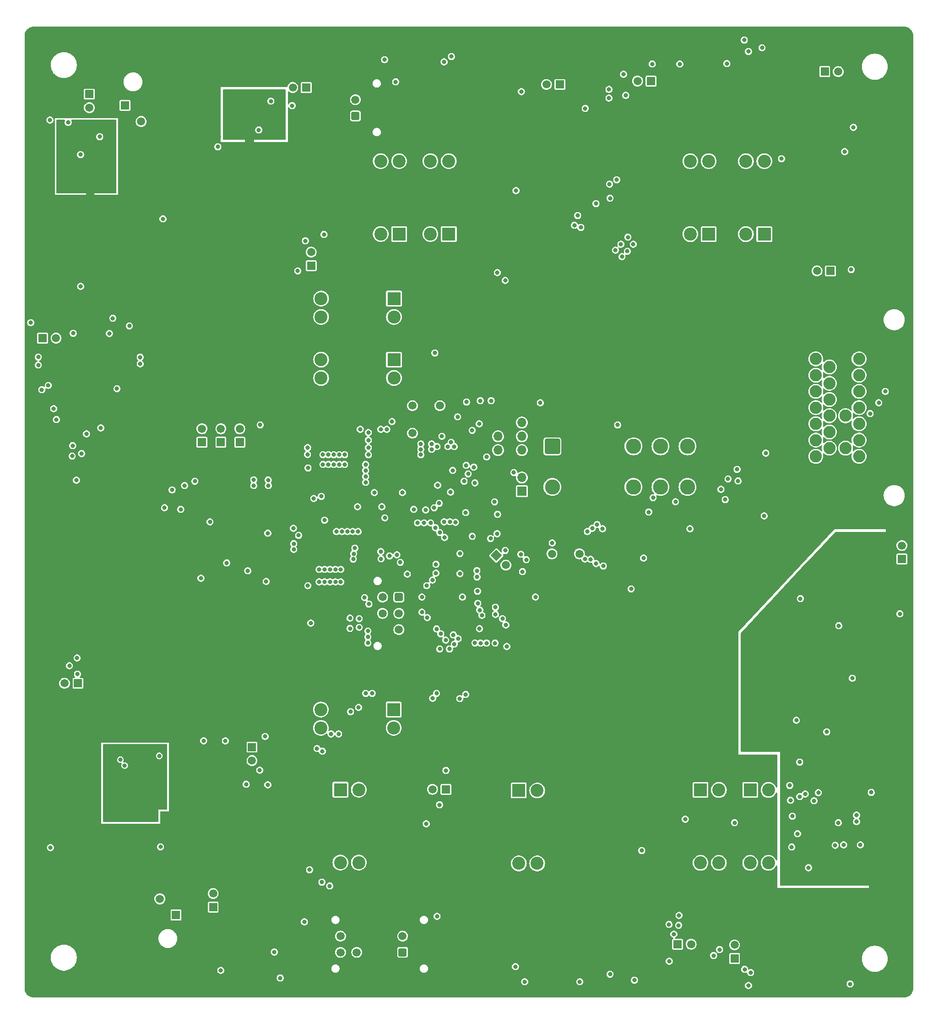
<source format=gbr>
%TF.GenerationSoftware,KiCad,Pcbnew,8.0.5*%
%TF.CreationDate,2025-01-18T20:32:25+01:00*%
%TF.ProjectId,FT25_PDU,46543235-5f50-4445-952e-6b696361645f,V1.2*%
%TF.SameCoordinates,Original*%
%TF.FileFunction,Copper,L2,Inr*%
%TF.FilePolarity,Positive*%
%FSLAX46Y46*%
G04 Gerber Fmt 4.6, Leading zero omitted, Abs format (unit mm)*
G04 Created by KiCad (PCBNEW 8.0.5) date 2025-01-18 20:32:25*
%MOMM*%
%LPD*%
G01*
G04 APERTURE LIST*
G04 Aperture macros list*
%AMRoundRect*
0 Rectangle with rounded corners*
0 $1 Rounding radius*
0 $2 $3 $4 $5 $6 $7 $8 $9 X,Y pos of 4 corners*
0 Add a 4 corners polygon primitive as box body*
4,1,4,$2,$3,$4,$5,$6,$7,$8,$9,$2,$3,0*
0 Add four circle primitives for the rounded corners*
1,1,$1+$1,$2,$3*
1,1,$1+$1,$4,$5*
1,1,$1+$1,$6,$7*
1,1,$1+$1,$8,$9*
0 Add four rect primitives between the rounded corners*
20,1,$1+$1,$2,$3,$4,$5,0*
20,1,$1+$1,$4,$5,$6,$7,0*
20,1,$1+$1,$6,$7,$8,$9,0*
20,1,$1+$1,$8,$9,$2,$3,0*%
%AMRotRect*
0 Rectangle, with rotation*
0 The origin of the aperture is its center*
0 $1 length*
0 $2 width*
0 $3 Rotation angle, in degrees counterclockwise*
0 Add horizontal line*
21,1,$1,$2,0,0,$3*%
G04 Aperture macros list end*
%TA.AperFunction,ComponentPad*%
%ADD10R,1.500000X1.500000*%
%TD*%
%TA.AperFunction,ComponentPad*%
%ADD11C,1.500000*%
%TD*%
%TA.AperFunction,ComponentPad*%
%ADD12C,5.600000*%
%TD*%
%TA.AperFunction,ComponentPad*%
%ADD13R,2.400000X2.400000*%
%TD*%
%TA.AperFunction,ComponentPad*%
%ADD14C,2.400000*%
%TD*%
%TA.AperFunction,ComponentPad*%
%ADD15RoundRect,0.250001X0.499999X-0.499999X0.499999X0.499999X-0.499999X0.499999X-0.499999X-0.499999X0*%
%TD*%
%TA.AperFunction,ComponentPad*%
%ADD16R,1.520000X1.520000*%
%TD*%
%TA.AperFunction,ComponentPad*%
%ADD17C,1.520000*%
%TD*%
%TA.AperFunction,ComponentPad*%
%ADD18C,2.250000*%
%TD*%
%TA.AperFunction,ComponentPad*%
%ADD19RotRect,1.500000X1.500000X315.000000*%
%TD*%
%TA.AperFunction,ComponentPad*%
%ADD20R,1.700000X1.700000*%
%TD*%
%TA.AperFunction,ComponentPad*%
%ADD21O,1.700000X1.700000*%
%TD*%
%TA.AperFunction,ComponentPad*%
%ADD22C,2.800000*%
%TD*%
%TA.AperFunction,ComponentPad*%
%ADD23RoundRect,0.250000X-1.150000X-1.150000X1.150000X-1.150000X1.150000X1.150000X-1.150000X1.150000X0*%
%TD*%
%TA.AperFunction,ComponentPad*%
%ADD24RoundRect,0.250001X-0.499999X0.499999X-0.499999X-0.499999X0.499999X-0.499999X0.499999X0.499999X0*%
%TD*%
%TA.AperFunction,ViaPad*%
%ADD25C,0.800000*%
%TD*%
G04 APERTURE END LIST*
D10*
%TO.N,/MCU/IN1*%
%TO.C,TP2*%
X165320000Y-98460000D03*
D11*
X165320000Y-95960000D03*
%TD*%
D10*
%TO.N,/connectors/P_Out5*%
%TO.C,TP13*%
X147190001Y-216990000D03*
D11*
X147190001Y-214490000D03*
%TD*%
D10*
%TO.N,/connectors/P_Out9*%
%TO.C,TP14*%
X261380000Y-99440000D03*
D11*
X258880000Y-99440000D03*
%TD*%
D12*
%TO.N,GND*%
%TO.C,REF\u002A\u002A*%
X116410000Y-144080000D03*
%TD*%
D13*
%TO.N,+24V*%
%TO.C,H12*%
X180580000Y-180485000D03*
D14*
X180580000Y-183885000D03*
%TO.N,Net-(D39-A2)*%
X167110000Y-180485000D03*
X167110000Y-183885000D03*
%TD*%
D12*
%TO.N,GND*%
%TO.C,REF\u002A\u002A*%
X116410000Y-190080000D03*
%TD*%
D15*
%TO.N,/connectors/P_Out2*%
%TO.C,J5*%
X173505000Y-70795000D03*
D11*
%TO.N,/connectors/P_Out1*%
X173505000Y-67795000D03*
%TO.N,GND*%
X176505000Y-70795000D03*
X176505000Y-67795000D03*
%TD*%
D10*
%TO.N,/MCU/IN6*%
%TO.C,TP12*%
X211339141Y-64992342D03*
D11*
X208839141Y-64992342D03*
%TD*%
%TO.N,EBS supply*%
%TO.C,K2*%
X189130000Y-124340000D03*
%TO.N,/EBSR/EBS power*%
X184050000Y-124340000D03*
%TO.N,GND*%
X191670000Y-129420000D03*
%TO.N,TSMS SDC*%
X184050000Y-129420000D03*
%TD*%
D10*
%TO.N,/MCU/IN12*%
%TO.C,TP17*%
X152120000Y-131100000D03*
D11*
X152120000Y-128600000D03*
%TD*%
D13*
%TO.N,/EBSR/EBS power*%
%TO.C,H15*%
X180629999Y-115825000D03*
D14*
X180629999Y-119225000D03*
%TO.N,Net-(D45-A2)*%
X167159999Y-115825000D03*
X167159999Y-119225000D03*
%TD*%
D10*
%TO.N,/MCU/IN7*%
%TO.C,TP4*%
X260299999Y-62600000D03*
D11*
X262799999Y-62600000D03*
%TD*%
D16*
%TO.N,/connectors/P_Out3*%
%TO.C,J9*%
X130879500Y-68825800D03*
D17*
%TO.N,GND*%
X133879500Y-68825800D03*
X130879500Y-71825800D03*
%TO.N,/connectors/P_Out4*%
X133879500Y-71825800D03*
%TD*%
D13*
%TO.N,+24V*%
%TO.C,H5*%
X246515000Y-195350000D03*
D14*
X249915000Y-195350000D03*
%TO.N,Net-(D11-A2)*%
X246515000Y-208820000D03*
X249915000Y-208820000D03*
%TD*%
D16*
%TO.N,/connectors/P_Out10*%
%TO.C,J11*%
X140324000Y-218474200D03*
D17*
%TO.N,GND*%
X137324000Y-218474200D03*
X140324000Y-215474200D03*
%TO.N,/connectors/P_Out5*%
X137324000Y-215474200D03*
%TD*%
D12*
%TO.N,GND*%
%TO.C,REF\u002A\u002A*%
X159210000Y-144080000D03*
%TD*%
D10*
%TO.N,/MCU/IN8*%
%TO.C,TP5*%
X190250000Y-195230000D03*
D11*
X187750000Y-195230000D03*
%TD*%
D18*
%TO.N,+24V*%
%TO.C,J10*%
X258650000Y-133700000D03*
%TO.N,/connectors/P_Out11*%
X258650000Y-130700000D03*
%TO.N,24V ASMS*%
X258650000Y-127700000D03*
%TO.N,EBS supply*%
X258650000Y-124700000D03*
%TO.N,AS actuator supply*%
X258650000Y-121700000D03*
%TO.N,TSMS SDC*%
X258650000Y-118700000D03*
%TO.N,+24V*%
X258650000Y-115700000D03*
%TO.N,stdCAN_L*%
X261150000Y-132200000D03*
%TO.N,FDCAN_H*%
X261150000Y-129200000D03*
%TO.N,FDCAN_L*%
X261150000Y-126200000D03*
%TO.N,stdCAN_H*%
X261150000Y-123200000D03*
%TO.N,unconnected-(J10-Pin_12-Pad12)*%
X261150000Y-120200000D03*
%TO.N,/connectors/P_Out8*%
X261150000Y-117200000D03*
%TO.N,/connectors/P_Out10*%
X264150000Y-132200000D03*
%TO.N,GND*%
X264150000Y-129200000D03*
%TO.N,/RBR/SDC bypass*%
X264150000Y-126200000D03*
%TO.N,GND*%
X264150000Y-123200000D03*
X264150000Y-120200000D03*
X264150000Y-117200000D03*
%TO.N,/connectors/P_Out7*%
X266650000Y-133700000D03*
%TO.N,+24V*%
X266650000Y-130700000D03*
%TO.N,/connectors/P_Out6*%
X266650000Y-127700000D03*
%TO.N,/RBR/SDC bypass*%
X266650000Y-124700000D03*
%TO.N,/RBR/RES*%
X266650000Y-121700000D03*
%TO.N,/connectors/P_Out9*%
X266650000Y-118700000D03*
%TO.N,+24V*%
X266650000Y-115700000D03*
%TD*%
D13*
%TO.N,+24V*%
%TO.C,H14*%
X190775001Y-92620000D03*
D14*
X187375001Y-92620000D03*
%TO.N,Net-(D59-A2)*%
X190775001Y-79150000D03*
X187375001Y-79150000D03*
%TD*%
D19*
%TO.N,+3V3*%
%TO.C,TP11*%
X199560553Y-152033274D03*
D11*
X201328320Y-153801041D03*
%TD*%
D13*
%TO.N,+24V*%
%TO.C,H7*%
X238835000Y-92630000D03*
D14*
X235435000Y-92630000D03*
%TO.N,Net-(D19-A2)*%
X238835000Y-79160000D03*
X235435000Y-79160000D03*
%TD*%
D20*
%TO.N,GND*%
%TO.C,J2*%
X199865000Y-127465000D03*
D21*
%TO.N,/MCU/UART_RX*%
X199865000Y-130005000D03*
%TO.N,/MCU/UART_TX*%
X199865000Y-132545000D03*
%TD*%
D12*
%TO.N,GND*%
%TO.C,REF\u002A\u002A*%
X116410000Y-98080000D03*
%TD*%
D10*
%TO.N,/MCU/IN3*%
%TO.C,TP6*%
X154370000Y-187430000D03*
D11*
X154370000Y-189930000D03*
%TD*%
D13*
%TO.N,+24V*%
%TO.C,H6*%
X181585000Y-92620000D03*
D14*
X178185000Y-92620000D03*
%TO.N,Net-(D15-A2)*%
X181585000Y-79150000D03*
X178185000Y-79150000D03*
%TD*%
D11*
%TO.N,Net-(D56-K)*%
%TO.C,U11*%
X214940000Y-151720000D03*
%TO.N,GND*%
X212400000Y-151720000D03*
%TO.N,+3V3*%
X209860000Y-151720000D03*
%TD*%
D10*
%TO.N,/MCU/IN2*%
%TO.C,TP7*%
X115640000Y-111860000D03*
D11*
X118140000Y-111860000D03*
%TD*%
D15*
%TO.N,/connectors/P_Out10*%
%TO.C,J3*%
X182234201Y-225361500D03*
D11*
X182234201Y-222361500D03*
%TO.N,GND*%
X185234201Y-225361500D03*
X185234201Y-222361500D03*
%TD*%
D10*
%TO.N,/connectors/P_Out3*%
%TO.C,TP19*%
X124290000Y-66770000D03*
D11*
X124290000Y-69270000D03*
%TD*%
D22*
%TO.N,24V ASMS*%
%TO.C,K1*%
X229929411Y-131855000D03*
%TO.N,unconnected-(K1-Pad12)*%
X224929411Y-131855000D03*
%TO.N,AS actuator supply*%
X234929411Y-131855000D03*
%TO.N,/RBR/RES*%
X229929411Y-139355000D03*
%TO.N,/RBR/SDC bypass*%
X224929411Y-139355000D03*
%TO.N,unconnected-(K1-Pad24)*%
X234929411Y-139355000D03*
D23*
%TO.N,Net-(K1-PadA1)*%
X209929411Y-131855000D03*
D22*
%TO.N,24V ASMS*%
X209929411Y-139355000D03*
%TD*%
D13*
%TO.N,+24V*%
%TO.C,H11*%
X180630000Y-104545000D03*
D14*
X180630000Y-107945000D03*
%TO.N,Net-(D35-A2)*%
X167160000Y-104545000D03*
X167160000Y-107945000D03*
%TD*%
D10*
%TO.N,/MCU/IN10*%
%TO.C,TP3*%
X228180001Y-64350000D03*
D11*
X225680001Y-64350000D03*
%TD*%
D12*
%TO.N,GND*%
%TO.C,REF\u002A\u002A*%
X159210000Y-98080000D03*
%TD*%
D13*
%TO.N,AS actuator supply*%
%TO.C,H13*%
X237325000Y-195350000D03*
D14*
X240725000Y-195350000D03*
%TO.N,Net-(D51-A2)*%
X237325000Y-208820000D03*
X240725000Y-208820000D03*
%TD*%
D10*
%TO.N,/MCU/IN5*%
%TO.C,TP10*%
X233090000Y-223860000D03*
D11*
X235590000Y-223860000D03*
%TD*%
D10*
%TO.N,/MCU/IN13*%
%TO.C,TP16*%
X145120000Y-131100000D03*
D11*
X145120000Y-128600000D03*
%TD*%
D24*
%TO.N,stdCAN_L*%
%TO.C,J7*%
X181535000Y-159725000D03*
D11*
%TO.N,FDCAN_L*%
X181535000Y-162725000D03*
%TO.N,/connectors/P_Out11*%
X181535000Y-165725000D03*
%TO.N,stdCAN_H*%
X178535000Y-159725000D03*
%TO.N,FDCAN_H*%
X178535000Y-162725000D03*
%TO.N,GND*%
X178535000Y-165725000D03*
%TD*%
D12*
%TO.N,GND*%
%TO.C,REF\u002A\u002A*%
X159210000Y-190080000D03*
%TD*%
D10*
%TO.N,/MCU/IN11*%
%TO.C,TP15*%
X148620000Y-131100000D03*
D11*
X148620000Y-128600000D03*
%TD*%
D10*
%TO.N,/connectors/P_Out6*%
%TO.C,TP9*%
X274570000Y-152680000D03*
D11*
X274570000Y-150180000D03*
%TD*%
D13*
%TO.N,+24V*%
%TO.C,H9*%
X203725000Y-195450000D03*
D14*
X207125000Y-195450000D03*
%TO.N,Net-(D27-A2)*%
X203725000Y-208920000D03*
X207125000Y-208920000D03*
%TD*%
D13*
%TO.N,+24V*%
%TO.C,H10*%
X170725000Y-195300000D03*
D14*
X174125000Y-195300000D03*
%TO.N,Net-(D31-A2)*%
X170725000Y-208770000D03*
X174125000Y-208770000D03*
%TD*%
D24*
%TO.N,GND*%
%TO.C,J1*%
X173750000Y-222364200D03*
D11*
%TO.N,/connectors/P_Out13*%
X173750000Y-225364200D03*
%TO.N,/connectors/P_Out14*%
X170750000Y-222364200D03*
%TO.N,/connectors/P_Out12*%
X170750000Y-225364200D03*
%TD*%
D20*
%TO.N,+3V3*%
%TO.C,J4*%
X204285000Y-140165000D03*
D21*
%TO.N,/MCU/SWCLK*%
X204285000Y-137625000D03*
%TO.N,GND*%
X204285000Y-135085000D03*
%TO.N,/MCU/SWDIO*%
X204285000Y-132545000D03*
%TO.N,/MCU/NRST*%
X204285000Y-130005000D03*
%TO.N,/MCU/SWO*%
X204285000Y-127465000D03*
%TD*%
D10*
%TO.N,/MCU/IN9*%
%TO.C,TP8*%
X122200000Y-175640000D03*
D11*
X119700000Y-175640000D03*
%TD*%
D10*
%TO.N,/MCU/IN4*%
%TO.C,TP1*%
X243620000Y-226500000D03*
D11*
X243620000Y-224000000D03*
%TD*%
D10*
%TO.N,/connectors/P_Out1*%
%TO.C,TP18*%
X164420000Y-65550000D03*
D11*
X161920000Y-65550000D03*
%TD*%
D13*
%TO.N,+24V*%
%TO.C,H8*%
X249125000Y-92630000D03*
D14*
X245725000Y-92630000D03*
%TO.N,Net-(D23-A2)*%
X249125000Y-79160000D03*
X245725000Y-79160000D03*
%TD*%
D25*
%TO.N,GND*%
X133525000Y-55488747D03*
X250400000Y-233200000D03*
X185725000Y-55488747D03*
X156200000Y-56750000D03*
X250275000Y-54811252D03*
X255900000Y-165600000D03*
X126300000Y-57200000D03*
X227925000Y-232511252D03*
X220675000Y-232511252D03*
X113500000Y-213900000D03*
X157550000Y-56750000D03*
X178600000Y-207500000D03*
X113500000Y-126899999D03*
X244500000Y-212400000D03*
X271800000Y-169400000D03*
X162700000Y-56750000D03*
X112811253Y-126175000D03*
X202070000Y-141100000D03*
X265900000Y-82700000D03*
X188725000Y-137630000D03*
X271800000Y-168100000D03*
X142000000Y-189000000D03*
X217775000Y-232511252D03*
X112811252Y-163875000D03*
X148900000Y-233200000D03*
X130070000Y-106520000D03*
X143675000Y-55488747D03*
X153250000Y-233200000D03*
X150350000Y-233200000D03*
X232150001Y-60800000D03*
X113500000Y-228500000D03*
X258975000Y-54811252D03*
X112811252Y-118925000D03*
X112811253Y-133425000D03*
X133298000Y-139970000D03*
X180400000Y-134300000D03*
X167800000Y-77200000D03*
X206900000Y-233200000D03*
X229300000Y-153800000D03*
X148200000Y-74600000D03*
X242275000Y-55488748D03*
X135100000Y-232500000D03*
X272975000Y-232511252D03*
X114700000Y-63800000D03*
X126175000Y-55488748D03*
X113500000Y-171850000D03*
X213425000Y-232511252D03*
X112811252Y-166775000D03*
X112811253Y-134875000D03*
X235175000Y-232511252D03*
X146500000Y-158700000D03*
X203849999Y-54800000D03*
X275100000Y-165500000D03*
X198670000Y-83370000D03*
X198981636Y-58948364D03*
X262100000Y-233200000D03*
X113500000Y-182000000D03*
X270150000Y-90373218D03*
X120300000Y-100000000D03*
X268450000Y-83226782D03*
X235100000Y-128600000D03*
X184185866Y-155015354D03*
X158600000Y-221350000D03*
X119800000Y-109400000D03*
X114700000Y-94300000D03*
X151800000Y-233200000D03*
X227200000Y-233200000D03*
X243725000Y-55488748D03*
X152590000Y-83790000D03*
X113400000Y-59800000D03*
X233575000Y-55488748D03*
X218798012Y-88898004D03*
X154200000Y-74100000D03*
X224150000Y-54800000D03*
X145275000Y-232511252D03*
X150925000Y-55488747D03*
X207475000Y-55488748D03*
X162600000Y-226400000D03*
X267900000Y-233200000D03*
X259100000Y-233200000D03*
X116750000Y-54800000D03*
X133650000Y-232500000D03*
X137875000Y-55488748D03*
X186449999Y-54800000D03*
X182975000Y-232511252D03*
X251725000Y-54811252D03*
X252800000Y-166800000D03*
X266450000Y-233200000D03*
X246650000Y-55500000D03*
X253300000Y-233200000D03*
X215450000Y-54800000D03*
X113500000Y-203750001D03*
X269299999Y-90900000D03*
X140700000Y-78500000D03*
X176300000Y-54800000D03*
X157600000Y-233200000D03*
X114800000Y-232500000D03*
X112811252Y-127625000D03*
X159350000Y-220500000D03*
X233000000Y-233200000D03*
X171225000Y-55488748D03*
X193125000Y-232511252D03*
X113500000Y-135599999D03*
X179200000Y-54800000D03*
X219225000Y-232511252D03*
X243000000Y-54800000D03*
X222850000Y-233200000D03*
X121020000Y-187060000D03*
X251500000Y-169400000D03*
X180075000Y-232511252D03*
X231400000Y-54800000D03*
X174850000Y-54800000D03*
X217427008Y-226775000D03*
X251850000Y-233200000D03*
X248100000Y-55500000D03*
X113500000Y-141400000D03*
X223575000Y-232511252D03*
X128580000Y-194790000D03*
X154550000Y-54800000D03*
X270075000Y-232511252D03*
X113500000Y-161700000D03*
X244480000Y-218640000D03*
X125020000Y-190060000D03*
X142350000Y-232500000D03*
X198775000Y-55488748D03*
X132075000Y-55488748D03*
X255350000Y-55500000D03*
X266225000Y-54811251D03*
X166300000Y-233200000D03*
X181525000Y-232511252D03*
X124500000Y-81800000D03*
X271850000Y-83226782D03*
X112811252Y-165325000D03*
X219075000Y-55488748D03*
X162950000Y-188250000D03*
X151402000Y-229980000D03*
X252800000Y-173300000D03*
X163400000Y-233200000D03*
X178625000Y-232511252D03*
X184275000Y-55488748D03*
X112811252Y-149375000D03*
X183500000Y-206170000D03*
X147450000Y-233200000D03*
X112811252Y-207375000D03*
X112811252Y-198675000D03*
X113500000Y-166050000D03*
X112811252Y-147925000D03*
X183550000Y-54800000D03*
X113400000Y-62500000D03*
X166150000Y-54800000D03*
X126300000Y-62500000D03*
X137690000Y-114580000D03*
X147300000Y-54800000D03*
X144400000Y-54800000D03*
X125020000Y-193060000D03*
X113500000Y-152999999D03*
X230825000Y-232511252D03*
X238075000Y-232511252D03*
X265725000Y-232511252D03*
X206025000Y-55488748D03*
X272700000Y-82700000D03*
X148175000Y-232511252D03*
X188499994Y-133200000D03*
X186625001Y-68655025D03*
X226475000Y-232511252D03*
X218500000Y-233200000D03*
X197500000Y-136800000D03*
X267600000Y-90900000D03*
X216900000Y-54800000D03*
X113500000Y-124000000D03*
X128350001Y-54800000D03*
X188625000Y-55488748D03*
X113500000Y-231400000D03*
X202400000Y-54800000D03*
X113500000Y-128350000D03*
X200225000Y-55488748D03*
X238800000Y-233200000D03*
X149475000Y-55488748D03*
X273550000Y-90373218D03*
X193500000Y-69900000D03*
X245925000Y-54811252D03*
X183520000Y-201650000D03*
X112811252Y-146475000D03*
X143075000Y-233188748D03*
X113500000Y-211000000D03*
X155425000Y-232511252D03*
X120300000Y-98700000D03*
X271800000Y-170700000D03*
X113500000Y-173300000D03*
X125000000Y-58500000D03*
X275100000Y-169400000D03*
X116975000Y-233188748D03*
X120300000Y-97300000D03*
X251500000Y-164200000D03*
X113500000Y-147200000D03*
X134400001Y-101079999D03*
X113500000Y-131250000D03*
X272699999Y-90900000D03*
X119820000Y-82610000D03*
X242400001Y-56600000D03*
X112811253Y-185625000D03*
X195149999Y-54800000D03*
X113300000Y-93100000D03*
X174125000Y-55488748D03*
X275100000Y-170700000D03*
X121325000Y-233188748D03*
X112811252Y-184175000D03*
X227775000Y-55488748D03*
X118425000Y-233188748D03*
X131475000Y-233188748D03*
X158900000Y-54800000D03*
X172675000Y-55488748D03*
X113500000Y-197950000D03*
X112811253Y-168225000D03*
X217160000Y-75500000D03*
X189500000Y-233200000D03*
X139450000Y-232500000D03*
X146000000Y-233200000D03*
X274400000Y-85600000D03*
X142000000Y-81650000D03*
X185150000Y-233200000D03*
X195300000Y-233200000D03*
X274926782Y-89850000D03*
X194000000Y-130100000D03*
X241550000Y-54800000D03*
X113500000Y-215350000D03*
X182250000Y-233200000D03*
X208200000Y-54800000D03*
X112811252Y-216075000D03*
X114700000Y-93100000D03*
X196600000Y-54800000D03*
X211250000Y-233200000D03*
X112811253Y-194325000D03*
X172825000Y-232511252D03*
X121020000Y-190060000D03*
X259925000Y-232511252D03*
X246775000Y-232511252D03*
X118200000Y-54800000D03*
X275100000Y-166800000D03*
X215600000Y-233200000D03*
X156030000Y-150040000D03*
X164650000Y-59200000D03*
X229640000Y-68380000D03*
X176810000Y-137470000D03*
X123900000Y-134000000D03*
X212700000Y-233200000D03*
X180473008Y-59923008D03*
X117000000Y-85900000D03*
X163950000Y-56750000D03*
X267175000Y-232511252D03*
X114575000Y-55488748D03*
X113500000Y-208100000D03*
X211100001Y-54800000D03*
X113500000Y-134150001D03*
X113400000Y-58500000D03*
X118925000Y-55488747D03*
X125000000Y-62500000D03*
X185171992Y-155668008D03*
X151650001Y-54800000D03*
X167870000Y-80280000D03*
X113500000Y-225600000D03*
X113500000Y-200850000D03*
X116170000Y-127460000D03*
X112811252Y-221975000D03*
X242250000Y-219380000D03*
X155275000Y-55488748D03*
X167600000Y-54800000D03*
X142000000Y-192000000D03*
X177025000Y-55488747D03*
X113500000Y-216900000D03*
X113500000Y-132700000D03*
X252800000Y-164200000D03*
X151800000Y-140000000D03*
X190225000Y-232511252D03*
X130400000Y-81200000D03*
X115410000Y-195800000D03*
X235900000Y-233200000D03*
X203275000Y-232511252D03*
X274400000Y-83899999D03*
X217050000Y-233200000D03*
X121600000Y-96000000D03*
X160500000Y-233200000D03*
X201100000Y-233200000D03*
X234450000Y-233200000D03*
X264050000Y-55500000D03*
X208925000Y-55488748D03*
X112811252Y-197225000D03*
X271800000Y-172000000D03*
X126300000Y-58500000D03*
X255900000Y-172100000D03*
X239700000Y-62900000D03*
X248182028Y-232500000D03*
X234852089Y-199006073D03*
X115300000Y-54800000D03*
X252200000Y-163399996D03*
X142000000Y-195000000D03*
X219930909Y-57790001D03*
X193700000Y-54800000D03*
X251000000Y-55500000D03*
X113500000Y-196500000D03*
X112811253Y-142125000D03*
X229949999Y-54800000D03*
X135680000Y-130070000D03*
X164700000Y-54800000D03*
X160349999Y-54800000D03*
X241590000Y-216010000D03*
X270800000Y-233200000D03*
X112811252Y-130525000D03*
X265000000Y-233200000D03*
X255475000Y-232511252D03*
X130025000Y-233188748D03*
X112811252Y-230675000D03*
X251500000Y-172000000D03*
X123500000Y-232500000D03*
X149625000Y-232511252D03*
X161075000Y-55488747D03*
X161800000Y-54800000D03*
X173550000Y-233200000D03*
X150200000Y-54800000D03*
X230100000Y-233200000D03*
X196900000Y-147200000D03*
X209075000Y-232511252D03*
X177900000Y-233200000D03*
X255900000Y-164300000D03*
X152375000Y-55488747D03*
X112811253Y-217625000D03*
X271300000Y-55500000D03*
X214000000Y-54800000D03*
X129075000Y-55488747D03*
X193850000Y-233200000D03*
X268400000Y-55500000D03*
X271525000Y-232511252D03*
X140700000Y-71500000D03*
X191600000Y-115500000D03*
X113500000Y-155900000D03*
X159050000Y-233200000D03*
X255900000Y-166900000D03*
X112811252Y-153725000D03*
X163250000Y-54800000D03*
X235750000Y-54800000D03*
X112811252Y-171125000D03*
X260240000Y-200890000D03*
X121600000Y-98700000D03*
X192400000Y-233200000D03*
X125000000Y-63800000D03*
X126900000Y-54800000D03*
X130010000Y-177380000D03*
X251500000Y-173300000D03*
X240800000Y-227800000D03*
X232238147Y-227775000D03*
X117410000Y-194800000D03*
X266750000Y-90373218D03*
X214150000Y-233200000D03*
X255900000Y-168200000D03*
X121100000Y-54800000D03*
X190800000Y-54800000D03*
X147700000Y-132700000D03*
X153100000Y-54800000D03*
X158900000Y-56750000D03*
X130209425Y-128709479D03*
X198050000Y-54800000D03*
X165575000Y-232511252D03*
X126500000Y-130900000D03*
X123020000Y-187060000D03*
X270800000Y-175700000D03*
X113500000Y-119650000D03*
X257800000Y-208700000D03*
X217625000Y-55488748D03*
X166875000Y-55488748D03*
X186600000Y-233200000D03*
X112811252Y-123275000D03*
X205450000Y-233200000D03*
X154200000Y-72700000D03*
X270575000Y-54811252D03*
X127850000Y-232500000D03*
X114700000Y-62500000D03*
X171950000Y-54800000D03*
X113500000Y-179100000D03*
X244600000Y-233200000D03*
X124725000Y-55488748D03*
X156150000Y-233200000D03*
X112811252Y-174025000D03*
X251125000Y-232511252D03*
X113500000Y-137050000D03*
X204430000Y-149675000D03*
X140000000Y-189000000D03*
X248825000Y-54811251D03*
X206175000Y-232511252D03*
X162675000Y-232511252D03*
X113500000Y-150100000D03*
X202550000Y-233200000D03*
X273475000Y-54811251D03*
X113500000Y-206600000D03*
X117410000Y-195800000D03*
X112811253Y-160975000D03*
X274400000Y-90900000D03*
X251500000Y-166800000D03*
X271800000Y-174600000D03*
X201379994Y-139000000D03*
X125840000Y-111940000D03*
X168750000Y-90690000D03*
X112811252Y-113125000D03*
X175725000Y-232511252D03*
X142000000Y-78750000D03*
X182700000Y-64300000D03*
X164010000Y-195260000D03*
X207625000Y-232511252D03*
X113500000Y-209550000D03*
X123475000Y-141300000D03*
X175575000Y-55488748D03*
X200950000Y-54800000D03*
X192025000Y-133155564D03*
X171375000Y-232511252D03*
X153255000Y-143865000D03*
X254750000Y-233200000D03*
X194575000Y-232511252D03*
X113500000Y-199400000D03*
X130750000Y-232500000D03*
X260425000Y-54811252D03*
X227050000Y-54800000D03*
X274500000Y-176600000D03*
X113500000Y-157350000D03*
X156000000Y-54800000D03*
X267082501Y-69210000D03*
X177175000Y-232511252D03*
X125450000Y-54800000D03*
X249550000Y-55500000D03*
X131350000Y-54800000D03*
X113500000Y-139950000D03*
X121600000Y-100000000D03*
X124500000Y-83300000D03*
X208350000Y-233200000D03*
X158325000Y-232511252D03*
X154425000Y-143860000D03*
X138725000Y-233188748D03*
X157450000Y-54800000D03*
X112811253Y-159525000D03*
X161225000Y-232511252D03*
X140000000Y-192000000D03*
X113500000Y-170400000D03*
X266950000Y-55500000D03*
X244490000Y-216660000D03*
X228650000Y-233200000D03*
X263550000Y-233200000D03*
X221975000Y-55488747D03*
X113500000Y-110950000D03*
X184425000Y-232511252D03*
X257650000Y-233200000D03*
X127125000Y-233188748D03*
X273800000Y-175699998D03*
X256200000Y-233200000D03*
X274400000Y-89000000D03*
X267600000Y-82700000D03*
X145850000Y-54800000D03*
X112811252Y-111675000D03*
X125096643Y-176305057D03*
X236475000Y-55488748D03*
X113500000Y-115300000D03*
X169049999Y-54800000D03*
X244450000Y-54800000D03*
X113500000Y-112400000D03*
X170650000Y-233200000D03*
X229225000Y-55488747D03*
X200375000Y-232511252D03*
X143050000Y-81000000D03*
X251500000Y-170700000D03*
X255900000Y-169500000D03*
X209800000Y-233200000D03*
X175000000Y-233200000D03*
X131540000Y-163930000D03*
X184700000Y-137700000D03*
X274425000Y-232511252D03*
X275100000Y-173300000D03*
X268450000Y-90373218D03*
X233725000Y-232511252D03*
X126410000Y-108900000D03*
X169200000Y-233200000D03*
X235025000Y-55488748D03*
X153825000Y-55488748D03*
X131540000Y-160600000D03*
X115410000Y-196800000D03*
X275100000Y-172000000D03*
X225750000Y-233200000D03*
X247375000Y-54811251D03*
X246050000Y-233200000D03*
X112811252Y-172575000D03*
X132200000Y-232500000D03*
X177749999Y-54800000D03*
X211825000Y-55488747D03*
X148750000Y-54800000D03*
X148960000Y-193750000D03*
X113500000Y-164600000D03*
X262825000Y-232511252D03*
X221249999Y-54800000D03*
X135350000Y-194860000D03*
X141500000Y-54800000D03*
X252800000Y-172000000D03*
X214590000Y-126320000D03*
X218350000Y-54800000D03*
X129900000Y-54800000D03*
X146800000Y-197100000D03*
X113500000Y-174750000D03*
X275100000Y-164200000D03*
X195170000Y-196200000D03*
X243150000Y-233200000D03*
X256075000Y-54811251D03*
X252800000Y-169400000D03*
X112811252Y-129075000D03*
X112811252Y-139225000D03*
X121020000Y-193060000D03*
X252050000Y-86400000D03*
X137150000Y-54800000D03*
X224875000Y-55488748D03*
X231550000Y-233200000D03*
X263325000Y-54811252D03*
X126300000Y-61100000D03*
X239525000Y-232511252D03*
X112811252Y-114575000D03*
X271800000Y-173300000D03*
X212000000Y-168600000D03*
X275100000Y-174600000D03*
X141625000Y-233188748D03*
X268625000Y-232511252D03*
X254625000Y-54811252D03*
X112811253Y-195775000D03*
X122775000Y-233188748D03*
X116250000Y-232500000D03*
X210525000Y-232511252D03*
X140050000Y-54800000D03*
X160220000Y-219510000D03*
X271800000Y-164200000D03*
X198200000Y-233200000D03*
X270150000Y-83226782D03*
X187175000Y-55488747D03*
X122550000Y-54800000D03*
X113500000Y-177650001D03*
X252450000Y-55500000D03*
X179087574Y-149787575D03*
X165425000Y-55488748D03*
X231775000Y-217920000D03*
X225025000Y-232511252D03*
X206909008Y-230687008D03*
X113500000Y-151550001D03*
X212900000Y-155475000D03*
X112811252Y-214625000D03*
X112811252Y-131975000D03*
X180650000Y-54800000D03*
X192975000Y-55488748D03*
X113500000Y-218350001D03*
X191675000Y-232511252D03*
X135825000Y-233188748D03*
X243875000Y-232511252D03*
X265899999Y-90900000D03*
X215500000Y-128000000D03*
X191525000Y-55488748D03*
X140700000Y-77300000D03*
X199650000Y-233200000D03*
X145125000Y-55488748D03*
X112811252Y-162425000D03*
X242230000Y-221970000D03*
X140700000Y-83700000D03*
X269300000Y-82700000D03*
X113500000Y-154450000D03*
X219800001Y-54800000D03*
X120375000Y-55488747D03*
X224300000Y-233200000D03*
X182825000Y-55488748D03*
X129300000Y-232500000D03*
X139300000Y-55500000D03*
X112811252Y-116025001D03*
X116150000Y-136040000D03*
X140700000Y-74400000D03*
X112811253Y-226325000D03*
X261150000Y-55500000D03*
X162525000Y-55488748D03*
X254600000Y-198200000D03*
X255900000Y-174700000D03*
X116410000Y-194800000D03*
X275100000Y-168100000D03*
X247207740Y-59194900D03*
X112811253Y-124725000D03*
X112811252Y-201575000D03*
X245175000Y-55488748D03*
X112811252Y-181275000D03*
X112811252Y-120375000D03*
X168475000Y-232511252D03*
X151075000Y-232511252D03*
X169775000Y-55488747D03*
X112811252Y-137775000D03*
X112811252Y-229225000D03*
X206750000Y-54800000D03*
X112811253Y-117475000D03*
X167600000Y-124500000D03*
X257525000Y-54811251D03*
X123020000Y-190060000D03*
X113500000Y-148650000D03*
X112811252Y-224875000D03*
X112811253Y-169675000D03*
X113500000Y-176200000D03*
X271800000Y-165500000D03*
X192250000Y-54800000D03*
X130625000Y-55488748D03*
X251500000Y-165500000D03*
X194400004Y-57000000D03*
X113500000Y-158800000D03*
X258900000Y-208700000D03*
X240825000Y-55488748D03*
X112811253Y-211725000D03*
X194425000Y-55488747D03*
X210375000Y-55488748D03*
X117410000Y-196800000D03*
X212549999Y-54800000D03*
X261875000Y-54811252D03*
X252800000Y-168100000D03*
X232275000Y-232511252D03*
X172100000Y-233200000D03*
X263300000Y-216500000D03*
X112811252Y-192875000D03*
X177810000Y-136460000D03*
X238649999Y-54800000D03*
X229375000Y-232511252D03*
X214725000Y-55488748D03*
X197325000Y-55488748D03*
X224200000Y-127600000D03*
X121600000Y-97300000D03*
X183700000Y-233200000D03*
X237200001Y-54800000D03*
X229300000Y-150500000D03*
X272250000Y-233200000D03*
X255900000Y-170800000D03*
X112811253Y-213175000D03*
X271800000Y-166800000D03*
X113500000Y-183450000D03*
X228500001Y-54800000D03*
X113500000Y-168950001D03*
X113500000Y-167500000D03*
X138000000Y-232500000D03*
X148400000Y-99900000D03*
X222125000Y-232511252D03*
X240975000Y-232511252D03*
X249000000Y-75400000D03*
X112811252Y-179825000D03*
X158175000Y-55488748D03*
X140700000Y-72950000D03*
X125020000Y-187060000D03*
X144000000Y-195000000D03*
X174275000Y-232511252D03*
X271850000Y-90373218D03*
X125000000Y-59800000D03*
X144300000Y-95900000D03*
X148025000Y-55488748D03*
X209200000Y-126800000D03*
X113500000Y-129800000D03*
X113500000Y-224150000D03*
X124950000Y-232500000D03*
X274200000Y-55500000D03*
X169925000Y-232511252D03*
X146725000Y-232511252D03*
X182908899Y-136275000D03*
X243400000Y-65100000D03*
X264275000Y-232511252D03*
X122050000Y-232500000D03*
X117700000Y-232500000D03*
X125000000Y-57200000D03*
X112811252Y-158075000D03*
X274926782Y-88150000D03*
X142950001Y-54800000D03*
X203125000Y-55488747D03*
X201825000Y-232511252D03*
X113500000Y-222700000D03*
X197475000Y-232511252D03*
X114700000Y-58500000D03*
X178475000Y-55488747D03*
X112811252Y-140675000D03*
X237350000Y-233200000D03*
X113500000Y-195050001D03*
X235970000Y-69880000D03*
X199550000Y-202990000D03*
X182100000Y-54800000D03*
X183211202Y-131475000D03*
X188775000Y-232511252D03*
X129100000Y-224500000D03*
X241700000Y-233200000D03*
X145248008Y-149151992D03*
X132800000Y-54800000D03*
X144550000Y-233200000D03*
X144000000Y-189000000D03*
X252800000Y-174600000D03*
X261375000Y-232511252D03*
X160200000Y-56750000D03*
X254025000Y-232511252D03*
X265500000Y-55500000D03*
X262600000Y-55500000D03*
X248950000Y-233200000D03*
X144000000Y-192000000D03*
X223425000Y-55488748D03*
X112811252Y-121825000D03*
X217160000Y-70370000D03*
X116410000Y-195800000D03*
X112811252Y-205925000D03*
X113500000Y-184900000D03*
X113500000Y-202300000D03*
X113500000Y-138500000D03*
X260650000Y-233200000D03*
X115410000Y-194800000D03*
X120300000Y-96000000D03*
X225600000Y-54800000D03*
X112811253Y-150825000D03*
X112811252Y-110225000D03*
X232850000Y-54800000D03*
X114700000Y-57200000D03*
X129286643Y-176385057D03*
X132925000Y-233188748D03*
X255900000Y-173400000D03*
X117475000Y-55488748D03*
X211975000Y-232511252D03*
X112811253Y-187075000D03*
X271000000Y-82700000D03*
X142900000Y-143900000D03*
X123275000Y-55488748D03*
X251500000Y-174600000D03*
X274926782Y-86450000D03*
X213275000Y-55488747D03*
X260700000Y-66800000D03*
X168325000Y-55488747D03*
X113500000Y-219800000D03*
X140900000Y-232500000D03*
X226460000Y-207680000D03*
X115525000Y-233188748D03*
X112811253Y-227775000D03*
X214875000Y-232511252D03*
X216325000Y-232511252D03*
X161950000Y-233200000D03*
X239375000Y-55488747D03*
X112811252Y-220525000D03*
X252800000Y-165500000D03*
X112811253Y-152275000D03*
X204725000Y-232511252D03*
X237925000Y-55488747D03*
X116410000Y-196800000D03*
X181375000Y-55488748D03*
X123020000Y-193060000D03*
X247500000Y-233200000D03*
X273550000Y-83226782D03*
X164125000Y-232511252D03*
X216175000Y-55488748D03*
X113500000Y-118199999D03*
X176450000Y-233200000D03*
X128575000Y-233188748D03*
X113400000Y-63800000D03*
X164850000Y-233200000D03*
X134250001Y-54800000D03*
X240100000Y-54800000D03*
X211859140Y-68032341D03*
X185500000Y-141700000D03*
X196750000Y-233200000D03*
X140800000Y-55500000D03*
X252575000Y-232511252D03*
X271000000Y-90900000D03*
X113500000Y-122550000D03*
X163975000Y-55488748D03*
X167025000Y-232511252D03*
X113300000Y-94300000D03*
X121825000Y-55488748D03*
X272100000Y-175700000D03*
X159775000Y-232511252D03*
X134975000Y-55488747D03*
X113500000Y-163150000D03*
X190950000Y-233200000D03*
X166975000Y-198520000D03*
X189350000Y-54800000D03*
X274926782Y-84750000D03*
X156875000Y-232511252D03*
X161500000Y-56750000D03*
X113500000Y-227050001D03*
X153975000Y-232511252D03*
X258375000Y-232511252D03*
X187900000Y-54800000D03*
X259700000Y-55500000D03*
X119875000Y-233188748D03*
X112811252Y-136325000D03*
X204000000Y-233200000D03*
X124000000Y-54800000D03*
X275100000Y-175700000D03*
X221190000Y-149810000D03*
X272025000Y-54811252D03*
X264775000Y-54811251D03*
X157895000Y-66595000D03*
X267675000Y-54811252D03*
X222170599Y-154075000D03*
X219100000Y-195200000D03*
X204575000Y-55488747D03*
X185875000Y-232511252D03*
X232125000Y-55488748D03*
X112811252Y-223425000D03*
X140700000Y-79750000D03*
X120600000Y-232500000D03*
X127625000Y-55488747D03*
X269350000Y-233200000D03*
X266750000Y-83226782D03*
X236625000Y-232511252D03*
X190075000Y-55488748D03*
X151600000Y-68300000D03*
X126210000Y-73180000D03*
X112811253Y-176925000D03*
X179350000Y-233200000D03*
X272750000Y-55500000D03*
X251500000Y-168100000D03*
X112811252Y-182725000D03*
X113400000Y-61100000D03*
X112811252Y-175475000D03*
X132190000Y-198700000D03*
X136550000Y-232500000D03*
X113500000Y-193600000D03*
X137410000Y-194860000D03*
X126300000Y-59800000D03*
X242425000Y-232511252D03*
X222700000Y-54800000D03*
X113500000Y-221250000D03*
X142000000Y-80200000D03*
X140000000Y-195000000D03*
X112811253Y-204475000D03*
X125000000Y-61100000D03*
X274400000Y-87299999D03*
X252800000Y-170700000D03*
X116025000Y-55488748D03*
X187325000Y-232511252D03*
X161120000Y-218550000D03*
X185000000Y-54800000D03*
X188050000Y-233200000D03*
X142225000Y-55488747D03*
X112811253Y-178375000D03*
X126300000Y-63800000D03*
X124225000Y-233188748D03*
X140700000Y-75850000D03*
X113500000Y-212449999D03*
X226325000Y-55488748D03*
X112811252Y-155175000D03*
X269850000Y-55500000D03*
X149400000Y-156225000D03*
X113500000Y-121100000D03*
X195875000Y-55488747D03*
X197930000Y-132070000D03*
X258250000Y-55500000D03*
X159625000Y-55488747D03*
X198925000Y-232511252D03*
X229706522Y-226989502D03*
X113500000Y-180550000D03*
X133430000Y-199400000D03*
X113500000Y-113850000D03*
X113500000Y-205200000D03*
X247030000Y-62725000D03*
X193560000Y-220630000D03*
X269125000Y-54811252D03*
X119650001Y-54800000D03*
X152525000Y-232511252D03*
X245325000Y-232511252D03*
X230675000Y-55488747D03*
X113500000Y-229950000D03*
X234300000Y-54800000D03*
X143825000Y-232511252D03*
X114700000Y-59800000D03*
X152590000Y-153380000D03*
X200039140Y-70112341D03*
X112811252Y-156625000D03*
X164650000Y-57900000D03*
X196025000Y-232511252D03*
X253900000Y-55500000D03*
X114700000Y-61100000D03*
X113500000Y-116750001D03*
X199500000Y-54800000D03*
X252050000Y-87800000D03*
X134375000Y-233188748D03*
X112811253Y-203025000D03*
X173400000Y-54800000D03*
X273700000Y-233200000D03*
X156725000Y-55488748D03*
X136425000Y-55488748D03*
X113500000Y-186350001D03*
X121096643Y-164655057D03*
X141750000Y-91230000D03*
X209650000Y-54800000D03*
X199570000Y-199410000D03*
X112811252Y-208825000D03*
X140175000Y-233188748D03*
X126400000Y-232500000D03*
X253175000Y-54811252D03*
X112811252Y-200125000D03*
X135700000Y-54800000D03*
X113500000Y-160250001D03*
X219950000Y-233200000D03*
X220525000Y-55488747D03*
X136350000Y-194860000D03*
X113500000Y-125450001D03*
X137275000Y-233188748D03*
X201675000Y-55488748D03*
X170500000Y-54800000D03*
X112811252Y-210275000D03*
X274400000Y-82700000D03*
X223800000Y-217600000D03*
X146575000Y-55488748D03*
X119150000Y-232500000D03*
X179925000Y-55488748D03*
X256925000Y-232511252D03*
X125675000Y-233188748D03*
X180800000Y-233200000D03*
X221400000Y-233200000D03*
X140470000Y-130070000D03*
X125100000Y-140000000D03*
X131520000Y-162470000D03*
X167750000Y-233200000D03*
X112811253Y-219075000D03*
X140060000Y-89970000D03*
X240250000Y-233200000D03*
X249700000Y-232500000D03*
X205300000Y-54800000D03*
X138600000Y-54800000D03*
X200540000Y-146910000D03*
X154900000Y-56750000D03*
X113400000Y-57200000D03*
X151800000Y-199000000D03*
X154700000Y-233200000D03*
X256800000Y-55500000D03*
X128310000Y-75640000D03*
%TO.N,+3V3*%
X185600000Y-132400000D03*
X157865000Y-68065000D03*
X175900000Y-132100000D03*
X233500000Y-61200000D03*
X171500000Y-135200000D03*
X175400000Y-137400000D03*
X169500000Y-133400000D03*
X207700000Y-123800000D03*
X195100000Y-128900000D03*
X165250000Y-164525000D03*
X164699992Y-157600000D03*
X190600000Y-131900000D03*
X204100000Y-151800000D03*
X197760000Y-168210000D03*
X187600000Y-131400000D03*
X199750000Y-99750000D03*
X175800000Y-168200000D03*
X166800000Y-156900000D03*
X201200000Y-151100000D03*
X204200000Y-66300000D03*
X191200000Y-131100000D03*
X155805000Y-191700000D03*
X128640000Y-108180000D03*
X167800000Y-154600000D03*
X186200000Y-146000000D03*
X187400000Y-146000000D03*
X232400000Y-222000000D03*
X191800000Y-131900000D03*
X196400000Y-127700000D03*
X167500000Y-135200000D03*
X201199997Y-101199997D03*
X175900000Y-130700000D03*
X220400000Y-67500000D03*
X175800000Y-167100000D03*
X199325000Y-168210000D03*
X187600000Y-132400000D03*
X133700000Y-115375000D03*
X175900000Y-133400000D03*
X188600000Y-131900000D03*
X122026642Y-170965056D03*
X169500000Y-135200000D03*
X168800000Y-156900000D03*
X175400000Y-136300000D03*
X188300000Y-146900000D03*
X171500000Y-133400000D03*
X174000000Y-147600000D03*
X170000000Y-147600000D03*
X175800000Y-166000000D03*
X190000000Y-148700000D03*
X192500000Y-167400000D03*
X246200000Y-58900000D03*
X164640000Y-133350000D03*
X126210000Y-74640000D03*
X168500000Y-135200000D03*
X185000000Y-146000000D03*
X195600000Y-168200000D03*
X169800000Y-154600000D03*
X170500000Y-133400000D03*
X225100008Y-230500000D03*
X187739097Y-156575000D03*
X169800000Y-156900000D03*
X165025000Y-210100000D03*
X191600000Y-166700000D03*
X164730000Y-135850000D03*
X171000000Y-147600000D03*
X245500000Y-228500000D03*
X185600000Y-131400000D03*
X145438624Y-186269996D03*
X188400000Y-153650000D03*
X166800000Y-154600000D03*
X168500000Y-133400000D03*
X188710000Y-139040000D03*
X189100000Y-147800000D03*
X170800000Y-156900000D03*
X175400000Y-138500000D03*
X223500000Y-67000000D03*
X130035000Y-189770000D03*
X191500000Y-136300000D03*
X189300000Y-166500000D03*
X184300000Y-143500000D03*
X164660000Y-132100000D03*
X188500000Y-165600000D03*
X248700000Y-58200000D03*
X170500000Y-135200000D03*
X204400000Y-155000000D03*
X167500000Y-133400000D03*
X170800000Y-154600000D03*
X182200000Y-140400000D03*
X175400000Y-135200000D03*
X196650000Y-168210000D03*
X172000000Y-147600000D03*
X185600000Y-133400000D03*
X164250000Y-93870000D03*
X189060000Y-198100000D03*
X149450000Y-186282143D03*
X191800000Y-168400000D03*
X194062314Y-123660425D03*
X175900000Y-129300000D03*
X167800000Y-156900000D03*
X193900000Y-144100000D03*
X188399998Y-155300000D03*
X205100000Y-152800000D03*
X202800000Y-136700000D03*
X173000000Y-147600000D03*
X168800000Y-154600000D03*
%TO.N,stdCAN_H*%
X196133795Y-160866207D03*
X216989289Y-152725000D03*
X232700000Y-142100000D03*
X217300000Y-147000000D03*
X199400000Y-162900000D03*
X249400000Y-133100000D03*
X186700000Y-157600000D03*
%TO.N,/MCU/Vref*%
X153590000Y-154850000D03*
X157300000Y-147900000D03*
%TO.N,stdCAN_L*%
X193300000Y-159700000D03*
X244100000Y-136100000D03*
X215942925Y-152674563D03*
X216400000Y-147600000D03*
X228550378Y-141349621D03*
X199400000Y-161600000D03*
X185800000Y-159700000D03*
%TO.N,/MCU/NRST*%
X195400000Y-135700000D03*
X191099997Y-140299997D03*
X193990000Y-135364382D03*
%TO.N,/powerstages/IS4*%
X246600000Y-229100000D03*
X204800000Y-230800000D03*
%TO.N,/connectors/P_Out1*%
X162830000Y-99440000D03*
X161800000Y-68900000D03*
%TO.N,/powerstages/IS1*%
X178900000Y-60400000D03*
X167700000Y-92700000D03*
%TO.N,/connectors/P_Out8*%
X191260000Y-59820000D03*
X203200000Y-84600000D03*
%TO.N,/powerstages/IS8*%
X186600000Y-201600000D03*
X159600000Y-230100000D03*
%TO.N,/powerstages/IS3*%
X148600000Y-228700000D03*
X153301992Y-194298008D03*
%TO.N,/powerstages/IS2*%
X155900000Y-127900000D03*
X131700000Y-109600000D03*
%TO.N,/powerstages/IS9*%
X120600000Y-172400000D03*
X139600000Y-139900000D03*
%TO.N,Net-(IC9-CBOOT)*%
X255670000Y-190200000D03*
X255680000Y-196580000D03*
%TO.N,Net-(IC9-SW)*%
X256690000Y-196100000D03*
X260670000Y-184630000D03*
%TO.N,Net-(D43-K)*%
X268900000Y-195800000D03*
X253979994Y-197260000D03*
X258320002Y-197355000D03*
%TO.N,Net-(IC9-PFM{slash}SYNC)*%
X262820000Y-201410000D03*
X254325000Y-200207326D03*
%TO.N,Net-(C53-Pad2)*%
X266900000Y-205500000D03*
X263800000Y-205500000D03*
%TO.N,/connectors/P_Out5*%
X117100000Y-206000000D03*
X130830000Y-190830000D03*
%TO.N,/powerstages/IS5*%
X231500000Y-220200000D03*
X215000000Y-230800000D03*
%TO.N,/connectors/P_Out6*%
X254200000Y-205900000D03*
X262900000Y-165000000D03*
%TO.N,/connectors/P_Out3*%
X120380000Y-72000000D03*
X117010000Y-71560000D03*
X122670000Y-77940000D03*
X122690000Y-102300000D03*
%TO.N,Net-(D63-K)*%
X137210000Y-189045000D03*
X137460000Y-205870000D03*
%TO.N,/MCU/SWDIO*%
X199250000Y-142110000D03*
X199700000Y-148000000D03*
X199790000Y-144420000D03*
%TO.N,Net-(D14-A)*%
X265000000Y-231200000D03*
X246200000Y-231500000D03*
%TO.N,Net-(D38-A)*%
X113460000Y-109000000D03*
X137910000Y-89820000D03*
%TO.N,Net-(D44-A)*%
X274200000Y-162800000D03*
X255800014Y-160000000D03*
%TO.N,/powerstages/IS11*%
X121310000Y-110970000D03*
X115500000Y-121400000D03*
%TO.N,/connectors/P_Out12*%
X121109733Y-133655785D03*
X126410000Y-128460000D03*
%TO.N,Net-(D65-A)*%
X252300000Y-78700000D03*
X264000000Y-77400000D03*
%TO.N,Net-(D66-A)*%
X265600000Y-72900000D03*
X265200000Y-99200000D03*
%TO.N,/connectors/P_Out10*%
X188600000Y-218700000D03*
%TO.N,+24V*%
X249100000Y-144700000D03*
X270299996Y-123800000D03*
X244266563Y-138250000D03*
X268700000Y-125800000D03*
%TO.N,Net-(IC9-PG{slash}SYNCOUT)*%
X255264720Y-203443899D03*
X266180000Y-200010000D03*
%TO.N,Net-(IC9-ISNS+)*%
X253840000Y-194520000D03*
X255050000Y-182480000D03*
%TO.N,Net-(IC9-LO)*%
X259120002Y-195860000D03*
X265400000Y-174700000D03*
%TO.N,Net-(IC9-FB)*%
X262240000Y-205570000D03*
X257310000Y-209720000D03*
X266200000Y-201200000D03*
%TO.N,/MCU/SWO*%
X197780000Y-133810000D03*
%TO.N,FDCAN_H*%
X219200000Y-147075000D03*
X201326447Y-164859505D03*
X235375000Y-147075000D03*
X241901041Y-141700000D03*
X196899966Y-163092769D03*
X186800000Y-163500000D03*
X219340589Y-153966688D03*
%TO.N,FDCAN_L*%
X227750000Y-144000000D03*
X185800000Y-162500000D03*
X200700008Y-163700000D03*
X196500000Y-162121928D03*
X241100000Y-139800000D03*
X218200000Y-146300000D03*
X218000000Y-153500000D03*
%TO.N,/RBR/SDC bypass*%
X242425000Y-137881802D03*
X222000000Y-127899960D03*
%TO.N,24V ASMS*%
X209900000Y-149700000D03*
X224500000Y-158200000D03*
%TO.N,Net-(JP1-C)*%
X144930000Y-156225000D03*
X149700000Y-153400000D03*
%TO.N,Net-(Q5-G)*%
X233360000Y-218530000D03*
X226460000Y-206550000D03*
%TO.N,Net-(U2-PA0)*%
X206800000Y-159700000D03*
X195967991Y-154832009D03*
X192817991Y-151682009D03*
X176999996Y-140400000D03*
%TO.N,Net-(U2-BOOT0)*%
X195600000Y-138600000D03*
X194349996Y-136949996D03*
%TO.N,Net-(U2-PC0)*%
X226800000Y-152500000D03*
X198500000Y-148900000D03*
X189000000Y-142375000D03*
X195112500Y-148487500D03*
%TO.N,Net-(U2-PA11)*%
X162999999Y-148299999D03*
X157000000Y-156825000D03*
%TO.N,Net-(U2-PA12)*%
X146600000Y-145800000D03*
X162039380Y-146994046D03*
%TO.N,/MCU/ISENSE1*%
X180950000Y-64500000D03*
X174400000Y-128700000D03*
%TO.N,/MCU/ISENSE3*%
X158500000Y-225300000D03*
X175399996Y-177500000D03*
X166400000Y-187700000D03*
X172500010Y-165500000D03*
X167300000Y-212400000D03*
X178200000Y-151300000D03*
X169000000Y-185000000D03*
X172600000Y-180900000D03*
X172500000Y-163600002D03*
X164060000Y-219720000D03*
%TO.N,/MCU/ISENSE4*%
X179800000Y-152100000D03*
X203100000Y-228000000D03*
X187800000Y-178400000D03*
X175200000Y-159800000D03*
X192800000Y-178475000D03*
X189100000Y-169300000D03*
%TO.N,/MCU/ISENSE5*%
X190900000Y-169300000D03*
X188500000Y-177500000D03*
X193900000Y-177700000D03*
X181168421Y-151900000D03*
X220600000Y-229400000D03*
X176000000Y-161000000D03*
%TO.N,/MCU/ISENSE6*%
X178200000Y-128700000D03*
X189900000Y-60800000D03*
%TO.N,/MCU/ISENSE7*%
X220500000Y-83399996D03*
X214599998Y-89200002D03*
X180280000Y-127280000D03*
X242201992Y-61125000D03*
%TO.N,/MCU/ISENSE8*%
X168746017Y-213092734D03*
X170399993Y-185000007D03*
X178251992Y-152651992D03*
X167400000Y-188200000D03*
X176600000Y-177500000D03*
X174200000Y-165300000D03*
X174098008Y-180098008D03*
X174200000Y-163700000D03*
%TO.N,/MCU/ISENSE9*%
X162100000Y-149849997D03*
X141200000Y-143500000D03*
%TO.N,/MCU/ISENSE10*%
X228400000Y-61200000D03*
X179300000Y-128700000D03*
%TO.N,/MCU/IN4*%
X243620000Y-201400000D03*
X196000000Y-156000000D03*
%TO.N,/MCU/IN1*%
X190961292Y-145792265D03*
X188200000Y-114600000D03*
%TO.N,/MCU/IN10*%
X220400000Y-65900000D03*
X218000000Y-87000000D03*
X196600000Y-123425000D03*
X214000000Y-91000000D03*
%TO.N,/MCU/IN7*%
X215200000Y-91400000D03*
X198600000Y-123425000D03*
X245425000Y-56774999D03*
X220600000Y-86000000D03*
%TO.N,/MCU/IN8*%
X190250000Y-191750000D03*
X196450000Y-165550000D03*
%TO.N,/MCU/IN3*%
X157300000Y-194400000D03*
X156800000Y-185450000D03*
X190200004Y-167650000D03*
%TO.N,/MCU/IN2*%
X189911324Y-145800714D03*
X128000000Y-111000000D03*
%TO.N,/MCU/IN9*%
X122099990Y-173950000D03*
X183096519Y-155468306D03*
%TO.N,/MCU/IN11*%
X173178100Y-151701287D03*
X129400000Y-121200000D03*
%TO.N,/MCU/IN12*%
X133700000Y-116600000D03*
X173400000Y-150675000D03*
%TO.N,/MCU/IN13*%
X114850000Y-116835000D03*
X173100000Y-152700000D03*
%TO.N,/MCU/PC_Read*%
X181800000Y-153300000D03*
X196079810Y-158620190D03*
X234500000Y-200750000D03*
X192829810Y-155370190D03*
%TO.N,/MCU/PC_EN*%
X233278008Y-220361992D03*
X193600000Y-138300000D03*
%TO.N,/MCU/IN5*%
X240850000Y-224850000D03*
X239750000Y-225950000D03*
X231550000Y-227000000D03*
X201500000Y-168850000D03*
%TO.N,/MCU/IN6*%
X189500000Y-130000004D03*
X216000000Y-69400000D03*
X192400000Y-126400000D03*
X192007326Y-145883469D03*
%TO.N,/MCU/DSEL0*%
X167800000Y-145500000D03*
X118200000Y-126900000D03*
X114850000Y-115365000D03*
X186500000Y-143600000D03*
X141900000Y-139100000D03*
X157400000Y-139100000D03*
X154700000Y-139100000D03*
X165800000Y-141500000D03*
X178939693Y-145064290D03*
X116700000Y-120600008D03*
%TO.N,/MCU/DSEL1*%
X178400000Y-143025000D03*
X173900000Y-143025000D03*
X167200000Y-141100000D03*
X188070107Y-143211227D03*
X157374997Y-138074989D03*
X154700000Y-138049997D03*
X143800000Y-138300000D03*
X117700000Y-124900000D03*
%TO.N,/MCU/ISENSE11*%
X162100000Y-150900000D03*
X138200000Y-143200000D03*
%TO.N,/connectors/P_Out14*%
X121900000Y-138100000D03*
%TO.N,/connectors/P_Out13*%
X123770000Y-129560000D03*
X122850000Y-133182169D03*
X121220000Y-131730000D03*
%TO.N,Net-(D74-K)*%
X155620000Y-73390000D03*
X148060000Y-76510000D03*
%TO.N,/RBR/RES*%
X221600000Y-95600000D03*
X222600000Y-94500000D03*
X223800000Y-95800000D03*
X271500000Y-121699968D03*
X223100000Y-63100000D03*
X222800000Y-96800000D03*
X223901000Y-93200000D03*
X224900000Y-94500000D03*
X221820000Y-82600000D03*
%TD*%
%TA.AperFunction,Conductor*%
%TO.N,GND*%
G36*
X138200000Y-198600000D02*
G01*
X138000000Y-198600000D01*
X136900000Y-198600000D01*
X136823463Y-198615224D01*
X136758579Y-198658579D01*
X136715224Y-198723463D01*
X136700000Y-198800000D01*
X136700000Y-200800000D01*
X136500000Y-200800000D01*
X127700000Y-200800000D01*
X127500000Y-200800000D01*
X127500000Y-189769998D01*
X129429318Y-189769998D01*
X129429318Y-189770001D01*
X129449955Y-189926760D01*
X129449956Y-189926762D01*
X129510464Y-190072841D01*
X129606718Y-190198282D01*
X129732159Y-190294536D01*
X129878238Y-190355044D01*
X129956619Y-190365363D01*
X130034999Y-190375682D01*
X130035000Y-190375682D01*
X130174492Y-190357317D01*
X130243523Y-190368082D01*
X130295779Y-190414462D01*
X130314665Y-190481731D01*
X130305235Y-190527708D01*
X130244957Y-190673234D01*
X130244955Y-190673239D01*
X130224318Y-190829998D01*
X130224318Y-190830001D01*
X130244955Y-190986760D01*
X130244956Y-190986762D01*
X130305464Y-191132841D01*
X130401718Y-191258282D01*
X130527159Y-191354536D01*
X130673238Y-191415044D01*
X130751619Y-191425363D01*
X130829999Y-191435682D01*
X130830000Y-191435682D01*
X130830001Y-191435682D01*
X130882254Y-191428802D01*
X130986762Y-191415044D01*
X131132841Y-191354536D01*
X131258282Y-191258282D01*
X131354536Y-191132841D01*
X131415044Y-190986762D01*
X131435682Y-190830000D01*
X131415044Y-190673238D01*
X131354536Y-190527159D01*
X131258282Y-190401718D01*
X131132841Y-190305464D01*
X130986762Y-190244956D01*
X130986760Y-190244955D01*
X130830001Y-190224318D01*
X130829999Y-190224318D01*
X130690510Y-190242682D01*
X130621475Y-190231916D01*
X130569219Y-190185536D01*
X130550334Y-190118267D01*
X130559764Y-190072290D01*
X130620044Y-189926762D01*
X130640682Y-189770000D01*
X130620044Y-189613238D01*
X130559536Y-189467159D01*
X130463282Y-189341718D01*
X130337841Y-189245464D01*
X130191762Y-189184956D01*
X130191760Y-189184955D01*
X130035001Y-189164318D01*
X130034999Y-189164318D01*
X129878239Y-189184955D01*
X129878237Y-189184956D01*
X129732160Y-189245463D01*
X129606718Y-189341718D01*
X129510463Y-189467160D01*
X129449956Y-189613237D01*
X129449955Y-189613239D01*
X129429318Y-189769998D01*
X127500000Y-189769998D01*
X127500000Y-189044998D01*
X136604318Y-189044998D01*
X136604318Y-189045001D01*
X136624955Y-189201760D01*
X136624956Y-189201762D01*
X136685464Y-189347841D01*
X136781718Y-189473282D01*
X136907159Y-189569536D01*
X137053238Y-189630044D01*
X137131619Y-189640363D01*
X137209999Y-189650682D01*
X137210000Y-189650682D01*
X137210001Y-189650682D01*
X137262254Y-189643802D01*
X137366762Y-189630044D01*
X137512841Y-189569536D01*
X137638282Y-189473282D01*
X137734536Y-189347841D01*
X137795044Y-189201762D01*
X137815682Y-189045000D01*
X137795044Y-188888238D01*
X137734536Y-188742159D01*
X137638282Y-188616718D01*
X137512841Y-188520464D01*
X137366762Y-188459956D01*
X137366760Y-188459955D01*
X137210001Y-188439318D01*
X137209999Y-188439318D01*
X137053239Y-188459955D01*
X137053237Y-188459956D01*
X136907160Y-188520463D01*
X136781718Y-188616718D01*
X136685463Y-188742160D01*
X136624956Y-188888237D01*
X136624955Y-188888239D01*
X136604318Y-189044998D01*
X127500000Y-189044998D01*
X127500000Y-187500000D01*
X138200000Y-187500000D01*
X138200000Y-198600000D01*
G37*
%TD.AperFunction*%
%TD*%
%TA.AperFunction,Conductor*%
%TO.N,GND*%
G36*
X138643039Y-186919685D02*
G01*
X138688794Y-186972489D01*
X138700000Y-187024000D01*
X138700000Y-198876000D01*
X138680315Y-198943039D01*
X138627511Y-198988794D01*
X138576000Y-199000000D01*
X137100000Y-199000000D01*
X137100000Y-201176000D01*
X137080315Y-201243039D01*
X137027511Y-201288794D01*
X136976000Y-201300000D01*
X126924000Y-201300000D01*
X126856961Y-201280315D01*
X126811206Y-201227511D01*
X126800000Y-201176000D01*
X126800000Y-200800000D01*
X127500000Y-200800000D01*
X136700000Y-200800000D01*
X136700000Y-198600000D01*
X138200000Y-198600000D01*
X138200000Y-187500000D01*
X127500000Y-187500000D01*
X127500000Y-200800000D01*
X126800000Y-200800000D01*
X126800000Y-187024000D01*
X126819685Y-186956961D01*
X126872489Y-186911206D01*
X126924000Y-186900000D01*
X138576000Y-186900000D01*
X138643039Y-186919685D01*
G37*
%TD.AperFunction*%
%TA.AperFunction,Conductor*%
G36*
X275004418Y-54300816D02*
G01*
X275233020Y-54317165D01*
X275250529Y-54319683D01*
X275470144Y-54367458D01*
X275487103Y-54372437D01*
X275697694Y-54450983D01*
X275713777Y-54458327D01*
X275911036Y-54566040D01*
X275925919Y-54575605D01*
X276105836Y-54710289D01*
X276119207Y-54721875D01*
X276278124Y-54880792D01*
X276289710Y-54894163D01*
X276424394Y-55074080D01*
X276433959Y-55088963D01*
X276541669Y-55286217D01*
X276549019Y-55302311D01*
X276627559Y-55512887D01*
X276632543Y-55529862D01*
X276680316Y-55749470D01*
X276682834Y-55766982D01*
X276699184Y-55995581D01*
X276699500Y-56004427D01*
X276699500Y-231995572D01*
X276699184Y-232004418D01*
X276682834Y-232233017D01*
X276680316Y-232250529D01*
X276632543Y-232470137D01*
X276627559Y-232487112D01*
X276549019Y-232697688D01*
X276541669Y-232713782D01*
X276433959Y-232911036D01*
X276424394Y-232925919D01*
X276289710Y-233105836D01*
X276278124Y-233119207D01*
X276119207Y-233278124D01*
X276105836Y-233289710D01*
X275925919Y-233424394D01*
X275911036Y-233433959D01*
X275713782Y-233541669D01*
X275697688Y-233549019D01*
X275487112Y-233627559D01*
X275470137Y-233632543D01*
X275250529Y-233680316D01*
X275233017Y-233682834D01*
X275004418Y-233699184D01*
X274995572Y-233699500D01*
X114004428Y-233699500D01*
X113995582Y-233699184D01*
X113766982Y-233682834D01*
X113749470Y-233680316D01*
X113529862Y-233632543D01*
X113512887Y-233627559D01*
X113302311Y-233549019D01*
X113286217Y-233541669D01*
X113088963Y-233433959D01*
X113074080Y-233424394D01*
X112894163Y-233289710D01*
X112880792Y-233278124D01*
X112721875Y-233119207D01*
X112710289Y-233105836D01*
X112575605Y-232925919D01*
X112566040Y-232911036D01*
X112458330Y-232713782D01*
X112450983Y-232697694D01*
X112372437Y-232487103D01*
X112367458Y-232470144D01*
X112319683Y-232250529D01*
X112317165Y-232233017D01*
X112303309Y-232039283D01*
X112300816Y-232004418D01*
X112300500Y-231995572D01*
X112300500Y-231499999D01*
X245544722Y-231499999D01*
X245544722Y-231500000D01*
X245563762Y-231656818D01*
X245595038Y-231739284D01*
X245619780Y-231804523D01*
X245709517Y-231934530D01*
X245827760Y-232039283D01*
X245827762Y-232039284D01*
X245967634Y-232112696D01*
X246121014Y-232150500D01*
X246121015Y-232150500D01*
X246278985Y-232150500D01*
X246432365Y-232112696D01*
X246572240Y-232039283D01*
X246690483Y-231934530D01*
X246780220Y-231804523D01*
X246836237Y-231656818D01*
X246855278Y-231500000D01*
X246844678Y-231412696D01*
X246836237Y-231343181D01*
X246814992Y-231287164D01*
X246781935Y-231199999D01*
X264344722Y-231199999D01*
X264344722Y-231200000D01*
X264363762Y-231356818D01*
X264418064Y-231499999D01*
X264419780Y-231504523D01*
X264509517Y-231634530D01*
X264627760Y-231739283D01*
X264627762Y-231739284D01*
X264767634Y-231812696D01*
X264921014Y-231850500D01*
X264921015Y-231850500D01*
X265078985Y-231850500D01*
X265232365Y-231812696D01*
X265247937Y-231804523D01*
X265372240Y-231739283D01*
X265490483Y-231634530D01*
X265580220Y-231504523D01*
X265636237Y-231356818D01*
X265655278Y-231200000D01*
X265644678Y-231112696D01*
X265636237Y-231043181D01*
X265604961Y-230960715D01*
X265580220Y-230895477D01*
X265490483Y-230765470D01*
X265372240Y-230660717D01*
X265372238Y-230660716D01*
X265372237Y-230660715D01*
X265232365Y-230587303D01*
X265078986Y-230549500D01*
X265078985Y-230549500D01*
X264921015Y-230549500D01*
X264921014Y-230549500D01*
X264767634Y-230587303D01*
X264627762Y-230660715D01*
X264509516Y-230765471D01*
X264419781Y-230895475D01*
X264419780Y-230895476D01*
X264363762Y-231043181D01*
X264344722Y-231199999D01*
X246781935Y-231199999D01*
X246780220Y-231195477D01*
X246690483Y-231065470D01*
X246572240Y-230960717D01*
X246572238Y-230960716D01*
X246572237Y-230960715D01*
X246432365Y-230887303D01*
X246278986Y-230849500D01*
X246278985Y-230849500D01*
X246121015Y-230849500D01*
X246121014Y-230849500D01*
X245967634Y-230887303D01*
X245827762Y-230960715D01*
X245709516Y-231065471D01*
X245619781Y-231195475D01*
X245619780Y-231195476D01*
X245563762Y-231343181D01*
X245544722Y-231499999D01*
X112300500Y-231499999D01*
X112300500Y-230799999D01*
X204144722Y-230799999D01*
X204144722Y-230800000D01*
X204163762Y-230956818D01*
X204219780Y-231104523D01*
X204309517Y-231234530D01*
X204427760Y-231339283D01*
X204427762Y-231339284D01*
X204567634Y-231412696D01*
X204721014Y-231450500D01*
X204721015Y-231450500D01*
X204878985Y-231450500D01*
X205032365Y-231412696D01*
X205172240Y-231339283D01*
X205290483Y-231234530D01*
X205380220Y-231104523D01*
X205436237Y-230956818D01*
X205455278Y-230800000D01*
X205455278Y-230799999D01*
X214344722Y-230799999D01*
X214344722Y-230800000D01*
X214363762Y-230956818D01*
X214419780Y-231104523D01*
X214509517Y-231234530D01*
X214627760Y-231339283D01*
X214627762Y-231339284D01*
X214767634Y-231412696D01*
X214921014Y-231450500D01*
X214921015Y-231450500D01*
X215078985Y-231450500D01*
X215232365Y-231412696D01*
X215372240Y-231339283D01*
X215490483Y-231234530D01*
X215580220Y-231104523D01*
X215636237Y-230956818D01*
X215655278Y-230800000D01*
X215651086Y-230765471D01*
X215636237Y-230643181D01*
X215600708Y-230549500D01*
X215581935Y-230499999D01*
X224444730Y-230499999D01*
X224444730Y-230500000D01*
X224463770Y-230656818D01*
X224518072Y-230799999D01*
X224519788Y-230804523D01*
X224609525Y-230934530D01*
X224727768Y-231039283D01*
X224727770Y-231039284D01*
X224867642Y-231112696D01*
X225021022Y-231150500D01*
X225021023Y-231150500D01*
X225178993Y-231150500D01*
X225332373Y-231112696D01*
X225347945Y-231104523D01*
X225472248Y-231039283D01*
X225590491Y-230934530D01*
X225680228Y-230804523D01*
X225736245Y-230656818D01*
X225755286Y-230500000D01*
X225736245Y-230343182D01*
X225680228Y-230195477D01*
X225590491Y-230065470D01*
X225472248Y-229960717D01*
X225472246Y-229960716D01*
X225472245Y-229960715D01*
X225332373Y-229887303D01*
X225178994Y-229849500D01*
X225178993Y-229849500D01*
X225021023Y-229849500D01*
X225021022Y-229849500D01*
X224867642Y-229887303D01*
X224727770Y-229960715D01*
X224609524Y-230065471D01*
X224519789Y-230195475D01*
X224519788Y-230195476D01*
X224463770Y-230343181D01*
X224444730Y-230499999D01*
X215581935Y-230499999D01*
X215580220Y-230495477D01*
X215490483Y-230365470D01*
X215372240Y-230260717D01*
X215372238Y-230260716D01*
X215372237Y-230260715D01*
X215232365Y-230187303D01*
X215078986Y-230149500D01*
X215078985Y-230149500D01*
X214921015Y-230149500D01*
X214921014Y-230149500D01*
X214767634Y-230187303D01*
X214627762Y-230260715D01*
X214509516Y-230365471D01*
X214419781Y-230495475D01*
X214419780Y-230495476D01*
X214363762Y-230643181D01*
X214344722Y-230799999D01*
X205455278Y-230799999D01*
X205451086Y-230765471D01*
X205436237Y-230643181D01*
X205400708Y-230549500D01*
X205380220Y-230495477D01*
X205290483Y-230365470D01*
X205172240Y-230260717D01*
X205172238Y-230260716D01*
X205172237Y-230260715D01*
X205032365Y-230187303D01*
X204878986Y-230149500D01*
X204878985Y-230149500D01*
X204721015Y-230149500D01*
X204721014Y-230149500D01*
X204567634Y-230187303D01*
X204427762Y-230260715D01*
X204309516Y-230365471D01*
X204219781Y-230495475D01*
X204219780Y-230495476D01*
X204163762Y-230643181D01*
X204144722Y-230799999D01*
X112300500Y-230799999D01*
X112300500Y-230099999D01*
X158944722Y-230099999D01*
X158944722Y-230100000D01*
X158963762Y-230256818D01*
X159019780Y-230404523D01*
X159109517Y-230534530D01*
X159227760Y-230639283D01*
X159227762Y-230639284D01*
X159367634Y-230712696D01*
X159521014Y-230750500D01*
X159521015Y-230750500D01*
X159678985Y-230750500D01*
X159832365Y-230712696D01*
X159931401Y-230660717D01*
X159972240Y-230639283D01*
X160090483Y-230534530D01*
X160180220Y-230404523D01*
X160236237Y-230256818D01*
X160255278Y-230100000D01*
X160251086Y-230065471D01*
X160236237Y-229943181D01*
X160200708Y-229849500D01*
X160180220Y-229795477D01*
X160090483Y-229665470D01*
X159972240Y-229560717D01*
X159972238Y-229560716D01*
X159972237Y-229560715D01*
X159832365Y-229487303D01*
X159678986Y-229449500D01*
X159678985Y-229449500D01*
X159521015Y-229449500D01*
X159521014Y-229449500D01*
X159367634Y-229487303D01*
X159227762Y-229560715D01*
X159109516Y-229665471D01*
X159019781Y-229795475D01*
X159019780Y-229795476D01*
X158963762Y-229943181D01*
X158944722Y-230099999D01*
X112300500Y-230099999D01*
X112300500Y-229399999D01*
X219944722Y-229399999D01*
X219944722Y-229400000D01*
X219963762Y-229556818D01*
X220019780Y-229704523D01*
X220109517Y-229834530D01*
X220227760Y-229939283D01*
X220227762Y-229939284D01*
X220367634Y-230012696D01*
X220521014Y-230050500D01*
X220521015Y-230050500D01*
X220678985Y-230050500D01*
X220832365Y-230012696D01*
X220931401Y-229960717D01*
X220972240Y-229939283D01*
X221090483Y-229834530D01*
X221180220Y-229704523D01*
X221236237Y-229556818D01*
X221255278Y-229400000D01*
X221244678Y-229312696D01*
X221236237Y-229243181D01*
X221201087Y-229150500D01*
X221180220Y-229095477D01*
X221090483Y-228965470D01*
X220972240Y-228860717D01*
X220972238Y-228860716D01*
X220972237Y-228860715D01*
X220832365Y-228787303D01*
X220678986Y-228749500D01*
X220678985Y-228749500D01*
X220521015Y-228749500D01*
X220521014Y-228749500D01*
X220367634Y-228787303D01*
X220227762Y-228860715D01*
X220227760Y-228860717D01*
X220124475Y-228952219D01*
X220109516Y-228965471D01*
X220019781Y-229095475D01*
X220019780Y-229095476D01*
X219963762Y-229243181D01*
X219944722Y-229399999D01*
X112300500Y-229399999D01*
X112300500Y-226210186D01*
X117174500Y-226210186D01*
X117174500Y-226479813D01*
X117204686Y-226747719D01*
X117204688Y-226747731D01*
X117264684Y-227010594D01*
X117264687Y-227010602D01*
X117353734Y-227265082D01*
X117470714Y-227507994D01*
X117470716Y-227507997D01*
X117614162Y-227736289D01*
X117782266Y-227947085D01*
X117972915Y-228137734D01*
X118183711Y-228305838D01*
X118398775Y-228440972D01*
X118412005Y-228449285D01*
X118490950Y-228487303D01*
X118654921Y-228566267D01*
X118787608Y-228612696D01*
X118909397Y-228655312D01*
X118909405Y-228655315D01*
X118909408Y-228655315D01*
X118909409Y-228655316D01*
X119172268Y-228715312D01*
X119440187Y-228745499D01*
X119440188Y-228745500D01*
X119440191Y-228745500D01*
X119709812Y-228745500D01*
X119709812Y-228745499D01*
X119977732Y-228715312D01*
X120044822Y-228699999D01*
X147944722Y-228699999D01*
X147944722Y-228700000D01*
X147963762Y-228856818D01*
X148019780Y-229004523D01*
X148109517Y-229134530D01*
X148227760Y-229239283D01*
X148227762Y-229239284D01*
X148367634Y-229312696D01*
X148521014Y-229350500D01*
X148521015Y-229350500D01*
X148678985Y-229350500D01*
X148832365Y-229312696D01*
X148972240Y-229239283D01*
X149090483Y-229134530D01*
X149180220Y-229004523D01*
X149236237Y-228856818D01*
X149255278Y-228700000D01*
X149251086Y-228665471D01*
X149236237Y-228543181D01*
X149200708Y-228449500D01*
X149180220Y-228395477D01*
X149106926Y-228289292D01*
X169049500Y-228289292D01*
X169049500Y-228439107D01*
X169078723Y-228586022D01*
X169078725Y-228586030D01*
X169136051Y-228724429D01*
X169136056Y-228724438D01*
X169219280Y-228848990D01*
X169219283Y-228848994D01*
X169325205Y-228954916D01*
X169325209Y-228954919D01*
X169449761Y-229038143D01*
X169449770Y-229038148D01*
X169452513Y-229039284D01*
X169588170Y-229095475D01*
X169674748Y-229112696D01*
X169735092Y-229124699D01*
X169735096Y-229124700D01*
X169735097Y-229124700D01*
X169884904Y-229124700D01*
X169884905Y-229124699D01*
X170031830Y-229095475D01*
X170170232Y-229038147D01*
X170294791Y-228954919D01*
X170400719Y-228848991D01*
X170483947Y-228724432D01*
X170541275Y-228586030D01*
X170570500Y-228439103D01*
X170570500Y-228289297D01*
X170569962Y-228286592D01*
X185413701Y-228286592D01*
X185413701Y-228436407D01*
X185442924Y-228583322D01*
X185442926Y-228583330D01*
X185500252Y-228721729D01*
X185500257Y-228721738D01*
X185583481Y-228846290D01*
X185583484Y-228846294D01*
X185689406Y-228952216D01*
X185689410Y-228952219D01*
X185813962Y-229035443D01*
X185813971Y-229035448D01*
X185823230Y-229039283D01*
X185952371Y-229092775D01*
X186052523Y-229112696D01*
X186099293Y-229121999D01*
X186099297Y-229122000D01*
X186099298Y-229122000D01*
X186249105Y-229122000D01*
X186249106Y-229121999D01*
X186396031Y-229092775D01*
X186534433Y-229035447D01*
X186658992Y-228952219D01*
X186764920Y-228846291D01*
X186848148Y-228721732D01*
X186905476Y-228583330D01*
X186934701Y-228436403D01*
X186934701Y-228286597D01*
X186905476Y-228139670D01*
X186849267Y-228003970D01*
X186848149Y-228001270D01*
X186848144Y-228001261D01*
X186847301Y-227999999D01*
X202444722Y-227999999D01*
X202444722Y-228000000D01*
X202463762Y-228156818D01*
X202519780Y-228304523D01*
X202609517Y-228434530D01*
X202727760Y-228539283D01*
X202727762Y-228539284D01*
X202867634Y-228612696D01*
X203021014Y-228650500D01*
X203021015Y-228650500D01*
X203178985Y-228650500D01*
X203332365Y-228612696D01*
X203383187Y-228586022D01*
X203472240Y-228539283D01*
X203516583Y-228499999D01*
X244844722Y-228499999D01*
X244844722Y-228500000D01*
X244863762Y-228656818D01*
X244916349Y-228795476D01*
X244919780Y-228804523D01*
X245009517Y-228934530D01*
X245127760Y-229039283D01*
X245127762Y-229039284D01*
X245267634Y-229112696D01*
X245421014Y-229150500D01*
X245421015Y-229150500D01*
X245578985Y-229150500D01*
X245732365Y-229112696D01*
X245774379Y-229090644D01*
X245842886Y-229076918D01*
X245907940Y-229102409D01*
X245948885Y-229159024D01*
X245955102Y-229185493D01*
X245961634Y-229239283D01*
X245963763Y-229256818D01*
X246019780Y-229404523D01*
X246109517Y-229534530D01*
X246227760Y-229639283D01*
X246227762Y-229639284D01*
X246367634Y-229712696D01*
X246521014Y-229750500D01*
X246521015Y-229750500D01*
X246678985Y-229750500D01*
X246832365Y-229712696D01*
X246847937Y-229704523D01*
X246972240Y-229639283D01*
X247090483Y-229534530D01*
X247180220Y-229404523D01*
X247236237Y-229256818D01*
X247255278Y-229100000D01*
X247254729Y-229095474D01*
X247236237Y-228943181D01*
X247204961Y-228860715D01*
X247180220Y-228795477D01*
X247090483Y-228665470D01*
X246972240Y-228560717D01*
X246972238Y-228560716D01*
X246972237Y-228560715D01*
X246832365Y-228487303D01*
X246678986Y-228449500D01*
X246678985Y-228449500D01*
X246521015Y-228449500D01*
X246521014Y-228449500D01*
X246367635Y-228487303D01*
X246325618Y-228509356D01*
X246257110Y-228523080D01*
X246192057Y-228497588D01*
X246151113Y-228440972D01*
X246144897Y-228414505D01*
X246136237Y-228343182D01*
X246080220Y-228195477D01*
X245990483Y-228065470D01*
X245872240Y-227960717D01*
X245872238Y-227960716D01*
X245872237Y-227960715D01*
X245732365Y-227887303D01*
X245578986Y-227849500D01*
X245578985Y-227849500D01*
X245421015Y-227849500D01*
X245421014Y-227849500D01*
X245267634Y-227887303D01*
X245127762Y-227960715D01*
X245009516Y-228065471D01*
X244919781Y-228195475D01*
X244919780Y-228195476D01*
X244863762Y-228343181D01*
X244844722Y-228499999D01*
X203516583Y-228499999D01*
X203590483Y-228434530D01*
X203680220Y-228304523D01*
X203736237Y-228156818D01*
X203755278Y-228000000D01*
X203740308Y-227876705D01*
X203736237Y-227843181D01*
X203709803Y-227773481D01*
X203680220Y-227695477D01*
X203590483Y-227565470D01*
X203472240Y-227460717D01*
X203472238Y-227460716D01*
X203472237Y-227460715D01*
X203332365Y-227387303D01*
X203178986Y-227349500D01*
X203178985Y-227349500D01*
X203021015Y-227349500D01*
X203021014Y-227349500D01*
X202867634Y-227387303D01*
X202727762Y-227460715D01*
X202609516Y-227565471D01*
X202519781Y-227695475D01*
X202519780Y-227695476D01*
X202463762Y-227843181D01*
X202444722Y-227999999D01*
X186847301Y-227999999D01*
X186764920Y-227876709D01*
X186764917Y-227876705D01*
X186658995Y-227770783D01*
X186658991Y-227770780D01*
X186534439Y-227687556D01*
X186534430Y-227687551D01*
X186396031Y-227630225D01*
X186396023Y-227630223D01*
X186249108Y-227601000D01*
X186249104Y-227601000D01*
X186099298Y-227601000D01*
X186099293Y-227601000D01*
X185952378Y-227630223D01*
X185952370Y-227630225D01*
X185813971Y-227687551D01*
X185813962Y-227687556D01*
X185689410Y-227770780D01*
X185689406Y-227770783D01*
X185583484Y-227876705D01*
X185583481Y-227876709D01*
X185500257Y-228001261D01*
X185500252Y-228001270D01*
X185442926Y-228139669D01*
X185442924Y-228139677D01*
X185413701Y-228286592D01*
X170569962Y-228286592D01*
X170541275Y-228142370D01*
X170483947Y-228003968D01*
X170483946Y-228003967D01*
X170483943Y-228003961D01*
X170400719Y-227879409D01*
X170400716Y-227879405D01*
X170294794Y-227773483D01*
X170294790Y-227773480D01*
X170170238Y-227690256D01*
X170170229Y-227690251D01*
X170031830Y-227632925D01*
X170031822Y-227632923D01*
X169884907Y-227603700D01*
X169884903Y-227603700D01*
X169735097Y-227603700D01*
X169735092Y-227603700D01*
X169588177Y-227632923D01*
X169588169Y-227632925D01*
X169449770Y-227690251D01*
X169449761Y-227690256D01*
X169325209Y-227773480D01*
X169325205Y-227773483D01*
X169219283Y-227879405D01*
X169219280Y-227879409D01*
X169136056Y-228003961D01*
X169136051Y-228003970D01*
X169078725Y-228142369D01*
X169078723Y-228142377D01*
X169049500Y-228289292D01*
X149106926Y-228289292D01*
X149090483Y-228265470D01*
X148972240Y-228160717D01*
X148972238Y-228160716D01*
X148972237Y-228160715D01*
X148832365Y-228087303D01*
X148678986Y-228049500D01*
X148678985Y-228049500D01*
X148521015Y-228049500D01*
X148521014Y-228049500D01*
X148367634Y-228087303D01*
X148227762Y-228160715D01*
X148109516Y-228265471D01*
X148019781Y-228395475D01*
X148019780Y-228395476D01*
X147963762Y-228543181D01*
X147944722Y-228699999D01*
X120044822Y-228699999D01*
X120240591Y-228655316D01*
X120495079Y-228566267D01*
X120737997Y-228449284D01*
X120966289Y-228305838D01*
X121177085Y-228137734D01*
X121367734Y-227947085D01*
X121535838Y-227736289D01*
X121679284Y-227507997D01*
X121796267Y-227265079D01*
X121885316Y-227010591D01*
X121887734Y-226999999D01*
X230894722Y-226999999D01*
X230894722Y-227000000D01*
X230913762Y-227156818D01*
X230958461Y-227274678D01*
X230969780Y-227304523D01*
X231059517Y-227434530D01*
X231177760Y-227539283D01*
X231177762Y-227539284D01*
X231317634Y-227612696D01*
X231471014Y-227650500D01*
X231471015Y-227650500D01*
X231628985Y-227650500D01*
X231782365Y-227612696D01*
X231799505Y-227603700D01*
X231922240Y-227539283D01*
X232040483Y-227434530D01*
X232130220Y-227304523D01*
X232186237Y-227156818D01*
X232205278Y-227000000D01*
X232198932Y-226947731D01*
X232186237Y-226843181D01*
X232164992Y-226787164D01*
X232130220Y-226695477D01*
X232040483Y-226565470D01*
X231922240Y-226460717D01*
X231922238Y-226460716D01*
X231922237Y-226460715D01*
X231782365Y-226387303D01*
X231628986Y-226349500D01*
X231628985Y-226349500D01*
X231471015Y-226349500D01*
X231471014Y-226349500D01*
X231317634Y-226387303D01*
X231177762Y-226460715D01*
X231059516Y-226565471D01*
X230969781Y-226695475D01*
X230969780Y-226695476D01*
X230913762Y-226843181D01*
X230894722Y-226999999D01*
X121887734Y-226999999D01*
X121945312Y-226747732D01*
X121975500Y-226479809D01*
X121975500Y-226210191D01*
X121945312Y-225942268D01*
X121885316Y-225679409D01*
X121796267Y-225424921D01*
X121736108Y-225299999D01*
X157844722Y-225299999D01*
X157844722Y-225300000D01*
X157863762Y-225456818D01*
X157906459Y-225569399D01*
X157919780Y-225604523D01*
X158009517Y-225734530D01*
X158127760Y-225839283D01*
X158127762Y-225839284D01*
X158267634Y-225912696D01*
X158421014Y-225950500D01*
X158421015Y-225950500D01*
X158578985Y-225950500D01*
X158732365Y-225912696D01*
X158795787Y-225879409D01*
X158872240Y-225839283D01*
X158990483Y-225734530D01*
X159080220Y-225604523D01*
X159136237Y-225456818D01*
X159147483Y-225364200D01*
X169744659Y-225364200D01*
X169763975Y-225560329D01*
X169821188Y-225748933D01*
X169914086Y-225922732D01*
X169914090Y-225922739D01*
X170039116Y-226075083D01*
X170191460Y-226200109D01*
X170191467Y-226200113D01*
X170365266Y-226293011D01*
X170365269Y-226293011D01*
X170365273Y-226293014D01*
X170553868Y-226350224D01*
X170750000Y-226369541D01*
X170946132Y-226350224D01*
X171134727Y-226293014D01*
X171308538Y-226200110D01*
X171460883Y-226075083D01*
X171585910Y-225922738D01*
X171678814Y-225748927D01*
X171736024Y-225560332D01*
X171755341Y-225364200D01*
X172744659Y-225364200D01*
X172763975Y-225560329D01*
X172821188Y-225748933D01*
X172914086Y-225922732D01*
X172914090Y-225922739D01*
X173039116Y-226075083D01*
X173191460Y-226200109D01*
X173191467Y-226200113D01*
X173365266Y-226293011D01*
X173365269Y-226293011D01*
X173365273Y-226293014D01*
X173553868Y-226350224D01*
X173750000Y-226369541D01*
X173946132Y-226350224D01*
X174134727Y-226293014D01*
X174308538Y-226200110D01*
X174460883Y-226075083D01*
X174585910Y-225922738D01*
X174678814Y-225748927D01*
X174736024Y-225560332D01*
X174755341Y-225364200D01*
X174736024Y-225168068D01*
X174678814Y-224979473D01*
X174678811Y-224979469D01*
X174678811Y-224979466D01*
X174590173Y-224813636D01*
X181233701Y-224813636D01*
X181233701Y-225909363D01*
X181233702Y-225909382D01*
X181240109Y-225968981D01*
X181290403Y-226103827D01*
X181290404Y-226103828D01*
X181290405Y-226103830D01*
X181376655Y-226219046D01*
X181491871Y-226305296D01*
X181491872Y-226305296D01*
X181491873Y-226305297D01*
X181626719Y-226355591D01*
X181626718Y-226355591D01*
X181633646Y-226356335D01*
X181686329Y-226362000D01*
X181686338Y-226362000D01*
X182782064Y-226362000D01*
X182782073Y-226362000D01*
X182841683Y-226355591D01*
X182976531Y-226305296D01*
X183091747Y-226219046D01*
X183177997Y-226103830D01*
X183228292Y-225968982D01*
X183230333Y-225949999D01*
X239094722Y-225949999D01*
X239094722Y-225950000D01*
X239113762Y-226106818D01*
X239149144Y-226200110D01*
X239169780Y-226254523D01*
X239259517Y-226384530D01*
X239377760Y-226489283D01*
X239377762Y-226489284D01*
X239517634Y-226562696D01*
X239671014Y-226600500D01*
X239671015Y-226600500D01*
X239828985Y-226600500D01*
X239982365Y-226562696D01*
X240122240Y-226489283D01*
X240240483Y-226384530D01*
X240330220Y-226254523D01*
X240386237Y-226106818D01*
X240405278Y-225950000D01*
X240386237Y-225793182D01*
X240360501Y-225725321D01*
X242619500Y-225725321D01*
X242619500Y-227274678D01*
X242634032Y-227347735D01*
X242634033Y-227347739D01*
X242634034Y-227347740D01*
X242689399Y-227430601D01*
X242772260Y-227485966D01*
X242772264Y-227485967D01*
X242845321Y-227500499D01*
X242845324Y-227500500D01*
X242845326Y-227500500D01*
X244394676Y-227500500D01*
X244394677Y-227500499D01*
X244467740Y-227485966D01*
X244550601Y-227430601D01*
X244605966Y-227347740D01*
X244620500Y-227274674D01*
X244620500Y-226410186D01*
X267174500Y-226410186D01*
X267174500Y-226679813D01*
X267204686Y-226947719D01*
X267204688Y-226947731D01*
X267264684Y-227210594D01*
X267264687Y-227210602D01*
X267353734Y-227465082D01*
X267470714Y-227707994D01*
X267511864Y-227773483D01*
X267614162Y-227936289D01*
X267782266Y-228147085D01*
X267972915Y-228337734D01*
X268183711Y-228505838D01*
X268353774Y-228612696D01*
X268412005Y-228649285D01*
X268445614Y-228665470D01*
X268654921Y-228766267D01*
X268846049Y-228833145D01*
X268909397Y-228855312D01*
X268909405Y-228855315D01*
X268909408Y-228855315D01*
X268909409Y-228855316D01*
X269172268Y-228915312D01*
X269440187Y-228945499D01*
X269440188Y-228945500D01*
X269440191Y-228945500D01*
X269709812Y-228945500D01*
X269709812Y-228945499D01*
X269977732Y-228915312D01*
X270240591Y-228855316D01*
X270495079Y-228766267D01*
X270737997Y-228649284D01*
X270966289Y-228505838D01*
X271177085Y-228337734D01*
X271367734Y-228147085D01*
X271535838Y-227936289D01*
X271679284Y-227707997D01*
X271796267Y-227465079D01*
X271885316Y-227210591D01*
X271945312Y-226947732D01*
X271975500Y-226679809D01*
X271975500Y-226410191D01*
X271945312Y-226142268D01*
X271885316Y-225879409D01*
X271796267Y-225624921D01*
X271679284Y-225382003D01*
X271535838Y-225153711D01*
X271367734Y-224942915D01*
X271177085Y-224752266D01*
X270966289Y-224584162D01*
X270737997Y-224440716D01*
X270737994Y-224440714D01*
X270495082Y-224323734D01*
X270240602Y-224234687D01*
X270240594Y-224234684D01*
X270043446Y-224189687D01*
X269977732Y-224174688D01*
X269977728Y-224174687D01*
X269977719Y-224174686D01*
X269709813Y-224144500D01*
X269709809Y-224144500D01*
X269440191Y-224144500D01*
X269440186Y-224144500D01*
X269172280Y-224174686D01*
X269172268Y-224174688D01*
X268909405Y-224234684D01*
X268909397Y-224234687D01*
X268654917Y-224323734D01*
X268412005Y-224440714D01*
X268183712Y-224584161D01*
X267972915Y-224752265D01*
X267782265Y-224942915D01*
X267614161Y-225153712D01*
X267470714Y-225382005D01*
X267353734Y-225624917D01*
X267264687Y-225879397D01*
X267264684Y-225879405D01*
X267204688Y-226142268D01*
X267204686Y-226142280D01*
X267174500Y-226410186D01*
X244620500Y-226410186D01*
X244620500Y-225725326D01*
X244620500Y-225725323D01*
X244620499Y-225725321D01*
X244605967Y-225652264D01*
X244605966Y-225652260D01*
X244574070Y-225604524D01*
X244550601Y-225569399D01*
X244469891Y-225515471D01*
X244467739Y-225514033D01*
X244467735Y-225514032D01*
X244394677Y-225499500D01*
X244394674Y-225499500D01*
X242845326Y-225499500D01*
X242845323Y-225499500D01*
X242772264Y-225514032D01*
X242772260Y-225514033D01*
X242689399Y-225569399D01*
X242634033Y-225652260D01*
X242634032Y-225652264D01*
X242619500Y-225725321D01*
X240360501Y-225725321D01*
X240330220Y-225645477D01*
X240240483Y-225515470D01*
X240122240Y-225410717D01*
X240122238Y-225410716D01*
X240122237Y-225410715D01*
X239982365Y-225337303D01*
X239828986Y-225299500D01*
X239828985Y-225299500D01*
X239671015Y-225299500D01*
X239671014Y-225299500D01*
X239517634Y-225337303D01*
X239377762Y-225410715D01*
X239259516Y-225515471D01*
X239169781Y-225645475D01*
X239169780Y-225645476D01*
X239113762Y-225793181D01*
X239094722Y-225949999D01*
X183230333Y-225949999D01*
X183234701Y-225909372D01*
X183234701Y-224813628D01*
X183228292Y-224754018D01*
X183212204Y-224710883D01*
X183177998Y-224619172D01*
X183177997Y-224619171D01*
X183177997Y-224619170D01*
X183091747Y-224503954D01*
X182976531Y-224417704D01*
X182976529Y-224417703D01*
X182976528Y-224417702D01*
X182841682Y-224367408D01*
X182841683Y-224367408D01*
X182782083Y-224361001D01*
X182782081Y-224361000D01*
X182782073Y-224361000D01*
X181686329Y-224361000D01*
X181686321Y-224361000D01*
X181686318Y-224361001D01*
X181626719Y-224367408D01*
X181491873Y-224417702D01*
X181491871Y-224417704D01*
X181376655Y-224503954D01*
X181290405Y-224619170D01*
X181290403Y-224619172D01*
X181240109Y-224754018D01*
X181233702Y-224813617D01*
X181233701Y-224813636D01*
X174590173Y-224813636D01*
X174585913Y-224805667D01*
X174585909Y-224805660D01*
X174460883Y-224653316D01*
X174308539Y-224528290D01*
X174308532Y-224528286D01*
X174134733Y-224435388D01*
X174134727Y-224435386D01*
X174008997Y-224397246D01*
X173946129Y-224378175D01*
X173750000Y-224358859D01*
X173553870Y-224378175D01*
X173365266Y-224435388D01*
X173191467Y-224528286D01*
X173191460Y-224528290D01*
X173039116Y-224653316D01*
X172914090Y-224805660D01*
X172914086Y-224805667D01*
X172821188Y-224979466D01*
X172763975Y-225168070D01*
X172744659Y-225364200D01*
X171755341Y-225364200D01*
X171736024Y-225168068D01*
X171678814Y-224979473D01*
X171678811Y-224979469D01*
X171678811Y-224979466D01*
X171585913Y-224805667D01*
X171585909Y-224805660D01*
X171460883Y-224653316D01*
X171308539Y-224528290D01*
X171308532Y-224528286D01*
X171134733Y-224435388D01*
X171134727Y-224435386D01*
X171008997Y-224397246D01*
X170946129Y-224378175D01*
X170750000Y-224358859D01*
X170553870Y-224378175D01*
X170365266Y-224435388D01*
X170191467Y-224528286D01*
X170191460Y-224528290D01*
X170039116Y-224653316D01*
X169914090Y-224805660D01*
X169914086Y-224805667D01*
X169821188Y-224979466D01*
X169763975Y-225168070D01*
X169744659Y-225364200D01*
X159147483Y-225364200D01*
X159155278Y-225300000D01*
X159137516Y-225153711D01*
X159136237Y-225143181D01*
X159084521Y-225006818D01*
X159080220Y-224995477D01*
X158990483Y-224865470D01*
X158872240Y-224760717D01*
X158872238Y-224760716D01*
X158872237Y-224760715D01*
X158732365Y-224687303D01*
X158578986Y-224649500D01*
X158578985Y-224649500D01*
X158421015Y-224649500D01*
X158421014Y-224649500D01*
X158267634Y-224687303D01*
X158127762Y-224760715D01*
X158009516Y-224865471D01*
X157919781Y-224995475D01*
X157919780Y-224995476D01*
X157863762Y-225143181D01*
X157844722Y-225299999D01*
X121736108Y-225299999D01*
X121679284Y-225182003D01*
X121535838Y-224953711D01*
X121367734Y-224742915D01*
X121177085Y-224552266D01*
X121168569Y-224545475D01*
X121055566Y-224455358D01*
X120966289Y-224384162D01*
X120744390Y-224244733D01*
X120737994Y-224240714D01*
X120495082Y-224123734D01*
X120240602Y-224034687D01*
X120240594Y-224034684D01*
X120043446Y-223989687D01*
X119977732Y-223974688D01*
X119977728Y-223974687D01*
X119977719Y-223974686D01*
X119709813Y-223944500D01*
X119709809Y-223944500D01*
X119440191Y-223944500D01*
X119440186Y-223944500D01*
X119172280Y-223974686D01*
X119172268Y-223974688D01*
X118909405Y-224034684D01*
X118909397Y-224034687D01*
X118654917Y-224123734D01*
X118412005Y-224240714D01*
X118183712Y-224384161D01*
X117972915Y-224552265D01*
X117782265Y-224742915D01*
X117614161Y-224953712D01*
X117470714Y-225182005D01*
X117353734Y-225424917D01*
X117264687Y-225679397D01*
X117264684Y-225679405D01*
X117204688Y-225942268D01*
X117204686Y-225942280D01*
X117174500Y-226210186D01*
X112300500Y-226210186D01*
X112300500Y-222679458D01*
X137073500Y-222679458D01*
X137073500Y-222908941D01*
X137095019Y-223072383D01*
X137103452Y-223136438D01*
X137145405Y-223293011D01*
X137162842Y-223358087D01*
X137250650Y-223570076D01*
X137250657Y-223570090D01*
X137365392Y-223768817D01*
X137505081Y-223950861D01*
X137505089Y-223950870D01*
X137667330Y-224113111D01*
X137667338Y-224113118D01*
X137667339Y-224113119D01*
X137681173Y-224123734D01*
X137849382Y-224252807D01*
X137849385Y-224252808D01*
X137849388Y-224252811D01*
X138048112Y-224367544D01*
X138048117Y-224367546D01*
X138048123Y-224367549D01*
X138139480Y-224405390D01*
X138260113Y-224455358D01*
X138481762Y-224514748D01*
X138709266Y-224544700D01*
X138709273Y-224544700D01*
X138938727Y-224544700D01*
X138938734Y-224544700D01*
X139166238Y-224514748D01*
X139387887Y-224455358D01*
X139599888Y-224367544D01*
X139798612Y-224252811D01*
X139980661Y-224113119D01*
X139980665Y-224113114D01*
X139980670Y-224113111D01*
X140142911Y-223950870D01*
X140142914Y-223950865D01*
X140142919Y-223950861D01*
X140282611Y-223768812D01*
X140397344Y-223570088D01*
X140485158Y-223358087D01*
X140544548Y-223136438D01*
X140574500Y-222908934D01*
X140574500Y-222679466D01*
X140544548Y-222451962D01*
X140521033Y-222364200D01*
X169744659Y-222364200D01*
X169763975Y-222560329D01*
X169821188Y-222748933D01*
X169914086Y-222922732D01*
X169914090Y-222922739D01*
X170039116Y-223075083D01*
X170191460Y-223200109D01*
X170191467Y-223200113D01*
X170365266Y-223293011D01*
X170365269Y-223293011D01*
X170365273Y-223293014D01*
X170553868Y-223350224D01*
X170750000Y-223369541D01*
X170946132Y-223350224D01*
X171134727Y-223293014D01*
X171139779Y-223290314D01*
X171308532Y-223200113D01*
X171308538Y-223200110D01*
X171460883Y-223075083D01*
X171585910Y-222922738D01*
X171678814Y-222748927D01*
X171736024Y-222560332D01*
X171755341Y-222364200D01*
X171755075Y-222361500D01*
X181228860Y-222361500D01*
X181248176Y-222557629D01*
X181305389Y-222746233D01*
X181398287Y-222920032D01*
X181398291Y-222920039D01*
X181523317Y-223072383D01*
X181675661Y-223197409D01*
X181675668Y-223197413D01*
X181849467Y-223290311D01*
X181849470Y-223290311D01*
X181849474Y-223290314D01*
X182038069Y-223347524D01*
X182234201Y-223366841D01*
X182430333Y-223347524D01*
X182618928Y-223290314D01*
X182621168Y-223289117D01*
X182787682Y-223200113D01*
X182792739Y-223197410D01*
X182945084Y-223072383D01*
X183070111Y-222920038D01*
X183116563Y-222833132D01*
X183163012Y-222746233D01*
X183163012Y-222746232D01*
X183163015Y-222746227D01*
X183220225Y-222557632D01*
X183239542Y-222361500D01*
X183220225Y-222165368D01*
X183170061Y-221999999D01*
X231744722Y-221999999D01*
X231744722Y-222000000D01*
X231763762Y-222156818D01*
X231819780Y-222304523D01*
X231909517Y-222434530D01*
X232027760Y-222539283D01*
X232027762Y-222539284D01*
X232167634Y-222612696D01*
X232246796Y-222632207D01*
X232307177Y-222667363D01*
X232338966Y-222729582D01*
X232332071Y-222799110D01*
X232288680Y-222853873D01*
X232253406Y-222869027D01*
X232253544Y-222869360D01*
X232242260Y-222874033D01*
X232159399Y-222929399D01*
X232104033Y-223012260D01*
X232104032Y-223012264D01*
X232089500Y-223085321D01*
X232089500Y-224634678D01*
X232104032Y-224707735D01*
X232104033Y-224707739D01*
X232104034Y-224707740D01*
X232159399Y-224790601D01*
X232242260Y-224845966D01*
X232242264Y-224845967D01*
X232315321Y-224860499D01*
X232315324Y-224860500D01*
X232315326Y-224860500D01*
X233864676Y-224860500D01*
X233864677Y-224860499D01*
X233937740Y-224845966D01*
X234020601Y-224790601D01*
X234075966Y-224707740D01*
X234090500Y-224634674D01*
X234090500Y-223860000D01*
X234584659Y-223860000D01*
X234603975Y-224056129D01*
X234603976Y-224056132D01*
X234658140Y-224234687D01*
X234661188Y-224244733D01*
X234754086Y-224418532D01*
X234754090Y-224418539D01*
X234879116Y-224570883D01*
X235031460Y-224695909D01*
X235031467Y-224695913D01*
X235205266Y-224788811D01*
X235205269Y-224788811D01*
X235205273Y-224788814D01*
X235393868Y-224846024D01*
X235590000Y-224865341D01*
X235745772Y-224849999D01*
X240194722Y-224849999D01*
X240194722Y-224850000D01*
X240213762Y-225006818D01*
X240265479Y-225143182D01*
X240269780Y-225154523D01*
X240359517Y-225284530D01*
X240477760Y-225389283D01*
X240477762Y-225389284D01*
X240617634Y-225462696D01*
X240771014Y-225500500D01*
X240771015Y-225500500D01*
X240928985Y-225500500D01*
X241082365Y-225462696D01*
X241154338Y-225424921D01*
X241222240Y-225389283D01*
X241340483Y-225284530D01*
X241430220Y-225154523D01*
X241486237Y-225006818D01*
X241505278Y-224850000D01*
X241499895Y-224805662D01*
X241486237Y-224693181D01*
X241439855Y-224570883D01*
X241430220Y-224545477D01*
X241340483Y-224415470D01*
X241222240Y-224310717D01*
X241222238Y-224310716D01*
X241222237Y-224310715D01*
X241082365Y-224237303D01*
X240928986Y-224199500D01*
X240928985Y-224199500D01*
X240771015Y-224199500D01*
X240771014Y-224199500D01*
X240617634Y-224237303D01*
X240477762Y-224310715D01*
X240359516Y-224415471D01*
X240269781Y-224545475D01*
X240269780Y-224545476D01*
X240213762Y-224693181D01*
X240194722Y-224849999D01*
X235745772Y-224849999D01*
X235786132Y-224846024D01*
X235974727Y-224788814D01*
X236027297Y-224760715D01*
X236061632Y-224742362D01*
X236148538Y-224695910D01*
X236300883Y-224570883D01*
X236425910Y-224418538D01*
X236518814Y-224244727D01*
X236576024Y-224056132D01*
X236581552Y-224000000D01*
X242614659Y-224000000D01*
X242633975Y-224196129D01*
X242633976Y-224196132D01*
X242689198Y-224378175D01*
X242691188Y-224384733D01*
X242784086Y-224558532D01*
X242784090Y-224558539D01*
X242909116Y-224710883D01*
X243061460Y-224835909D01*
X243061467Y-224835913D01*
X243235266Y-224928811D01*
X243235269Y-224928811D01*
X243235273Y-224928814D01*
X243423868Y-224986024D01*
X243620000Y-225005341D01*
X243816132Y-224986024D01*
X244004727Y-224928814D01*
X244178538Y-224835910D01*
X244330883Y-224710883D01*
X244455910Y-224558538D01*
X244530745Y-224418532D01*
X244548811Y-224384733D01*
X244548811Y-224384732D01*
X244548814Y-224384727D01*
X244606024Y-224196132D01*
X244625341Y-224000000D01*
X244606024Y-223803868D01*
X244548814Y-223615273D01*
X244548811Y-223615269D01*
X244548811Y-223615266D01*
X244455913Y-223441467D01*
X244455909Y-223441460D01*
X244330883Y-223289116D01*
X244178539Y-223164090D01*
X244178532Y-223164086D01*
X244004733Y-223071188D01*
X244004727Y-223071186D01*
X243816132Y-223013976D01*
X243816129Y-223013975D01*
X243620000Y-222994659D01*
X243423870Y-223013975D01*
X243235266Y-223071188D01*
X243061467Y-223164086D01*
X243061460Y-223164090D01*
X242909116Y-223289116D01*
X242784090Y-223441460D01*
X242784086Y-223441467D01*
X242691188Y-223615266D01*
X242633975Y-223803870D01*
X242614659Y-224000000D01*
X236581552Y-224000000D01*
X236595341Y-223860000D01*
X236576024Y-223663868D01*
X236518814Y-223475273D01*
X236518811Y-223475269D01*
X236518811Y-223475266D01*
X236425913Y-223301467D01*
X236425909Y-223301460D01*
X236300883Y-223149116D01*
X236148539Y-223024090D01*
X236148532Y-223024086D01*
X235974733Y-222931188D01*
X235974727Y-222931186D01*
X235786132Y-222873976D01*
X235786129Y-222873975D01*
X235590000Y-222854659D01*
X235393870Y-222873975D01*
X235205266Y-222931188D01*
X235031467Y-223024086D01*
X235031460Y-223024090D01*
X234879116Y-223149116D01*
X234754090Y-223301460D01*
X234754086Y-223301467D01*
X234661188Y-223475266D01*
X234603975Y-223663870D01*
X234584659Y-223860000D01*
X234090500Y-223860000D01*
X234090500Y-223085326D01*
X234090500Y-223085323D01*
X234090499Y-223085321D01*
X234075967Y-223012264D01*
X234075966Y-223012260D01*
X234020601Y-222929399D01*
X233937740Y-222874034D01*
X233937739Y-222874033D01*
X233937735Y-222874032D01*
X233864677Y-222859500D01*
X233864674Y-222859500D01*
X232652274Y-222859500D01*
X232585235Y-222839815D01*
X232539480Y-222787011D01*
X232529536Y-222717853D01*
X232558561Y-222654297D01*
X232617339Y-222616523D01*
X232622600Y-222615103D01*
X232632365Y-222612696D01*
X232772240Y-222539283D01*
X232890483Y-222434530D01*
X232980220Y-222304523D01*
X233036237Y-222156818D01*
X233055278Y-222000000D01*
X233036237Y-221843182D01*
X233022009Y-221805667D01*
X233014992Y-221787164D01*
X232980220Y-221695477D01*
X232890483Y-221565470D01*
X232772240Y-221460717D01*
X232772238Y-221460716D01*
X232772237Y-221460715D01*
X232632365Y-221387303D01*
X232478986Y-221349500D01*
X232478985Y-221349500D01*
X232321015Y-221349500D01*
X232321014Y-221349500D01*
X232167634Y-221387303D01*
X232027762Y-221460715D01*
X231909516Y-221565471D01*
X231819781Y-221695475D01*
X231819780Y-221695476D01*
X231763762Y-221843181D01*
X231744722Y-221999999D01*
X183170061Y-221999999D01*
X183163015Y-221976773D01*
X183163012Y-221976769D01*
X183163012Y-221976766D01*
X183070114Y-221802967D01*
X183070110Y-221802960D01*
X182945084Y-221650616D01*
X182792740Y-221525590D01*
X182792733Y-221525586D01*
X182618934Y-221432688D01*
X182618928Y-221432686D01*
X182493198Y-221394546D01*
X182430330Y-221375475D01*
X182234201Y-221356159D01*
X182038071Y-221375475D01*
X181849467Y-221432688D01*
X181675668Y-221525586D01*
X181675661Y-221525590D01*
X181523317Y-221650616D01*
X181398291Y-221802960D01*
X181398287Y-221802967D01*
X181305389Y-221976766D01*
X181248176Y-222165370D01*
X181228860Y-222361500D01*
X171755075Y-222361500D01*
X171736024Y-222168068D01*
X171678814Y-221979473D01*
X171678811Y-221979469D01*
X171678811Y-221979466D01*
X171585913Y-221805667D01*
X171585909Y-221805660D01*
X171460883Y-221653316D01*
X171308539Y-221528290D01*
X171308532Y-221528286D01*
X171134733Y-221435388D01*
X171134727Y-221435386D01*
X170946132Y-221378176D01*
X170946129Y-221378175D01*
X170750000Y-221358859D01*
X170553870Y-221378175D01*
X170365266Y-221435388D01*
X170191467Y-221528286D01*
X170191460Y-221528290D01*
X170039116Y-221653316D01*
X169914090Y-221805660D01*
X169914086Y-221805667D01*
X169821188Y-221979466D01*
X169763975Y-222168070D01*
X169744659Y-222364200D01*
X140521033Y-222364200D01*
X140485158Y-222230313D01*
X140397344Y-222018312D01*
X140282611Y-221819588D01*
X140282608Y-221819585D01*
X140282607Y-221819582D01*
X140142918Y-221637538D01*
X140142911Y-221637530D01*
X139980670Y-221475289D01*
X139980661Y-221475281D01*
X139798617Y-221335592D01*
X139599890Y-221220857D01*
X139599876Y-221220850D01*
X139387887Y-221133042D01*
X139166238Y-221073652D01*
X139128215Y-221068646D01*
X138938741Y-221043700D01*
X138938734Y-221043700D01*
X138709266Y-221043700D01*
X138709258Y-221043700D01*
X138492715Y-221072209D01*
X138481762Y-221073652D01*
X138388076Y-221098754D01*
X138260112Y-221133042D01*
X138048123Y-221220850D01*
X138048109Y-221220857D01*
X137849382Y-221335592D01*
X137667338Y-221475281D01*
X137505081Y-221637538D01*
X137365392Y-221819582D01*
X137250657Y-222018309D01*
X137250650Y-222018323D01*
X137162842Y-222230312D01*
X137162842Y-222230313D01*
X137108124Y-222434528D01*
X137103453Y-222451959D01*
X137103451Y-222451970D01*
X137073500Y-222679458D01*
X112300500Y-222679458D01*
X112300500Y-219719999D01*
X163404722Y-219719999D01*
X163404722Y-219720000D01*
X163423762Y-219876818D01*
X163479780Y-220024523D01*
X163569517Y-220154530D01*
X163687760Y-220259283D01*
X163687762Y-220259284D01*
X163827634Y-220332696D01*
X163981014Y-220370500D01*
X163981015Y-220370500D01*
X164138985Y-220370500D01*
X164292365Y-220332696D01*
X164432240Y-220259283D01*
X164499159Y-220199999D01*
X230844722Y-220199999D01*
X230844722Y-220200000D01*
X230863762Y-220356818D01*
X230919780Y-220504523D01*
X231009517Y-220634530D01*
X231127760Y-220739283D01*
X231127762Y-220739284D01*
X231267634Y-220812696D01*
X231421014Y-220850500D01*
X231421015Y-220850500D01*
X231578985Y-220850500D01*
X231732365Y-220812696D01*
X231872240Y-220739283D01*
X231990483Y-220634530D01*
X232080220Y-220504523D01*
X232134275Y-220361991D01*
X232622730Y-220361991D01*
X232622730Y-220361992D01*
X232641770Y-220518810D01*
X232697788Y-220666515D01*
X232787525Y-220796522D01*
X232905768Y-220901275D01*
X232905770Y-220901276D01*
X233045642Y-220974688D01*
X233199022Y-221012492D01*
X233199023Y-221012492D01*
X233356993Y-221012492D01*
X233510373Y-220974688D01*
X233650248Y-220901275D01*
X233768491Y-220796522D01*
X233858228Y-220666515D01*
X233914245Y-220518810D01*
X233933286Y-220361992D01*
X233914245Y-220205174D01*
X233912282Y-220199999D01*
X233872642Y-220095476D01*
X233858228Y-220057469D01*
X233768491Y-219927462D01*
X233650248Y-219822709D01*
X233650246Y-219822708D01*
X233650245Y-219822707D01*
X233510373Y-219749295D01*
X233356994Y-219711492D01*
X233356993Y-219711492D01*
X233199023Y-219711492D01*
X233199022Y-219711492D01*
X233045642Y-219749295D01*
X232905770Y-219822707D01*
X232787524Y-219927463D01*
X232697789Y-220057467D01*
X232697788Y-220057468D01*
X232641770Y-220205173D01*
X232622730Y-220361991D01*
X232134275Y-220361991D01*
X232136237Y-220356818D01*
X232155278Y-220200000D01*
X232142587Y-220095475D01*
X232136237Y-220043181D01*
X232101738Y-219952216D01*
X232080220Y-219895477D01*
X231990483Y-219765470D01*
X231872240Y-219660717D01*
X231872238Y-219660716D01*
X231872237Y-219660715D01*
X231732365Y-219587303D01*
X231578986Y-219549500D01*
X231578985Y-219549500D01*
X231421015Y-219549500D01*
X231421014Y-219549500D01*
X231267634Y-219587303D01*
X231127762Y-219660715D01*
X231009516Y-219765471D01*
X230919781Y-219895475D01*
X230919780Y-219895476D01*
X230863762Y-220043181D01*
X230844722Y-220199999D01*
X164499159Y-220199999D01*
X164550483Y-220154530D01*
X164640220Y-220024523D01*
X164696237Y-219876818D01*
X164715278Y-219720000D01*
X164698684Y-219583330D01*
X164696237Y-219563181D01*
X164660961Y-219470166D01*
X164640220Y-219415477D01*
X164553121Y-219289292D01*
X169049500Y-219289292D01*
X169049500Y-219439107D01*
X169078723Y-219586022D01*
X169078725Y-219586030D01*
X169136051Y-219724429D01*
X169136056Y-219724438D01*
X169219280Y-219848990D01*
X169219283Y-219848994D01*
X169325205Y-219954916D01*
X169325209Y-219954919D01*
X169449761Y-220038143D01*
X169449770Y-220038148D01*
X169481123Y-220051134D01*
X169588170Y-220095475D01*
X169721518Y-220121999D01*
X169735092Y-220124699D01*
X169735096Y-220124700D01*
X169735097Y-220124700D01*
X169884904Y-220124700D01*
X169884905Y-220124699D01*
X170031830Y-220095475D01*
X170170232Y-220038147D01*
X170294791Y-219954919D01*
X170400719Y-219848991D01*
X170483947Y-219724432D01*
X170541275Y-219586030D01*
X170570500Y-219439103D01*
X170570500Y-219289297D01*
X170569962Y-219286592D01*
X185413701Y-219286592D01*
X185413701Y-219436407D01*
X185442924Y-219583322D01*
X185442926Y-219583330D01*
X185500252Y-219721729D01*
X185500257Y-219721738D01*
X185583481Y-219846290D01*
X185583484Y-219846294D01*
X185689406Y-219952216D01*
X185689410Y-219952219D01*
X185813962Y-220035443D01*
X185813971Y-220035448D01*
X185832643Y-220043182D01*
X185952371Y-220092775D01*
X186099293Y-220121999D01*
X186099297Y-220122000D01*
X186099298Y-220122000D01*
X186249105Y-220122000D01*
X186249106Y-220121999D01*
X186396031Y-220092775D01*
X186534433Y-220035447D01*
X186658992Y-219952219D01*
X186764920Y-219846291D01*
X186848148Y-219721732D01*
X186905476Y-219583330D01*
X186934701Y-219436403D01*
X186934701Y-219286597D01*
X186905476Y-219139670D01*
X186849267Y-219003970D01*
X186848149Y-219001270D01*
X186848144Y-219001261D01*
X186764920Y-218876709D01*
X186764917Y-218876705D01*
X186658995Y-218770783D01*
X186658991Y-218770780D01*
X186553061Y-218699999D01*
X187944722Y-218699999D01*
X187944722Y-218700000D01*
X187963762Y-218856818D01*
X188018543Y-219001261D01*
X188019780Y-219004523D01*
X188109517Y-219134530D01*
X188227760Y-219239283D01*
X188227762Y-219239284D01*
X188367634Y-219312696D01*
X188521014Y-219350500D01*
X188521015Y-219350500D01*
X188678985Y-219350500D01*
X188832365Y-219312696D01*
X188972240Y-219239283D01*
X189090483Y-219134530D01*
X189180220Y-219004523D01*
X189236237Y-218856818D01*
X189255278Y-218700000D01*
X189253767Y-218687551D01*
X189236237Y-218543181D01*
X189231238Y-218529999D01*
X232704722Y-218529999D01*
X232704722Y-218530000D01*
X232723762Y-218686818D01*
X232779780Y-218834523D01*
X232869517Y-218964530D01*
X232987760Y-219069283D01*
X232999860Y-219075633D01*
X233127634Y-219142696D01*
X233281014Y-219180500D01*
X233281015Y-219180500D01*
X233438985Y-219180500D01*
X233592365Y-219142696D01*
X233607928Y-219134528D01*
X233732240Y-219069283D01*
X233850483Y-218964530D01*
X233940220Y-218834523D01*
X233996237Y-218686818D01*
X234015278Y-218530000D01*
X233996237Y-218373182D01*
X233940220Y-218225477D01*
X233850483Y-218095470D01*
X233732240Y-217990717D01*
X233732238Y-217990716D01*
X233732237Y-217990715D01*
X233592365Y-217917303D01*
X233438986Y-217879500D01*
X233438985Y-217879500D01*
X233281015Y-217879500D01*
X233281014Y-217879500D01*
X233127634Y-217917303D01*
X232987762Y-217990715D01*
X232869516Y-218095471D01*
X232779781Y-218225475D01*
X232779780Y-218225476D01*
X232723762Y-218373181D01*
X232704722Y-218529999D01*
X189231238Y-218529999D01*
X189214992Y-218487164D01*
X189180220Y-218395477D01*
X189090483Y-218265470D01*
X188972240Y-218160717D01*
X188972238Y-218160716D01*
X188972237Y-218160715D01*
X188832365Y-218087303D01*
X188678986Y-218049500D01*
X188678985Y-218049500D01*
X188521015Y-218049500D01*
X188521014Y-218049500D01*
X188367634Y-218087303D01*
X188227762Y-218160715D01*
X188109516Y-218265471D01*
X188019781Y-218395475D01*
X188019780Y-218395476D01*
X187963762Y-218543181D01*
X187944722Y-218699999D01*
X186553061Y-218699999D01*
X186534439Y-218687556D01*
X186534430Y-218687551D01*
X186396031Y-218630225D01*
X186396023Y-218630223D01*
X186249108Y-218601000D01*
X186249104Y-218601000D01*
X186099298Y-218601000D01*
X186099293Y-218601000D01*
X185952378Y-218630223D01*
X185952370Y-218630225D01*
X185813971Y-218687551D01*
X185813962Y-218687556D01*
X185689410Y-218770780D01*
X185689406Y-218770783D01*
X185583484Y-218876705D01*
X185583481Y-218876709D01*
X185500257Y-219001261D01*
X185500252Y-219001270D01*
X185442926Y-219139669D01*
X185442924Y-219139677D01*
X185413701Y-219286592D01*
X170569962Y-219286592D01*
X170541275Y-219142370D01*
X170483947Y-219003968D01*
X170483946Y-219003967D01*
X170483943Y-219003961D01*
X170400719Y-218879409D01*
X170400716Y-218879405D01*
X170294794Y-218773483D01*
X170294790Y-218773480D01*
X170170238Y-218690256D01*
X170170229Y-218690251D01*
X170031830Y-218632925D01*
X170031822Y-218632923D01*
X169884907Y-218603700D01*
X169884903Y-218603700D01*
X169735097Y-218603700D01*
X169735092Y-218603700D01*
X169588177Y-218632923D01*
X169588169Y-218632925D01*
X169449770Y-218690251D01*
X169449761Y-218690256D01*
X169325209Y-218773480D01*
X169325205Y-218773483D01*
X169219283Y-218879405D01*
X169219280Y-218879409D01*
X169136056Y-219003961D01*
X169136051Y-219003970D01*
X169078725Y-219142369D01*
X169078723Y-219142377D01*
X169049500Y-219289292D01*
X164553121Y-219289292D01*
X164550483Y-219285470D01*
X164432240Y-219180717D01*
X164432238Y-219180716D01*
X164432237Y-219180715D01*
X164292365Y-219107303D01*
X164138986Y-219069500D01*
X164138985Y-219069500D01*
X163981015Y-219069500D01*
X163981014Y-219069500D01*
X163827634Y-219107303D01*
X163687762Y-219180715D01*
X163687760Y-219180717D01*
X163599534Y-219258878D01*
X163569516Y-219285471D01*
X163479781Y-219415475D01*
X163479780Y-219415476D01*
X163423762Y-219563181D01*
X163404722Y-219719999D01*
X112300500Y-219719999D01*
X112300500Y-217689521D01*
X139313500Y-217689521D01*
X139313500Y-219258878D01*
X139328032Y-219331935D01*
X139328033Y-219331939D01*
X139328034Y-219331940D01*
X139383399Y-219414801D01*
X139466260Y-219470166D01*
X139466264Y-219470167D01*
X139539321Y-219484699D01*
X139539324Y-219484700D01*
X139539326Y-219484700D01*
X141108676Y-219484700D01*
X141108677Y-219484699D01*
X141181740Y-219470166D01*
X141264601Y-219414801D01*
X141319966Y-219331940D01*
X141334500Y-219258874D01*
X141334500Y-217689526D01*
X141334500Y-217689523D01*
X141334499Y-217689521D01*
X141319967Y-217616464D01*
X141319966Y-217616460D01*
X141264601Y-217533599D01*
X141181740Y-217478234D01*
X141181739Y-217478233D01*
X141181735Y-217478232D01*
X141108677Y-217463700D01*
X141108674Y-217463700D01*
X139539326Y-217463700D01*
X139539323Y-217463700D01*
X139466264Y-217478232D01*
X139466260Y-217478233D01*
X139383399Y-217533599D01*
X139328033Y-217616460D01*
X139328032Y-217616464D01*
X139313500Y-217689521D01*
X112300500Y-217689521D01*
X112300500Y-215474200D01*
X136308611Y-215474200D01*
X136328121Y-215672295D01*
X136385903Y-215862774D01*
X136479731Y-216038314D01*
X136479735Y-216038321D01*
X136606011Y-216192188D01*
X136759878Y-216318464D01*
X136759885Y-216318468D01*
X136935425Y-216412296D01*
X136935427Y-216412297D01*
X137125907Y-216470079D01*
X137324000Y-216489589D01*
X137522093Y-216470079D01*
X137712573Y-216412297D01*
X137888120Y-216318465D01*
X138013801Y-216215321D01*
X146189501Y-216215321D01*
X146189501Y-217764678D01*
X146204033Y-217837735D01*
X146204034Y-217837739D01*
X146204035Y-217837740D01*
X146259400Y-217920601D01*
X146342261Y-217975966D01*
X146342265Y-217975967D01*
X146415322Y-217990499D01*
X146415325Y-217990500D01*
X146415327Y-217990500D01*
X147964677Y-217990500D01*
X147964678Y-217990499D01*
X148037741Y-217975966D01*
X148120602Y-217920601D01*
X148175967Y-217837740D01*
X148190501Y-217764674D01*
X148190501Y-216215326D01*
X148190501Y-216215323D01*
X148190500Y-216215321D01*
X148175968Y-216142264D01*
X148175967Y-216142260D01*
X148120602Y-216059399D01*
X148037741Y-216004034D01*
X148037740Y-216004033D01*
X148037736Y-216004032D01*
X147964678Y-215989500D01*
X147964675Y-215989500D01*
X146415327Y-215989500D01*
X146415324Y-215989500D01*
X146342265Y-216004032D01*
X146342261Y-216004033D01*
X146259400Y-216059399D01*
X146204034Y-216142260D01*
X146204033Y-216142264D01*
X146189501Y-216215321D01*
X138013801Y-216215321D01*
X138041988Y-216192188D01*
X138168265Y-216038320D01*
X138262097Y-215862773D01*
X138319879Y-215672293D01*
X138339389Y-215474200D01*
X138319879Y-215276107D01*
X138262097Y-215085627D01*
X138242273Y-215048539D01*
X138168268Y-214910085D01*
X138168264Y-214910078D01*
X138041988Y-214756211D01*
X137888121Y-214629935D01*
X137888114Y-214629931D01*
X137712574Y-214536103D01*
X137560595Y-214490000D01*
X146184660Y-214490000D01*
X146203976Y-214686129D01*
X146261189Y-214874733D01*
X146354087Y-215048532D01*
X146354091Y-215048539D01*
X146479117Y-215200883D01*
X146631461Y-215325909D01*
X146631468Y-215325913D01*
X146805267Y-215418811D01*
X146805270Y-215418811D01*
X146805274Y-215418814D01*
X146993869Y-215476024D01*
X147190001Y-215495341D01*
X147386133Y-215476024D01*
X147574728Y-215418814D01*
X147748539Y-215325910D01*
X147900884Y-215200883D01*
X148025911Y-215048538D01*
X148099916Y-214910085D01*
X148118812Y-214874733D01*
X148118812Y-214874732D01*
X148118815Y-214874727D01*
X148176025Y-214686132D01*
X148195342Y-214490000D01*
X148176025Y-214293868D01*
X148118815Y-214105273D01*
X148118812Y-214105269D01*
X148118812Y-214105266D01*
X148025914Y-213931467D01*
X148025910Y-213931460D01*
X147900884Y-213779116D01*
X147748540Y-213654090D01*
X147748533Y-213654086D01*
X147574734Y-213561188D01*
X147574728Y-213561186D01*
X147386133Y-213503976D01*
X147386130Y-213503975D01*
X147190001Y-213484659D01*
X146993871Y-213503975D01*
X146805267Y-213561188D01*
X146631468Y-213654086D01*
X146631461Y-213654090D01*
X146479117Y-213779116D01*
X146354091Y-213931460D01*
X146354087Y-213931467D01*
X146261189Y-214105266D01*
X146203976Y-214293870D01*
X146184660Y-214490000D01*
X137560595Y-214490000D01*
X137522095Y-214478321D01*
X137324000Y-214458811D01*
X137125904Y-214478321D01*
X136935425Y-214536103D01*
X136759885Y-214629931D01*
X136759878Y-214629935D01*
X136606011Y-214756211D01*
X136479735Y-214910078D01*
X136479731Y-214910085D01*
X136385903Y-215085625D01*
X136328121Y-215276104D01*
X136308611Y-215474200D01*
X112300500Y-215474200D01*
X112300500Y-213092733D01*
X168090739Y-213092733D01*
X168090739Y-213092734D01*
X168109779Y-213249552D01*
X168165797Y-213397257D01*
X168255534Y-213527264D01*
X168373777Y-213632017D01*
X168373779Y-213632018D01*
X168513651Y-213705430D01*
X168667031Y-213743234D01*
X168667032Y-213743234D01*
X168825002Y-213743234D01*
X168978382Y-213705430D01*
X169118257Y-213632017D01*
X169236500Y-213527264D01*
X169326237Y-213397257D01*
X169382254Y-213249552D01*
X169401295Y-213092734D01*
X169382254Y-212935916D01*
X169379066Y-212927511D01*
X169343803Y-212834530D01*
X169326237Y-212788211D01*
X169236500Y-212658204D01*
X169118257Y-212553451D01*
X169118255Y-212553450D01*
X169118254Y-212553449D01*
X168978382Y-212480037D01*
X168825003Y-212442234D01*
X168825002Y-212442234D01*
X168667032Y-212442234D01*
X168667031Y-212442234D01*
X168513651Y-212480037D01*
X168373779Y-212553449D01*
X168255533Y-212658205D01*
X168165798Y-212788209D01*
X168165797Y-212788210D01*
X168109779Y-212935915D01*
X168090739Y-213092733D01*
X112300500Y-213092733D01*
X112300500Y-212399999D01*
X166644722Y-212399999D01*
X166644722Y-212400000D01*
X166663762Y-212556818D01*
X166702214Y-212658205D01*
X166719780Y-212704523D01*
X166809517Y-212834530D01*
X166927760Y-212939283D01*
X166927762Y-212939284D01*
X167067634Y-213012696D01*
X167221014Y-213050500D01*
X167221015Y-213050500D01*
X167378985Y-213050500D01*
X167532365Y-213012696D01*
X167594061Y-212980315D01*
X167672240Y-212939283D01*
X167790483Y-212834530D01*
X167880220Y-212704523D01*
X167936237Y-212556818D01*
X167955278Y-212400000D01*
X167936237Y-212243182D01*
X167880220Y-212095477D01*
X167790483Y-211965470D01*
X167672240Y-211860717D01*
X167672238Y-211860716D01*
X167672237Y-211860715D01*
X167532365Y-211787303D01*
X167378986Y-211749500D01*
X167378985Y-211749500D01*
X167221015Y-211749500D01*
X167221014Y-211749500D01*
X167067634Y-211787303D01*
X166927762Y-211860715D01*
X166809516Y-211965471D01*
X166719781Y-212095475D01*
X166719780Y-212095476D01*
X166663762Y-212243181D01*
X166644722Y-212399999D01*
X112300500Y-212399999D01*
X112300500Y-210099999D01*
X164369722Y-210099999D01*
X164369722Y-210100000D01*
X164388762Y-210256818D01*
X164431877Y-210370500D01*
X164444780Y-210404523D01*
X164534517Y-210534530D01*
X164652760Y-210639283D01*
X164652762Y-210639284D01*
X164792634Y-210712696D01*
X164946014Y-210750500D01*
X164946015Y-210750500D01*
X165103985Y-210750500D01*
X165257365Y-210712696D01*
X165397240Y-210639283D01*
X165515483Y-210534530D01*
X165605220Y-210404523D01*
X165661237Y-210256818D01*
X165680278Y-210100000D01*
X165672807Y-210038466D01*
X165661237Y-209943181D01*
X165639992Y-209887164D01*
X165605220Y-209795477D01*
X165515483Y-209665470D01*
X165397240Y-209560717D01*
X165397238Y-209560716D01*
X165397237Y-209560715D01*
X165257365Y-209487303D01*
X165103986Y-209449500D01*
X165103985Y-209449500D01*
X164946015Y-209449500D01*
X164946014Y-209449500D01*
X164792634Y-209487303D01*
X164652762Y-209560715D01*
X164534516Y-209665471D01*
X164444781Y-209795475D01*
X164444780Y-209795476D01*
X164388762Y-209943181D01*
X164369722Y-210099999D01*
X112300500Y-210099999D01*
X112300500Y-208769994D01*
X169269529Y-208769994D01*
X169269529Y-208770005D01*
X169289379Y-209009559D01*
X169348389Y-209242589D01*
X169444951Y-209462729D01*
X169510581Y-209563182D01*
X169576429Y-209663969D01*
X169739236Y-209840825D01*
X169739239Y-209840827D01*
X169739242Y-209840830D01*
X169928924Y-209988466D01*
X169928930Y-209988470D01*
X169928933Y-209988472D01*
X170021314Y-210038466D01*
X170135018Y-210100000D01*
X170140344Y-210102882D01*
X170140347Y-210102883D01*
X170367699Y-210180933D01*
X170367701Y-210180933D01*
X170367703Y-210180934D01*
X170604808Y-210220500D01*
X170604809Y-210220500D01*
X170845191Y-210220500D01*
X170845192Y-210220500D01*
X171082297Y-210180934D01*
X171309656Y-210102882D01*
X171521067Y-209988472D01*
X171710764Y-209840825D01*
X171873571Y-209663969D01*
X172005049Y-209462728D01*
X172101610Y-209242591D01*
X172160620Y-209009563D01*
X172169442Y-208903090D01*
X172180471Y-208770005D01*
X172180471Y-208769994D01*
X172669529Y-208769994D01*
X172669529Y-208770005D01*
X172689379Y-209009559D01*
X172748389Y-209242589D01*
X172844951Y-209462729D01*
X172910581Y-209563182D01*
X172976429Y-209663969D01*
X173139236Y-209840825D01*
X173139239Y-209840827D01*
X173139242Y-209840830D01*
X173328924Y-209988466D01*
X173328930Y-209988470D01*
X173328933Y-209988472D01*
X173421314Y-210038466D01*
X173535018Y-210100000D01*
X173540344Y-210102882D01*
X173540347Y-210102883D01*
X173767699Y-210180933D01*
X173767701Y-210180933D01*
X173767703Y-210180934D01*
X174004808Y-210220500D01*
X174004809Y-210220500D01*
X174245191Y-210220500D01*
X174245192Y-210220500D01*
X174482297Y-210180934D01*
X174709656Y-210102882D01*
X174921067Y-209988472D01*
X175110764Y-209840825D01*
X175273571Y-209663969D01*
X175405049Y-209462728D01*
X175501610Y-209242591D01*
X175560620Y-209009563D01*
X175568041Y-208919994D01*
X202269529Y-208919994D01*
X202269529Y-208920005D01*
X202289379Y-209159559D01*
X202348389Y-209392589D01*
X202444951Y-209612729D01*
X202576427Y-209813966D01*
X202576429Y-209813969D01*
X202739236Y-209990825D01*
X202739239Y-209990827D01*
X202739242Y-209990830D01*
X202928924Y-210138466D01*
X202928930Y-210138470D01*
X202928933Y-210138472D01*
X203140344Y-210252882D01*
X203140347Y-210252883D01*
X203367699Y-210330933D01*
X203367701Y-210330933D01*
X203367703Y-210330934D01*
X203604808Y-210370500D01*
X203604809Y-210370500D01*
X203845191Y-210370500D01*
X203845192Y-210370500D01*
X204082297Y-210330934D01*
X204309656Y-210252882D01*
X204521067Y-210138472D01*
X204710764Y-209990825D01*
X204873571Y-209813969D01*
X205005049Y-209612728D01*
X205101610Y-209392591D01*
X205160620Y-209159563D01*
X205180471Y-208920000D01*
X205180471Y-208919994D01*
X205669529Y-208919994D01*
X205669529Y-208920005D01*
X205689379Y-209159559D01*
X205748389Y-209392589D01*
X205844951Y-209612729D01*
X205976427Y-209813966D01*
X205976429Y-209813969D01*
X206139236Y-209990825D01*
X206139239Y-209990827D01*
X206139242Y-209990830D01*
X206328924Y-210138466D01*
X206328930Y-210138470D01*
X206328933Y-210138472D01*
X206540344Y-210252882D01*
X206540347Y-210252883D01*
X206767699Y-210330933D01*
X206767701Y-210330933D01*
X206767703Y-210330934D01*
X207004808Y-210370500D01*
X207004809Y-210370500D01*
X207245191Y-210370500D01*
X207245192Y-210370500D01*
X207482297Y-210330934D01*
X207709656Y-210252882D01*
X207921067Y-210138472D01*
X208110764Y-209990825D01*
X208273571Y-209813969D01*
X208405049Y-209612728D01*
X208501610Y-209392591D01*
X208560620Y-209159563D01*
X208580471Y-208920000D01*
X208572184Y-208819994D01*
X235869529Y-208819994D01*
X235869529Y-208820005D01*
X235889379Y-209059559D01*
X235948389Y-209292589D01*
X236044951Y-209512729D01*
X236176427Y-209713966D01*
X236176429Y-209713969D01*
X236339236Y-209890825D01*
X236339239Y-209890827D01*
X236339242Y-209890830D01*
X236528924Y-210038466D01*
X236528930Y-210038470D01*
X236528933Y-210038472D01*
X236740344Y-210152882D01*
X236757208Y-210158671D01*
X236967699Y-210230933D01*
X236967701Y-210230933D01*
X236967703Y-210230934D01*
X237204808Y-210270500D01*
X237204809Y-210270500D01*
X237445191Y-210270500D01*
X237445192Y-210270500D01*
X237682297Y-210230934D01*
X237909656Y-210152882D01*
X238121067Y-210038472D01*
X238138988Y-210024524D01*
X238185315Y-209988466D01*
X238310764Y-209890825D01*
X238473571Y-209713969D01*
X238605049Y-209512728D01*
X238701610Y-209292591D01*
X238760620Y-209059563D01*
X238780471Y-208820000D01*
X238780471Y-208819994D01*
X239269529Y-208819994D01*
X239269529Y-208820005D01*
X239289379Y-209059559D01*
X239348389Y-209292589D01*
X239444951Y-209512729D01*
X239576427Y-209713966D01*
X239576429Y-209713969D01*
X239739236Y-209890825D01*
X239739239Y-209890827D01*
X239739242Y-209890830D01*
X239928924Y-210038466D01*
X239928930Y-210038470D01*
X239928933Y-210038472D01*
X240140344Y-210152882D01*
X240157208Y-210158671D01*
X240367699Y-210230933D01*
X240367701Y-210230933D01*
X240367703Y-210230934D01*
X240604808Y-210270500D01*
X240604809Y-210270500D01*
X240845191Y-210270500D01*
X240845192Y-210270500D01*
X241082297Y-210230934D01*
X241309656Y-210152882D01*
X241521067Y-210038472D01*
X241538988Y-210024524D01*
X241585315Y-209988466D01*
X241710764Y-209890825D01*
X241873571Y-209713969D01*
X242005049Y-209512728D01*
X242101610Y-209292591D01*
X242160620Y-209059563D01*
X242180471Y-208820000D01*
X242180471Y-208819994D01*
X245059529Y-208819994D01*
X245059529Y-208820005D01*
X245079379Y-209059559D01*
X245138389Y-209292589D01*
X245234951Y-209512729D01*
X245366427Y-209713966D01*
X245366429Y-209713969D01*
X245529236Y-209890825D01*
X245529239Y-209890827D01*
X245529242Y-209890830D01*
X245718924Y-210038466D01*
X245718930Y-210038470D01*
X245718933Y-210038472D01*
X245930344Y-210152882D01*
X245947208Y-210158671D01*
X246157699Y-210230933D01*
X246157701Y-210230933D01*
X246157703Y-210230934D01*
X246394808Y-210270500D01*
X246394809Y-210270500D01*
X246635191Y-210270500D01*
X246635192Y-210270500D01*
X246872297Y-210230934D01*
X247099656Y-210152882D01*
X247311067Y-210038472D01*
X247328988Y-210024524D01*
X247375315Y-209988466D01*
X247500764Y-209890825D01*
X247663571Y-209713969D01*
X247795049Y-209512728D01*
X247891610Y-209292591D01*
X247950620Y-209059563D01*
X247970471Y-208820000D01*
X247966328Y-208770005D01*
X247950620Y-208580440D01*
X247950620Y-208580437D01*
X247891610Y-208347409D01*
X247795049Y-208127272D01*
X247663571Y-207926031D01*
X247500764Y-207749175D01*
X247500759Y-207749171D01*
X247500757Y-207749169D01*
X247311075Y-207601533D01*
X247311069Y-207601529D01*
X247099657Y-207487118D01*
X247099652Y-207487116D01*
X246872300Y-207409066D01*
X246694468Y-207379391D01*
X246635192Y-207369500D01*
X246394808Y-207369500D01*
X246347387Y-207377413D01*
X246157699Y-207409066D01*
X245930347Y-207487116D01*
X245930342Y-207487118D01*
X245718930Y-207601529D01*
X245718924Y-207601533D01*
X245529242Y-207749169D01*
X245529239Y-207749172D01*
X245366430Y-207926029D01*
X245366427Y-207926033D01*
X245234951Y-208127270D01*
X245138389Y-208347410D01*
X245079379Y-208580440D01*
X245059529Y-208819994D01*
X242180471Y-208819994D01*
X242176328Y-208770005D01*
X242160620Y-208580440D01*
X242160620Y-208580437D01*
X242101610Y-208347409D01*
X242005049Y-208127272D01*
X241873571Y-207926031D01*
X241710764Y-207749175D01*
X241710759Y-207749171D01*
X241710757Y-207749169D01*
X241521075Y-207601533D01*
X241521069Y-207601529D01*
X241309657Y-207487118D01*
X241309652Y-207487116D01*
X241082300Y-207409066D01*
X240904468Y-207379391D01*
X240845192Y-207369500D01*
X240604808Y-207369500D01*
X240557387Y-207377413D01*
X240367699Y-207409066D01*
X240140347Y-207487116D01*
X240140342Y-207487118D01*
X239928930Y-207601529D01*
X239928924Y-207601533D01*
X239739242Y-207749169D01*
X239739239Y-207749172D01*
X239576430Y-207926029D01*
X239576427Y-207926033D01*
X239444951Y-208127270D01*
X239348389Y-208347410D01*
X239289379Y-208580440D01*
X239269529Y-208819994D01*
X238780471Y-208819994D01*
X238776328Y-208770005D01*
X238760620Y-208580440D01*
X238760620Y-208580437D01*
X238701610Y-208347409D01*
X238605049Y-208127272D01*
X238473571Y-207926031D01*
X238310764Y-207749175D01*
X238310759Y-207749171D01*
X238310757Y-207749169D01*
X238121075Y-207601533D01*
X238121069Y-207601529D01*
X237909657Y-207487118D01*
X237909652Y-207487116D01*
X237682300Y-207409066D01*
X237504468Y-207379391D01*
X237445192Y-207369500D01*
X237204808Y-207369500D01*
X237157387Y-207377413D01*
X236967699Y-207409066D01*
X236740347Y-207487116D01*
X236740342Y-207487118D01*
X236528930Y-207601529D01*
X236528924Y-207601533D01*
X236339242Y-207749169D01*
X236339239Y-207749172D01*
X236176430Y-207926029D01*
X236176427Y-207926033D01*
X236044951Y-208127270D01*
X235948389Y-208347410D01*
X235889379Y-208580440D01*
X235869529Y-208819994D01*
X208572184Y-208819994D01*
X208568041Y-208770000D01*
X208560620Y-208680440D01*
X208560620Y-208680437D01*
X208501610Y-208447409D01*
X208405049Y-208227272D01*
X208273571Y-208026031D01*
X208110764Y-207849175D01*
X208110759Y-207849171D01*
X208110757Y-207849169D01*
X207921075Y-207701533D01*
X207921069Y-207701529D01*
X207709657Y-207587118D01*
X207709652Y-207587116D01*
X207482300Y-207509066D01*
X207304468Y-207479391D01*
X207245192Y-207469500D01*
X207004808Y-207469500D01*
X206957387Y-207477413D01*
X206767699Y-207509066D01*
X206540347Y-207587116D01*
X206540342Y-207587118D01*
X206328930Y-207701529D01*
X206328924Y-207701533D01*
X206139242Y-207849169D01*
X206139239Y-207849172D01*
X205976430Y-208026029D01*
X205976427Y-208026033D01*
X205844951Y-208227270D01*
X205748389Y-208447410D01*
X205689379Y-208680440D01*
X205669529Y-208919994D01*
X205180471Y-208919994D01*
X205168041Y-208770000D01*
X205160620Y-208680440D01*
X205160620Y-208680437D01*
X205101610Y-208447409D01*
X205005049Y-208227272D01*
X204873571Y-208026031D01*
X204710764Y-207849175D01*
X204710759Y-207849171D01*
X204710757Y-207849169D01*
X204521075Y-207701533D01*
X204521069Y-207701529D01*
X204309657Y-207587118D01*
X204309652Y-207587116D01*
X204082300Y-207509066D01*
X203904468Y-207479391D01*
X203845192Y-207469500D01*
X203604808Y-207469500D01*
X203557387Y-207477413D01*
X203367699Y-207509066D01*
X203140347Y-207587116D01*
X203140342Y-207587118D01*
X202928930Y-207701529D01*
X202928924Y-207701533D01*
X202739242Y-207849169D01*
X202739239Y-207849172D01*
X202576430Y-208026029D01*
X202576427Y-208026033D01*
X202444951Y-208227270D01*
X202348389Y-208447410D01*
X202289379Y-208680440D01*
X202269529Y-208919994D01*
X175568041Y-208919994D01*
X175569442Y-208903090D01*
X175580471Y-208770005D01*
X175580471Y-208769994D01*
X175560620Y-208530440D01*
X175560620Y-208530437D01*
X175501610Y-208297409D01*
X175405049Y-208077272D01*
X175371571Y-208026031D01*
X175273572Y-207876033D01*
X175273571Y-207876031D01*
X175110764Y-207699175D01*
X175110759Y-207699171D01*
X175110757Y-207699169D01*
X174921075Y-207551533D01*
X174921069Y-207551529D01*
X174709657Y-207437118D01*
X174709652Y-207437116D01*
X174482300Y-207359066D01*
X174304468Y-207329391D01*
X174245192Y-207319500D01*
X174004808Y-207319500D01*
X173957387Y-207327413D01*
X173767699Y-207359066D01*
X173540347Y-207437116D01*
X173540342Y-207437118D01*
X173328930Y-207551529D01*
X173328924Y-207551533D01*
X173139242Y-207699169D01*
X173139239Y-207699172D01*
X173139236Y-207699174D01*
X173139236Y-207699175D01*
X173103294Y-207738217D01*
X172976430Y-207876029D01*
X172976427Y-207876033D01*
X172844951Y-208077270D01*
X172748389Y-208297410D01*
X172689379Y-208530440D01*
X172669529Y-208769994D01*
X172180471Y-208769994D01*
X172160620Y-208530440D01*
X172160620Y-208530437D01*
X172101610Y-208297409D01*
X172005049Y-208077272D01*
X171971571Y-208026031D01*
X171873572Y-207876033D01*
X171873571Y-207876031D01*
X171710764Y-207699175D01*
X171710759Y-207699171D01*
X171710757Y-207699169D01*
X171521075Y-207551533D01*
X171521069Y-207551529D01*
X171309657Y-207437118D01*
X171309652Y-207437116D01*
X171082300Y-207359066D01*
X170904468Y-207329391D01*
X170845192Y-207319500D01*
X170604808Y-207319500D01*
X170557387Y-207327413D01*
X170367699Y-207359066D01*
X170140347Y-207437116D01*
X170140342Y-207437118D01*
X169928930Y-207551529D01*
X169928924Y-207551533D01*
X169739242Y-207699169D01*
X169739239Y-207699172D01*
X169739236Y-207699174D01*
X169739236Y-207699175D01*
X169703294Y-207738217D01*
X169576430Y-207876029D01*
X169576427Y-207876033D01*
X169444951Y-208077270D01*
X169348389Y-208297410D01*
X169289379Y-208530440D01*
X169269529Y-208769994D01*
X112300500Y-208769994D01*
X112300500Y-205999999D01*
X116444722Y-205999999D01*
X116444722Y-206000000D01*
X116463762Y-206156818D01*
X116519780Y-206304523D01*
X116609517Y-206434530D01*
X116727760Y-206539283D01*
X116727762Y-206539284D01*
X116867634Y-206612696D01*
X117021014Y-206650500D01*
X117021015Y-206650500D01*
X117178985Y-206650500D01*
X117332365Y-206612696D01*
X117451823Y-206549999D01*
X225804722Y-206549999D01*
X225804722Y-206550000D01*
X225823762Y-206706818D01*
X225879780Y-206854523D01*
X225969517Y-206984530D01*
X226087760Y-207089283D01*
X226087762Y-207089284D01*
X226227634Y-207162696D01*
X226381014Y-207200500D01*
X226381015Y-207200500D01*
X226538985Y-207200500D01*
X226692365Y-207162696D01*
X226832240Y-207089283D01*
X226950483Y-206984530D01*
X227040220Y-206854523D01*
X227096237Y-206706818D01*
X227115278Y-206550000D01*
X227096237Y-206393182D01*
X227040220Y-206245477D01*
X226950483Y-206115470D01*
X226832240Y-206010717D01*
X226832238Y-206010716D01*
X226832237Y-206010715D01*
X226692365Y-205937303D01*
X226538986Y-205899500D01*
X226538985Y-205899500D01*
X226381015Y-205899500D01*
X226381014Y-205899500D01*
X226227634Y-205937303D01*
X226087762Y-206010715D01*
X225969516Y-206115471D01*
X225879781Y-206245475D01*
X225879780Y-206245476D01*
X225823762Y-206393181D01*
X225804722Y-206549999D01*
X117451823Y-206549999D01*
X117472240Y-206539283D01*
X117590483Y-206434530D01*
X117680220Y-206304523D01*
X117736237Y-206156818D01*
X117755278Y-206000000D01*
X117747666Y-205937304D01*
X117739493Y-205869999D01*
X136804722Y-205869999D01*
X136804722Y-205870000D01*
X136823762Y-206026818D01*
X136870669Y-206150500D01*
X136879780Y-206174523D01*
X136969517Y-206304530D01*
X137087760Y-206409283D01*
X137087762Y-206409284D01*
X137227634Y-206482696D01*
X137381014Y-206520500D01*
X137381015Y-206520500D01*
X137538985Y-206520500D01*
X137692365Y-206482696D01*
X137832240Y-206409283D01*
X137950483Y-206304530D01*
X138040220Y-206174523D01*
X138096237Y-206026818D01*
X138115278Y-205870000D01*
X138096237Y-205713182D01*
X138089522Y-205695477D01*
X138051597Y-205595476D01*
X138040220Y-205565477D01*
X137950483Y-205435470D01*
X137832240Y-205330717D01*
X137832238Y-205330716D01*
X137832237Y-205330715D01*
X137692365Y-205257303D01*
X137538986Y-205219500D01*
X137538985Y-205219500D01*
X137381015Y-205219500D01*
X137381014Y-205219500D01*
X137227634Y-205257303D01*
X137087762Y-205330715D01*
X136969516Y-205435471D01*
X136879781Y-205565475D01*
X136879780Y-205565476D01*
X136823762Y-205713181D01*
X136804722Y-205869999D01*
X117739493Y-205869999D01*
X117736237Y-205843181D01*
X117698312Y-205743182D01*
X117680220Y-205695477D01*
X117590483Y-205565470D01*
X117472240Y-205460717D01*
X117472238Y-205460716D01*
X117472237Y-205460715D01*
X117332365Y-205387303D01*
X117178986Y-205349500D01*
X117178985Y-205349500D01*
X117021015Y-205349500D01*
X117021014Y-205349500D01*
X116867634Y-205387303D01*
X116727762Y-205460715D01*
X116609516Y-205565471D01*
X116519781Y-205695475D01*
X116519780Y-205695476D01*
X116463762Y-205843181D01*
X116444722Y-205999999D01*
X112300500Y-205999999D01*
X112300500Y-201300000D01*
X126500000Y-201300000D01*
X126500000Y-201600000D01*
X137400000Y-201600000D01*
X137400000Y-201599999D01*
X185944722Y-201599999D01*
X185944722Y-201600000D01*
X185963762Y-201756818D01*
X186019780Y-201904523D01*
X186109517Y-202034530D01*
X186227760Y-202139283D01*
X186227762Y-202139284D01*
X186367634Y-202212696D01*
X186521014Y-202250500D01*
X186521015Y-202250500D01*
X186678985Y-202250500D01*
X186832365Y-202212696D01*
X186972240Y-202139283D01*
X187090483Y-202034530D01*
X187180220Y-201904523D01*
X187236237Y-201756818D01*
X187255278Y-201600000D01*
X187236237Y-201443182D01*
X187223652Y-201409999D01*
X187205713Y-201362696D01*
X187180220Y-201295477D01*
X187090483Y-201165470D01*
X186972240Y-201060717D01*
X186972238Y-201060716D01*
X186972237Y-201060715D01*
X186832365Y-200987303D01*
X186678986Y-200949500D01*
X186678985Y-200949500D01*
X186521015Y-200949500D01*
X186521014Y-200949500D01*
X186367634Y-200987303D01*
X186227762Y-201060715D01*
X186109516Y-201165471D01*
X186019781Y-201295475D01*
X186019780Y-201295476D01*
X185963762Y-201443181D01*
X185944722Y-201599999D01*
X137400000Y-201599999D01*
X137400000Y-200749999D01*
X233844722Y-200749999D01*
X233844722Y-200750000D01*
X233863762Y-200906818D01*
X233915479Y-201043182D01*
X233919780Y-201054523D01*
X234009517Y-201184530D01*
X234127760Y-201289283D01*
X234127762Y-201289284D01*
X234267634Y-201362696D01*
X234421014Y-201400500D01*
X234421015Y-201400500D01*
X234578985Y-201400500D01*
X234581018Y-201399999D01*
X242964722Y-201399999D01*
X242964722Y-201400000D01*
X242983762Y-201556818D01*
X243013234Y-201634528D01*
X243039780Y-201704523D01*
X243129517Y-201834530D01*
X243247760Y-201939283D01*
X243247762Y-201939284D01*
X243387634Y-202012696D01*
X243541014Y-202050500D01*
X243541015Y-202050500D01*
X243698985Y-202050500D01*
X243852365Y-202012696D01*
X243992240Y-201939283D01*
X244110483Y-201834530D01*
X244200220Y-201704523D01*
X244256237Y-201556818D01*
X244275278Y-201400000D01*
X244262587Y-201295475D01*
X244256237Y-201243181D01*
X244204012Y-201105476D01*
X244200220Y-201095477D01*
X244110483Y-200965470D01*
X243992240Y-200860717D01*
X243992238Y-200860716D01*
X243992237Y-200860715D01*
X243852365Y-200787303D01*
X243698986Y-200749500D01*
X243698985Y-200749500D01*
X243541015Y-200749500D01*
X243541014Y-200749500D01*
X243387634Y-200787303D01*
X243247762Y-200860715D01*
X243129516Y-200965471D01*
X243039781Y-201095475D01*
X243039780Y-201095476D01*
X242983762Y-201243181D01*
X242964722Y-201399999D01*
X234581018Y-201399999D01*
X234732365Y-201362696D01*
X234743564Y-201356818D01*
X234872240Y-201289283D01*
X234990483Y-201184530D01*
X235080220Y-201054523D01*
X235136237Y-200906818D01*
X235155278Y-200750000D01*
X235154867Y-200746610D01*
X235136237Y-200593181D01*
X235105392Y-200511850D01*
X235080220Y-200445477D01*
X234990483Y-200315470D01*
X234872240Y-200210717D01*
X234872238Y-200210716D01*
X234872237Y-200210715D01*
X234732365Y-200137303D01*
X234578986Y-200099500D01*
X234578985Y-200099500D01*
X234421015Y-200099500D01*
X234421014Y-200099500D01*
X234267634Y-200137303D01*
X234127762Y-200210715D01*
X234009516Y-200315471D01*
X233919781Y-200445475D01*
X233919780Y-200445476D01*
X233863762Y-200593181D01*
X233844722Y-200749999D01*
X137400000Y-200749999D01*
X137400000Y-199424000D01*
X137419685Y-199356961D01*
X137472489Y-199311206D01*
X137524000Y-199300000D01*
X139000000Y-199300000D01*
X139000000Y-198099999D01*
X188404722Y-198099999D01*
X188404722Y-198100000D01*
X188423762Y-198256818D01*
X188479780Y-198404523D01*
X188569517Y-198534530D01*
X188687760Y-198639283D01*
X188687762Y-198639284D01*
X188827634Y-198712696D01*
X188981014Y-198750500D01*
X188981015Y-198750500D01*
X189138985Y-198750500D01*
X189292365Y-198712696D01*
X189432240Y-198639283D01*
X189550483Y-198534530D01*
X189640220Y-198404523D01*
X189696237Y-198256818D01*
X189715278Y-198100000D01*
X189696237Y-197943182D01*
X189683842Y-197910500D01*
X189669505Y-197872696D01*
X189640220Y-197795477D01*
X189550483Y-197665470D01*
X189432240Y-197560717D01*
X189432238Y-197560716D01*
X189432237Y-197560715D01*
X189292365Y-197487303D01*
X189138986Y-197449500D01*
X189138985Y-197449500D01*
X188981015Y-197449500D01*
X188981014Y-197449500D01*
X188827634Y-197487303D01*
X188687762Y-197560715D01*
X188569516Y-197665471D01*
X188479781Y-197795475D01*
X188479780Y-197795476D01*
X188423762Y-197943181D01*
X188404722Y-198099999D01*
X139000000Y-198099999D01*
X139000000Y-194298007D01*
X152646714Y-194298007D01*
X152646714Y-194298008D01*
X152665754Y-194454826D01*
X152704435Y-194556818D01*
X152721772Y-194602531D01*
X152811509Y-194732538D01*
X152929752Y-194837291D01*
X152929754Y-194837292D01*
X153069626Y-194910704D01*
X153223006Y-194948508D01*
X153223007Y-194948508D01*
X153380977Y-194948508D01*
X153534357Y-194910704D01*
X153674232Y-194837291D01*
X153792475Y-194732538D01*
X153882212Y-194602531D01*
X153938229Y-194454826D01*
X153944886Y-194399999D01*
X156644722Y-194399999D01*
X156644722Y-194400000D01*
X156663762Y-194556818D01*
X156709273Y-194676818D01*
X156719780Y-194704523D01*
X156809517Y-194834530D01*
X156927760Y-194939283D01*
X156927762Y-194939284D01*
X157067634Y-195012696D01*
X157221014Y-195050500D01*
X157221015Y-195050500D01*
X157378985Y-195050500D01*
X157532365Y-195012696D01*
X157672240Y-194939283D01*
X157790483Y-194834530D01*
X157880220Y-194704523D01*
X157936237Y-194556818D01*
X157955278Y-194400000D01*
X157954561Y-194394090D01*
X157936237Y-194243181D01*
X157901755Y-194152260D01*
X157880220Y-194095477D01*
X157866307Y-194075321D01*
X169274500Y-194075321D01*
X169274500Y-196524678D01*
X169289032Y-196597735D01*
X169289033Y-196597739D01*
X169307405Y-196625235D01*
X169344399Y-196680601D01*
X169404435Y-196720715D01*
X169427260Y-196735966D01*
X169427264Y-196735967D01*
X169500321Y-196750499D01*
X169500324Y-196750500D01*
X169500326Y-196750500D01*
X171949676Y-196750500D01*
X171949677Y-196750499D01*
X172022740Y-196735966D01*
X172105601Y-196680601D01*
X172160966Y-196597740D01*
X172175500Y-196524674D01*
X172175500Y-195299994D01*
X172669529Y-195299994D01*
X172669529Y-195300005D01*
X172689379Y-195539559D01*
X172748389Y-195772589D01*
X172844951Y-195992729D01*
X172976427Y-196193966D01*
X172976429Y-196193969D01*
X173139236Y-196370825D01*
X173139239Y-196370827D01*
X173139242Y-196370830D01*
X173328924Y-196518466D01*
X173328930Y-196518470D01*
X173328933Y-196518472D01*
X173540344Y-196632882D01*
X173540347Y-196632883D01*
X173767699Y-196710933D01*
X173767701Y-196710933D01*
X173767703Y-196710934D01*
X174004808Y-196750500D01*
X174004809Y-196750500D01*
X174245191Y-196750500D01*
X174245192Y-196750500D01*
X174482297Y-196710934D01*
X174709656Y-196632882D01*
X174921067Y-196518472D01*
X174931310Y-196510500D01*
X175008397Y-196450500D01*
X175110764Y-196370825D01*
X175273571Y-196193969D01*
X175405049Y-195992728D01*
X175501610Y-195772591D01*
X175560620Y-195539563D01*
X175575046Y-195365470D01*
X175580471Y-195300005D01*
X175580471Y-195299994D01*
X175574671Y-195230000D01*
X186744659Y-195230000D01*
X186763975Y-195426129D01*
X186821188Y-195614733D01*
X186914086Y-195788532D01*
X186914090Y-195788539D01*
X187039116Y-195940883D01*
X187191460Y-196065909D01*
X187191467Y-196065913D01*
X187365266Y-196158811D01*
X187365269Y-196158811D01*
X187365273Y-196158814D01*
X187553868Y-196216024D01*
X187750000Y-196235341D01*
X187946132Y-196216024D01*
X188134727Y-196158814D01*
X188308538Y-196065910D01*
X188460883Y-195940883D01*
X188585910Y-195788538D01*
X188651691Y-195665470D01*
X188678811Y-195614733D01*
X188678811Y-195614732D01*
X188678814Y-195614727D01*
X188736024Y-195426132D01*
X188755341Y-195230000D01*
X188736024Y-195033868D01*
X188678814Y-194845273D01*
X188678811Y-194845269D01*
X188678811Y-194845266D01*
X188585913Y-194671467D01*
X188585909Y-194671460D01*
X188460883Y-194519116D01*
X188383149Y-194455321D01*
X189249500Y-194455321D01*
X189249500Y-196004678D01*
X189264032Y-196077735D01*
X189264033Y-196077739D01*
X189264034Y-196077740D01*
X189319399Y-196160601D01*
X189402260Y-196215966D01*
X189402264Y-196215967D01*
X189475321Y-196230499D01*
X189475324Y-196230500D01*
X189475326Y-196230500D01*
X191024676Y-196230500D01*
X191024677Y-196230499D01*
X191097740Y-196215966D01*
X191180601Y-196160601D01*
X191235966Y-196077740D01*
X191250500Y-196004674D01*
X191250500Y-194455326D01*
X191250500Y-194455323D01*
X191250499Y-194455321D01*
X191235967Y-194382264D01*
X191235966Y-194382260D01*
X191233901Y-194379169D01*
X191180601Y-194299399D01*
X191097740Y-194244034D01*
X191097739Y-194244033D01*
X191097735Y-194244032D01*
X191024677Y-194229500D01*
X191024674Y-194229500D01*
X189475326Y-194229500D01*
X189475323Y-194229500D01*
X189402264Y-194244032D01*
X189402260Y-194244033D01*
X189319399Y-194299399D01*
X189264033Y-194382260D01*
X189264032Y-194382264D01*
X189249500Y-194455321D01*
X188383149Y-194455321D01*
X188308539Y-194394090D01*
X188308532Y-194394086D01*
X188134733Y-194301188D01*
X188134727Y-194301186D01*
X187946132Y-194243976D01*
X187946129Y-194243975D01*
X187756722Y-194225321D01*
X202274500Y-194225321D01*
X202274500Y-196674678D01*
X202289032Y-196747735D01*
X202289033Y-196747739D01*
X202289034Y-196747740D01*
X202344399Y-196830601D01*
X202425100Y-196884523D01*
X202427260Y-196885966D01*
X202427264Y-196885967D01*
X202500321Y-196900499D01*
X202500324Y-196900500D01*
X202500326Y-196900500D01*
X204949676Y-196900500D01*
X204949677Y-196900499D01*
X205022740Y-196885966D01*
X205105601Y-196830601D01*
X205160966Y-196747740D01*
X205175500Y-196674674D01*
X205175500Y-195449994D01*
X205669529Y-195449994D01*
X205669529Y-195450005D01*
X205689379Y-195689559D01*
X205748389Y-195922589D01*
X205844951Y-196142729D01*
X205944127Y-196294528D01*
X205976429Y-196343969D01*
X206139236Y-196520825D01*
X206139239Y-196520827D01*
X206139242Y-196520830D01*
X206328924Y-196668466D01*
X206328930Y-196668470D01*
X206328933Y-196668472D01*
X206540344Y-196782882D01*
X206540347Y-196782883D01*
X206767699Y-196860933D01*
X206767701Y-196860933D01*
X206767703Y-196860934D01*
X207004808Y-196900500D01*
X207004809Y-196900500D01*
X207245191Y-196900500D01*
X207245192Y-196900500D01*
X207482297Y-196860934D01*
X207709656Y-196782882D01*
X207921067Y-196668472D01*
X207947704Y-196647740D01*
X207996834Y-196609500D01*
X208110764Y-196520825D01*
X208273571Y-196343969D01*
X208405049Y-196142728D01*
X208501610Y-195922591D01*
X208560620Y-195689563D01*
X208580471Y-195450000D01*
X208578493Y-195426132D01*
X208560620Y-195210440D01*
X208560620Y-195210437D01*
X208501610Y-194977409D01*
X208405049Y-194757272D01*
X208388889Y-194732538D01*
X208339310Y-194656651D01*
X208273571Y-194556031D01*
X208110764Y-194379175D01*
X208110759Y-194379171D01*
X208110757Y-194379169D01*
X207921075Y-194231533D01*
X207921069Y-194231529D01*
X207724815Y-194125321D01*
X235874500Y-194125321D01*
X235874500Y-196574678D01*
X235889032Y-196647735D01*
X235889033Y-196647739D01*
X235889034Y-196647740D01*
X235944399Y-196730601D01*
X236022643Y-196782881D01*
X236027260Y-196785966D01*
X236027264Y-196785967D01*
X236100321Y-196800499D01*
X236100324Y-196800500D01*
X236100326Y-196800500D01*
X238549676Y-196800500D01*
X238549677Y-196800499D01*
X238622740Y-196785966D01*
X238705601Y-196730601D01*
X238760966Y-196647740D01*
X238775500Y-196574674D01*
X238775500Y-195349994D01*
X239269529Y-195349994D01*
X239269529Y-195350005D01*
X239289379Y-195589559D01*
X239348389Y-195822589D01*
X239444951Y-196042729D01*
X239567629Y-196230500D01*
X239576429Y-196243969D01*
X239739236Y-196420825D01*
X239739239Y-196420827D01*
X239739242Y-196420830D01*
X239928924Y-196568466D01*
X239928930Y-196568470D01*
X239928933Y-196568472D01*
X240140344Y-196682882D01*
X240140347Y-196682883D01*
X240367699Y-196760933D01*
X240367701Y-196760933D01*
X240367703Y-196760934D01*
X240604808Y-196800500D01*
X240604809Y-196800500D01*
X240845191Y-196800500D01*
X240845192Y-196800500D01*
X241082297Y-196760934D01*
X241309656Y-196682882D01*
X241521067Y-196568472D01*
X241710764Y-196420825D01*
X241873571Y-196243969D01*
X242005049Y-196042728D01*
X242101610Y-195822591D01*
X242160620Y-195589563D01*
X242172226Y-195449500D01*
X242180471Y-195350005D01*
X242180471Y-195349994D01*
X242160620Y-195110440D01*
X242160620Y-195110437D01*
X242101610Y-194877409D01*
X242005049Y-194657272D01*
X241969285Y-194602532D01*
X241915364Y-194520000D01*
X241873571Y-194456031D01*
X241710764Y-194279175D01*
X241710759Y-194279171D01*
X241710757Y-194279169D01*
X241521075Y-194131533D01*
X241521069Y-194131529D01*
X241509598Y-194125321D01*
X245064500Y-194125321D01*
X245064500Y-196574678D01*
X245079032Y-196647735D01*
X245079033Y-196647739D01*
X245079034Y-196647740D01*
X245134399Y-196730601D01*
X245212643Y-196782881D01*
X245217260Y-196785966D01*
X245217264Y-196785967D01*
X245290321Y-196800499D01*
X245290324Y-196800500D01*
X245290326Y-196800500D01*
X247739676Y-196800500D01*
X247739677Y-196800499D01*
X247812740Y-196785966D01*
X247895601Y-196730601D01*
X247950966Y-196647740D01*
X247965500Y-196574674D01*
X247965500Y-194125326D01*
X247965500Y-194125323D01*
X247965499Y-194125321D01*
X247950967Y-194052264D01*
X247950966Y-194052260D01*
X247927484Y-194017116D01*
X247895601Y-193969399D01*
X247840235Y-193932405D01*
X247812739Y-193914033D01*
X247812735Y-193914032D01*
X247739677Y-193899500D01*
X247739674Y-193899500D01*
X245290326Y-193899500D01*
X245290323Y-193899500D01*
X245217264Y-193914032D01*
X245217260Y-193914033D01*
X245134399Y-193969399D01*
X245079033Y-194052260D01*
X245079032Y-194052264D01*
X245064500Y-194125321D01*
X241509598Y-194125321D01*
X241309657Y-194017118D01*
X241309652Y-194017116D01*
X241082300Y-193939066D01*
X240904468Y-193909391D01*
X240845192Y-193899500D01*
X240604808Y-193899500D01*
X240558047Y-193907303D01*
X240367699Y-193939066D01*
X240140347Y-194017116D01*
X240140342Y-194017118D01*
X239928930Y-194131529D01*
X239928924Y-194131533D01*
X239739242Y-194279169D01*
X239739239Y-194279172D01*
X239739236Y-194279174D01*
X239739236Y-194279175D01*
X239718972Y-194301188D01*
X239576430Y-194456029D01*
X239576427Y-194456033D01*
X239444951Y-194657270D01*
X239348389Y-194877410D01*
X239289379Y-195110440D01*
X239269529Y-195349994D01*
X238775500Y-195349994D01*
X238775500Y-194125326D01*
X238775500Y-194125323D01*
X238775499Y-194125321D01*
X238760967Y-194052264D01*
X238760966Y-194052260D01*
X238737484Y-194017116D01*
X238705601Y-193969399D01*
X238650235Y-193932405D01*
X238622739Y-193914033D01*
X238622735Y-193914032D01*
X238549677Y-193899500D01*
X238549674Y-193899500D01*
X236100326Y-193899500D01*
X236100323Y-193899500D01*
X236027264Y-193914032D01*
X236027260Y-193914033D01*
X235944399Y-193969399D01*
X235889033Y-194052260D01*
X235889032Y-194052264D01*
X235874500Y-194125321D01*
X207724815Y-194125321D01*
X207709657Y-194117118D01*
X207709652Y-194117116D01*
X207482300Y-194039066D01*
X207304468Y-194009391D01*
X207245192Y-193999500D01*
X207004808Y-193999500D01*
X206957387Y-194007413D01*
X206767699Y-194039066D01*
X206540347Y-194117116D01*
X206540342Y-194117118D01*
X206328930Y-194231529D01*
X206328924Y-194231533D01*
X206139242Y-194379169D01*
X206139239Y-194379172D01*
X206139236Y-194379174D01*
X206139236Y-194379175D01*
X206125506Y-194394090D01*
X205976430Y-194556029D01*
X205976427Y-194556033D01*
X205844951Y-194757270D01*
X205748389Y-194977410D01*
X205689379Y-195210440D01*
X205669529Y-195449994D01*
X205175500Y-195449994D01*
X205175500Y-194225326D01*
X205175500Y-194225323D01*
X205175499Y-194225321D01*
X205160967Y-194152264D01*
X205160966Y-194152260D01*
X205147114Y-194131529D01*
X205105601Y-194069399D01*
X205022740Y-194014034D01*
X205022739Y-194014033D01*
X205022735Y-194014032D01*
X204949677Y-193999500D01*
X204949674Y-193999500D01*
X202500326Y-193999500D01*
X202500323Y-193999500D01*
X202427264Y-194014032D01*
X202427260Y-194014033D01*
X202344399Y-194069399D01*
X202289033Y-194152260D01*
X202289032Y-194152264D01*
X202274500Y-194225321D01*
X187756722Y-194225321D01*
X187750000Y-194224659D01*
X187553870Y-194243975D01*
X187365266Y-194301188D01*
X187191467Y-194394086D01*
X187191460Y-194394090D01*
X187039116Y-194519116D01*
X186914090Y-194671460D01*
X186914086Y-194671467D01*
X186821188Y-194845266D01*
X186763975Y-195033870D01*
X186744659Y-195230000D01*
X175574671Y-195230000D01*
X175560620Y-195060440D01*
X175560620Y-195060437D01*
X175501610Y-194827409D01*
X175405049Y-194607272D01*
X175371571Y-194556031D01*
X175305774Y-194455321D01*
X175273571Y-194406031D01*
X175110764Y-194229175D01*
X175110759Y-194229171D01*
X175110757Y-194229169D01*
X174921075Y-194081533D01*
X174921069Y-194081529D01*
X174709657Y-193967118D01*
X174709652Y-193967116D01*
X174482300Y-193889066D01*
X174304468Y-193859391D01*
X174245192Y-193849500D01*
X174004808Y-193849500D01*
X173957387Y-193857413D01*
X173767699Y-193889066D01*
X173540347Y-193967116D01*
X173540342Y-193967118D01*
X173328930Y-194081529D01*
X173328924Y-194081533D01*
X173139242Y-194229169D01*
X173139239Y-194229172D01*
X173139236Y-194229174D01*
X173139236Y-194229175D01*
X173103294Y-194268217D01*
X172976430Y-194406029D01*
X172976427Y-194406033D01*
X172844951Y-194607270D01*
X172748389Y-194827410D01*
X172689379Y-195060440D01*
X172669529Y-195299994D01*
X172175500Y-195299994D01*
X172175500Y-194075326D01*
X172175500Y-194075323D01*
X172175499Y-194075321D01*
X172160967Y-194002264D01*
X172160966Y-194002260D01*
X172155101Y-193993483D01*
X172105601Y-193919399D01*
X172022740Y-193864034D01*
X172022739Y-193864033D01*
X172022735Y-193864032D01*
X171949677Y-193849500D01*
X171949674Y-193849500D01*
X169500326Y-193849500D01*
X169500323Y-193849500D01*
X169427264Y-193864032D01*
X169427260Y-193864033D01*
X169344399Y-193919399D01*
X169289033Y-194002260D01*
X169289032Y-194002264D01*
X169274500Y-194075321D01*
X157866307Y-194075321D01*
X157790483Y-193965470D01*
X157672240Y-193860717D01*
X157672238Y-193860716D01*
X157672237Y-193860715D01*
X157532365Y-193787303D01*
X157378986Y-193749500D01*
X157378985Y-193749500D01*
X157221015Y-193749500D01*
X157221014Y-193749500D01*
X157067634Y-193787303D01*
X156927762Y-193860715D01*
X156809516Y-193965471D01*
X156719781Y-194095475D01*
X156719780Y-194095476D01*
X156663762Y-194243181D01*
X156644722Y-194399999D01*
X153944886Y-194399999D01*
X153957270Y-194298008D01*
X153950717Y-194244034D01*
X153938229Y-194141189D01*
X153904502Y-194052260D01*
X153882212Y-193993485D01*
X153792475Y-193863478D01*
X153674232Y-193758725D01*
X153674230Y-193758724D01*
X153674229Y-193758723D01*
X153534357Y-193685311D01*
X153380978Y-193647508D01*
X153380977Y-193647508D01*
X153223007Y-193647508D01*
X153223006Y-193647508D01*
X153069626Y-193685311D01*
X152929754Y-193758723D01*
X152811508Y-193863479D01*
X152721773Y-193993483D01*
X152721772Y-193993484D01*
X152665754Y-194141189D01*
X152646714Y-194298007D01*
X139000000Y-194298007D01*
X139000000Y-191699999D01*
X155149722Y-191699999D01*
X155149722Y-191700000D01*
X155168762Y-191856818D01*
X155187725Y-191906818D01*
X155224780Y-192004523D01*
X155314517Y-192134530D01*
X155432760Y-192239283D01*
X155432762Y-192239284D01*
X155572634Y-192312696D01*
X155726014Y-192350500D01*
X155726015Y-192350500D01*
X155883985Y-192350500D01*
X156037365Y-192312696D01*
X156081974Y-192289283D01*
X156177240Y-192239283D01*
X156295483Y-192134530D01*
X156385220Y-192004523D01*
X156441237Y-191856818D01*
X156454207Y-191749999D01*
X189594722Y-191749999D01*
X189594722Y-191750000D01*
X189613762Y-191906818D01*
X189650818Y-192004524D01*
X189669780Y-192054523D01*
X189759517Y-192184530D01*
X189877760Y-192289283D01*
X189877762Y-192289284D01*
X190017634Y-192362696D01*
X190171014Y-192400500D01*
X190171015Y-192400500D01*
X190328985Y-192400500D01*
X190482365Y-192362696D01*
X190505602Y-192350500D01*
X190622240Y-192289283D01*
X190740483Y-192184530D01*
X190830220Y-192054523D01*
X190886237Y-191906818D01*
X190905278Y-191750000D01*
X190886237Y-191593182D01*
X190830220Y-191445477D01*
X190740483Y-191315470D01*
X190622240Y-191210717D01*
X190622238Y-191210716D01*
X190622237Y-191210715D01*
X190482365Y-191137303D01*
X190328986Y-191099500D01*
X190328985Y-191099500D01*
X190171015Y-191099500D01*
X190171014Y-191099500D01*
X190017634Y-191137303D01*
X189877762Y-191210715D01*
X189759516Y-191315471D01*
X189669781Y-191445475D01*
X189669780Y-191445476D01*
X189613762Y-191593181D01*
X189594722Y-191749999D01*
X156454207Y-191749999D01*
X156460278Y-191700000D01*
X156441237Y-191543182D01*
X156385220Y-191395477D01*
X156295483Y-191265470D01*
X156177240Y-191160717D01*
X156177238Y-191160716D01*
X156177237Y-191160715D01*
X156037365Y-191087303D01*
X155883986Y-191049500D01*
X155883985Y-191049500D01*
X155726015Y-191049500D01*
X155726014Y-191049500D01*
X155572634Y-191087303D01*
X155432762Y-191160715D01*
X155314516Y-191265471D01*
X155224781Y-191395475D01*
X155224780Y-191395476D01*
X155168762Y-191543181D01*
X155149722Y-191699999D01*
X139000000Y-191699999D01*
X139000000Y-189930000D01*
X153364659Y-189930000D01*
X153383975Y-190126129D01*
X153441188Y-190314733D01*
X153534086Y-190488532D01*
X153534090Y-190488539D01*
X153659116Y-190640883D01*
X153811460Y-190765909D01*
X153811467Y-190765913D01*
X153985266Y-190858811D01*
X153985269Y-190858811D01*
X153985273Y-190858814D01*
X154173868Y-190916024D01*
X154370000Y-190935341D01*
X154566132Y-190916024D01*
X154754727Y-190858814D01*
X154770282Y-190850500D01*
X154928532Y-190765913D01*
X154928538Y-190765910D01*
X155080883Y-190640883D01*
X155205910Y-190488538D01*
X155298814Y-190314727D01*
X155356024Y-190126132D01*
X155375341Y-189930000D01*
X155356024Y-189733868D01*
X155298814Y-189545273D01*
X155298811Y-189545269D01*
X155298811Y-189545266D01*
X155205913Y-189371467D01*
X155205909Y-189371460D01*
X155080883Y-189219116D01*
X154928539Y-189094090D01*
X154928532Y-189094086D01*
X154754733Y-189001188D01*
X154754727Y-189001186D01*
X154566132Y-188943976D01*
X154566129Y-188943975D01*
X154370000Y-188924659D01*
X154173870Y-188943975D01*
X153985266Y-189001188D01*
X153811467Y-189094086D01*
X153811460Y-189094090D01*
X153659116Y-189219116D01*
X153534090Y-189371460D01*
X153534086Y-189371467D01*
X153441188Y-189545266D01*
X153383975Y-189733870D01*
X153364659Y-189930000D01*
X139000000Y-189930000D01*
X139000000Y-186600000D01*
X126800000Y-186600000D01*
X126500000Y-186600000D01*
X126500000Y-201300000D01*
X112300500Y-201300000D01*
X112300500Y-186269995D01*
X144783346Y-186269995D01*
X144783346Y-186269996D01*
X144802386Y-186426814D01*
X144858404Y-186574519D01*
X144948141Y-186704526D01*
X145066384Y-186809279D01*
X145066386Y-186809280D01*
X145206258Y-186882692D01*
X145359638Y-186920496D01*
X145359639Y-186920496D01*
X145517609Y-186920496D01*
X145670989Y-186882692D01*
X145810864Y-186809279D01*
X145929107Y-186704526D01*
X146018844Y-186574519D01*
X146074861Y-186426814D01*
X146092427Y-186282142D01*
X148794722Y-186282142D01*
X148794722Y-186282143D01*
X148813762Y-186438961D01*
X148865173Y-186574519D01*
X148869780Y-186586666D01*
X148959517Y-186716673D01*
X149077760Y-186821426D01*
X149077762Y-186821427D01*
X149217634Y-186894839D01*
X149371014Y-186932643D01*
X149371015Y-186932643D01*
X149528985Y-186932643D01*
X149682365Y-186894839D01*
X149705509Y-186882692D01*
X149822240Y-186821426D01*
X149940483Y-186716673D01*
X149982831Y-186655321D01*
X153369500Y-186655321D01*
X153369500Y-188204678D01*
X153384032Y-188277735D01*
X153384033Y-188277739D01*
X153398907Y-188300000D01*
X153439399Y-188360601D01*
X153522260Y-188415966D01*
X153522264Y-188415967D01*
X153595321Y-188430499D01*
X153595324Y-188430500D01*
X153595326Y-188430500D01*
X155144676Y-188430500D01*
X155144677Y-188430499D01*
X155217740Y-188415966D01*
X155300601Y-188360601D01*
X155355966Y-188277740D01*
X155370500Y-188204674D01*
X155370500Y-187699999D01*
X165744722Y-187699999D01*
X165744722Y-187700000D01*
X165763762Y-187856818D01*
X165778424Y-187895477D01*
X165819780Y-188004523D01*
X165909517Y-188134530D01*
X166027760Y-188239283D01*
X166027762Y-188239284D01*
X166167634Y-188312696D01*
X166321014Y-188350500D01*
X166321015Y-188350500D01*
X166478985Y-188350500D01*
X166630567Y-188313139D01*
X166700367Y-188316208D01*
X166757429Y-188356528D01*
X166776182Y-188389565D01*
X166792391Y-188432304D01*
X166819780Y-188504523D01*
X166909517Y-188634530D01*
X167027760Y-188739283D01*
X167027762Y-188739284D01*
X167167634Y-188812696D01*
X167321014Y-188850500D01*
X167321015Y-188850500D01*
X167478985Y-188850500D01*
X167632365Y-188812696D01*
X167656555Y-188800000D01*
X167772240Y-188739283D01*
X167890483Y-188634530D01*
X167980220Y-188504523D01*
X168036237Y-188356818D01*
X168055278Y-188200000D01*
X168036237Y-188043182D01*
X167980220Y-187895477D01*
X167890483Y-187765470D01*
X167772240Y-187660717D01*
X167772238Y-187660716D01*
X167772237Y-187660715D01*
X167632365Y-187587303D01*
X167478986Y-187549500D01*
X167478985Y-187549500D01*
X167321015Y-187549500D01*
X167321014Y-187549500D01*
X167169433Y-187586860D01*
X167099631Y-187583790D01*
X167042569Y-187543470D01*
X167023817Y-187510434D01*
X166980220Y-187395477D01*
X166890483Y-187265470D01*
X166772240Y-187160717D01*
X166772238Y-187160716D01*
X166772237Y-187160715D01*
X166632365Y-187087303D01*
X166478986Y-187049500D01*
X166478985Y-187049500D01*
X166321015Y-187049500D01*
X166321014Y-187049500D01*
X166167634Y-187087303D01*
X166027762Y-187160715D01*
X165909516Y-187265471D01*
X165819781Y-187395475D01*
X165819780Y-187395476D01*
X165763762Y-187543181D01*
X165744722Y-187699999D01*
X155370500Y-187699999D01*
X155370500Y-186655326D01*
X155370500Y-186655323D01*
X155370499Y-186655321D01*
X155355967Y-186582264D01*
X155355966Y-186582260D01*
X155350794Y-186574519D01*
X155300601Y-186499399D01*
X155217740Y-186444034D01*
X155217739Y-186444033D01*
X155217735Y-186444032D01*
X155144677Y-186429500D01*
X155144674Y-186429500D01*
X153595326Y-186429500D01*
X153595323Y-186429500D01*
X153522264Y-186444032D01*
X153522260Y-186444033D01*
X153439399Y-186499399D01*
X153384033Y-186582260D01*
X153384032Y-186582264D01*
X153369500Y-186655321D01*
X149982831Y-186655321D01*
X150030220Y-186586666D01*
X150086237Y-186438961D01*
X150105278Y-186282143D01*
X150086237Y-186125325D01*
X150081630Y-186113178D01*
X150062485Y-186062696D01*
X150030220Y-185977620D01*
X149940483Y-185847613D01*
X149822240Y-185742860D01*
X149822238Y-185742859D01*
X149822237Y-185742858D01*
X149682365Y-185669446D01*
X149528986Y-185631643D01*
X149528985Y-185631643D01*
X149371015Y-185631643D01*
X149371014Y-185631643D01*
X149217634Y-185669446D01*
X149077762Y-185742858D01*
X148959516Y-185847614D01*
X148869781Y-185977618D01*
X148869780Y-185977619D01*
X148813762Y-186125324D01*
X148794722Y-186282142D01*
X146092427Y-186282142D01*
X146093902Y-186269996D01*
X146074861Y-186113178D01*
X146018844Y-185965473D01*
X145929107Y-185835466D01*
X145810864Y-185730713D01*
X145810862Y-185730712D01*
X145810861Y-185730711D01*
X145670989Y-185657299D01*
X145517610Y-185619496D01*
X145517609Y-185619496D01*
X145359639Y-185619496D01*
X145359638Y-185619496D01*
X145206258Y-185657299D01*
X145066386Y-185730711D01*
X144948140Y-185835467D01*
X144858405Y-185965471D01*
X144858404Y-185965472D01*
X144802386Y-186113177D01*
X144783346Y-186269995D01*
X112300500Y-186269995D01*
X112300500Y-185449999D01*
X156144722Y-185449999D01*
X156144722Y-185450000D01*
X156163762Y-185606818D01*
X156210749Y-185730711D01*
X156219780Y-185754523D01*
X156309517Y-185884530D01*
X156427760Y-185989283D01*
X156427762Y-185989284D01*
X156567634Y-186062696D01*
X156721014Y-186100500D01*
X156721015Y-186100500D01*
X156878985Y-186100500D01*
X157032365Y-186062696D01*
X157172240Y-185989283D01*
X157290483Y-185884530D01*
X157380220Y-185754523D01*
X157436237Y-185606818D01*
X157455278Y-185450000D01*
X157453401Y-185434537D01*
X157436237Y-185293181D01*
X157407680Y-185217883D01*
X157380220Y-185145477D01*
X157290483Y-185015470D01*
X157172240Y-184910717D01*
X157172238Y-184910716D01*
X157172237Y-184910715D01*
X157032365Y-184837303D01*
X156878986Y-184799500D01*
X156878985Y-184799500D01*
X156721015Y-184799500D01*
X156721014Y-184799500D01*
X156567634Y-184837303D01*
X156427762Y-184910715D01*
X156427760Y-184910717D01*
X156326973Y-185000006D01*
X156309516Y-185015471D01*
X156219781Y-185145475D01*
X156219780Y-185145476D01*
X156163762Y-185293181D01*
X156144722Y-185449999D01*
X112300500Y-185449999D01*
X112300500Y-183884994D01*
X165654529Y-183884994D01*
X165654529Y-183885005D01*
X165674379Y-184124559D01*
X165733389Y-184357589D01*
X165829951Y-184577729D01*
X165949884Y-184761298D01*
X165961429Y-184778969D01*
X166124236Y-184955825D01*
X166124239Y-184955827D01*
X166124242Y-184955830D01*
X166313924Y-185103466D01*
X166313930Y-185103470D01*
X166313933Y-185103472D01*
X166525344Y-185217882D01*
X166525347Y-185217883D01*
X166752699Y-185295933D01*
X166752701Y-185295933D01*
X166752703Y-185295934D01*
X166989808Y-185335500D01*
X166989809Y-185335500D01*
X167230191Y-185335500D01*
X167230192Y-185335500D01*
X167467297Y-185295934D01*
X167694656Y-185217882D01*
X167906067Y-185103472D01*
X168095764Y-184955825D01*
X168129494Y-184919183D01*
X168189378Y-184883195D01*
X168259216Y-184885294D01*
X168316833Y-184924818D01*
X168343935Y-184989217D01*
X168344388Y-184997251D01*
X168363762Y-185156818D01*
X168415479Y-185293182D01*
X168419780Y-185304523D01*
X168509517Y-185434530D01*
X168627760Y-185539283D01*
X168627762Y-185539284D01*
X168767634Y-185612696D01*
X168921014Y-185650500D01*
X168921015Y-185650500D01*
X169078985Y-185650500D01*
X169232365Y-185612696D01*
X169243564Y-185606818D01*
X169372240Y-185539283D01*
X169490483Y-185434530D01*
X169580220Y-185304523D01*
X169584053Y-185294415D01*
X169626230Y-185238713D01*
X169691828Y-185214655D01*
X169760018Y-185229881D01*
X169809152Y-185279557D01*
X169815934Y-185294407D01*
X169819773Y-185304530D01*
X169909510Y-185434537D01*
X170027753Y-185539290D01*
X170027755Y-185539291D01*
X170167627Y-185612703D01*
X170321007Y-185650507D01*
X170321008Y-185650507D01*
X170478978Y-185650507D01*
X170632358Y-185612703D01*
X170643571Y-185606818D01*
X170772233Y-185539290D01*
X170890476Y-185434537D01*
X170980213Y-185304530D01*
X171036230Y-185156825D01*
X171055271Y-185000007D01*
X171046142Y-184924818D01*
X171036230Y-184843188D01*
X171005173Y-184761298D01*
X170980213Y-184695484D01*
X170890476Y-184565477D01*
X170772233Y-184460724D01*
X170772231Y-184460723D01*
X170772230Y-184460722D01*
X170632358Y-184387310D01*
X170478979Y-184349507D01*
X170478978Y-184349507D01*
X170321008Y-184349507D01*
X170321007Y-184349507D01*
X170167627Y-184387310D01*
X170027755Y-184460722D01*
X169909509Y-184565478D01*
X169819774Y-184695482D01*
X169819770Y-184695488D01*
X169815936Y-184705598D01*
X169773755Y-184761298D01*
X169708156Y-184785351D01*
X169639966Y-184770120D01*
X169590836Y-184720441D01*
X169584058Y-184705598D01*
X169580220Y-184695477D01*
X169490483Y-184565470D01*
X169372240Y-184460717D01*
X169372238Y-184460716D01*
X169372237Y-184460715D01*
X169232365Y-184387303D01*
X169078986Y-184349500D01*
X169078985Y-184349500D01*
X168921015Y-184349500D01*
X168921014Y-184349500D01*
X168767635Y-184387303D01*
X168680901Y-184432825D01*
X168612393Y-184446549D01*
X168547340Y-184421057D01*
X168506396Y-184364441D01*
X168502561Y-184294677D01*
X168503049Y-184292671D01*
X168545620Y-184124563D01*
X168554508Y-184017303D01*
X168565471Y-183885005D01*
X168565471Y-183884994D01*
X179124529Y-183884994D01*
X179124529Y-183885005D01*
X179144379Y-184124559D01*
X179203389Y-184357589D01*
X179299951Y-184577729D01*
X179419884Y-184761298D01*
X179431429Y-184778969D01*
X179594236Y-184955825D01*
X179594239Y-184955827D01*
X179594242Y-184955830D01*
X179783924Y-185103466D01*
X179783930Y-185103470D01*
X179783933Y-185103472D01*
X179995344Y-185217882D01*
X179995347Y-185217883D01*
X180222699Y-185295933D01*
X180222701Y-185295933D01*
X180222703Y-185295934D01*
X180459808Y-185335500D01*
X180459809Y-185335500D01*
X180700191Y-185335500D01*
X180700192Y-185335500D01*
X180937297Y-185295934D01*
X181164656Y-185217882D01*
X181376067Y-185103472D01*
X181565764Y-184955825D01*
X181728571Y-184778969D01*
X181860049Y-184577728D01*
X181956610Y-184357591D01*
X182015620Y-184124563D01*
X182024508Y-184017303D01*
X182035471Y-183885005D01*
X182035471Y-183884994D01*
X182015620Y-183645440D01*
X182015620Y-183645437D01*
X181956610Y-183412409D01*
X181860049Y-183192272D01*
X181728571Y-182991031D01*
X181565764Y-182814175D01*
X181565759Y-182814171D01*
X181565757Y-182814169D01*
X181376075Y-182666533D01*
X181376069Y-182666529D01*
X181164657Y-182552118D01*
X181164652Y-182552116D01*
X180937300Y-182474066D01*
X180759468Y-182444391D01*
X180700192Y-182434500D01*
X180459808Y-182434500D01*
X180412387Y-182442413D01*
X180222699Y-182474066D01*
X179995347Y-182552116D01*
X179995342Y-182552118D01*
X179783930Y-182666529D01*
X179783924Y-182666533D01*
X179594242Y-182814169D01*
X179594239Y-182814172D01*
X179431430Y-182991029D01*
X179431427Y-182991033D01*
X179299951Y-183192270D01*
X179203389Y-183412410D01*
X179144379Y-183645440D01*
X179124529Y-183884994D01*
X168565471Y-183884994D01*
X168545620Y-183645440D01*
X168545620Y-183645437D01*
X168486610Y-183412409D01*
X168390049Y-183192272D01*
X168258571Y-182991031D01*
X168095764Y-182814175D01*
X168095759Y-182814171D01*
X168095757Y-182814169D01*
X167906075Y-182666533D01*
X167906069Y-182666529D01*
X167694657Y-182552118D01*
X167694652Y-182552116D01*
X167467300Y-182474066D01*
X167289468Y-182444391D01*
X167230192Y-182434500D01*
X166989808Y-182434500D01*
X166942387Y-182442413D01*
X166752699Y-182474066D01*
X166525347Y-182552116D01*
X166525342Y-182552118D01*
X166313930Y-182666529D01*
X166313924Y-182666533D01*
X166124242Y-182814169D01*
X166124239Y-182814172D01*
X165961430Y-182991029D01*
X165961427Y-182991033D01*
X165829951Y-183192270D01*
X165733389Y-183412410D01*
X165674379Y-183645440D01*
X165654529Y-183884994D01*
X112300500Y-183884994D01*
X112300500Y-180484994D01*
X165654529Y-180484994D01*
X165654529Y-180485005D01*
X165674379Y-180724559D01*
X165733389Y-180957589D01*
X165829951Y-181177729D01*
X165932394Y-181334528D01*
X165961429Y-181378969D01*
X166124236Y-181555825D01*
X166124239Y-181555827D01*
X166124242Y-181555830D01*
X166313924Y-181703466D01*
X166313930Y-181703470D01*
X166313933Y-181703472D01*
X166525344Y-181817882D01*
X166525347Y-181817883D01*
X166752699Y-181895933D01*
X166752701Y-181895933D01*
X166752703Y-181895934D01*
X166989808Y-181935500D01*
X166989809Y-181935500D01*
X167230191Y-181935500D01*
X167230192Y-181935500D01*
X167467297Y-181895934D01*
X167694656Y-181817882D01*
X167906067Y-181703472D01*
X168095764Y-181555825D01*
X168258571Y-181378969D01*
X168390049Y-181177728D01*
X168486610Y-180957591D01*
X168501194Y-180899999D01*
X171944722Y-180899999D01*
X171944722Y-180900000D01*
X171963762Y-181056818D01*
X172009618Y-181177728D01*
X172019780Y-181204523D01*
X172109517Y-181334530D01*
X172227760Y-181439283D01*
X172227762Y-181439284D01*
X172367634Y-181512696D01*
X172521014Y-181550500D01*
X172521015Y-181550500D01*
X172678985Y-181550500D01*
X172832365Y-181512696D01*
X172972240Y-181439283D01*
X173090483Y-181334530D01*
X173180220Y-181204523D01*
X173236237Y-181056818D01*
X173255278Y-180900000D01*
X173236237Y-180743182D01*
X173180220Y-180595477D01*
X173090483Y-180465470D01*
X172972240Y-180360717D01*
X172972238Y-180360716D01*
X172972237Y-180360715D01*
X172832365Y-180287303D01*
X172678986Y-180249500D01*
X172678985Y-180249500D01*
X172521015Y-180249500D01*
X172521014Y-180249500D01*
X172367634Y-180287303D01*
X172227762Y-180360715D01*
X172109516Y-180465471D01*
X172019781Y-180595475D01*
X172019780Y-180595476D01*
X171963762Y-180743181D01*
X171944722Y-180899999D01*
X168501194Y-180899999D01*
X168545620Y-180724563D01*
X168565471Y-180485000D01*
X168558637Y-180402532D01*
X168546398Y-180254826D01*
X168545620Y-180245437D01*
X168508286Y-180098007D01*
X173442730Y-180098007D01*
X173442730Y-180098008D01*
X173461770Y-180254826D01*
X173501929Y-180360715D01*
X173517788Y-180402531D01*
X173607525Y-180532538D01*
X173725768Y-180637291D01*
X173725770Y-180637292D01*
X173865642Y-180710704D01*
X174019022Y-180748508D01*
X174019023Y-180748508D01*
X174176993Y-180748508D01*
X174330373Y-180710704D01*
X174470248Y-180637291D01*
X174588491Y-180532538D01*
X174678228Y-180402531D01*
X174734245Y-180254826D01*
X174753286Y-180098008D01*
X174742893Y-180012409D01*
X174734245Y-179941189D01*
X174713000Y-179885172D01*
X174678228Y-179793485D01*
X174588491Y-179663478D01*
X174470248Y-179558725D01*
X174470246Y-179558724D01*
X174470245Y-179558723D01*
X174330373Y-179485311D01*
X174176994Y-179447508D01*
X174176993Y-179447508D01*
X174019023Y-179447508D01*
X174019022Y-179447508D01*
X173865642Y-179485311D01*
X173725770Y-179558723D01*
X173607524Y-179663479D01*
X173517789Y-179793483D01*
X173517788Y-179793484D01*
X173461770Y-179941189D01*
X173442730Y-180098007D01*
X168508286Y-180098007D01*
X168486610Y-180012409D01*
X168390049Y-179792272D01*
X168258571Y-179591031D01*
X168095764Y-179414175D01*
X168095759Y-179414171D01*
X168095757Y-179414169D01*
X167906075Y-179266533D01*
X167906069Y-179266529D01*
X167894598Y-179260321D01*
X179129500Y-179260321D01*
X179129500Y-181709678D01*
X179144032Y-181782735D01*
X179144033Y-181782739D01*
X179144034Y-181782740D01*
X179199399Y-181865601D01*
X179282260Y-181920966D01*
X179282264Y-181920967D01*
X179355321Y-181935499D01*
X179355324Y-181935500D01*
X179355326Y-181935500D01*
X181804676Y-181935500D01*
X181804677Y-181935499D01*
X181877740Y-181920966D01*
X181960601Y-181865601D01*
X182015966Y-181782740D01*
X182030500Y-181709674D01*
X182030500Y-179260326D01*
X182030500Y-179260323D01*
X182030499Y-179260321D01*
X182015967Y-179187264D01*
X182015966Y-179187260D01*
X181992484Y-179152116D01*
X181960601Y-179104399D01*
X181905235Y-179067405D01*
X181877739Y-179049033D01*
X181877735Y-179049032D01*
X181804677Y-179034500D01*
X181804674Y-179034500D01*
X179355326Y-179034500D01*
X179355323Y-179034500D01*
X179282264Y-179049032D01*
X179282260Y-179049033D01*
X179199399Y-179104399D01*
X179144033Y-179187260D01*
X179144032Y-179187264D01*
X179129500Y-179260321D01*
X167894598Y-179260321D01*
X167694657Y-179152118D01*
X167694652Y-179152116D01*
X167467300Y-179074066D01*
X167289468Y-179044391D01*
X167230192Y-179034500D01*
X166989808Y-179034500D01*
X166942387Y-179042413D01*
X166752699Y-179074066D01*
X166525347Y-179152116D01*
X166525342Y-179152118D01*
X166313930Y-179266529D01*
X166313924Y-179266533D01*
X166124242Y-179414169D01*
X166124239Y-179414172D01*
X165961430Y-179591029D01*
X165961427Y-179591033D01*
X165829951Y-179792270D01*
X165733389Y-180012410D01*
X165674379Y-180245440D01*
X165654529Y-180484994D01*
X112300500Y-180484994D01*
X112300500Y-178399999D01*
X187144722Y-178399999D01*
X187144722Y-178400000D01*
X187163762Y-178556818D01*
X187219780Y-178704523D01*
X187309517Y-178834530D01*
X187427760Y-178939283D01*
X187427762Y-178939284D01*
X187567634Y-179012696D01*
X187721014Y-179050500D01*
X187721015Y-179050500D01*
X187878985Y-179050500D01*
X188032365Y-179012696D01*
X188172240Y-178939283D01*
X188290483Y-178834530D01*
X188380220Y-178704523D01*
X188436237Y-178556818D01*
X188446172Y-178474999D01*
X192144722Y-178474999D01*
X192144722Y-178475000D01*
X192163762Y-178631818D01*
X192219780Y-178779523D01*
X192309517Y-178909530D01*
X192427760Y-179014283D01*
X192427762Y-179014284D01*
X192567634Y-179087696D01*
X192721014Y-179125500D01*
X192721015Y-179125500D01*
X192878985Y-179125500D01*
X193032365Y-179087696D01*
X193106032Y-179049032D01*
X193172240Y-179014283D01*
X193290483Y-178909530D01*
X193380220Y-178779523D01*
X193436237Y-178631818D01*
X193455278Y-178475000D01*
X193448253Y-178417146D01*
X193459713Y-178348226D01*
X193506616Y-178296440D01*
X193574072Y-178278232D01*
X193628975Y-178292406D01*
X193667634Y-178312696D01*
X193821014Y-178350500D01*
X193821015Y-178350500D01*
X193978985Y-178350500D01*
X194132365Y-178312696D01*
X194171024Y-178292406D01*
X194272240Y-178239283D01*
X194390483Y-178134530D01*
X194480220Y-178004523D01*
X194536237Y-177856818D01*
X194555278Y-177700000D01*
X194536237Y-177543182D01*
X194480220Y-177395477D01*
X194390483Y-177265470D01*
X194272240Y-177160717D01*
X194272238Y-177160716D01*
X194272237Y-177160715D01*
X194132365Y-177087303D01*
X193978986Y-177049500D01*
X193978985Y-177049500D01*
X193821015Y-177049500D01*
X193821014Y-177049500D01*
X193667634Y-177087303D01*
X193527762Y-177160715D01*
X193409516Y-177265471D01*
X193319781Y-177395475D01*
X193319780Y-177395476D01*
X193263762Y-177543181D01*
X193244722Y-177699999D01*
X193244722Y-177700000D01*
X193251746Y-177757851D01*
X193240285Y-177826774D01*
X193193381Y-177878560D01*
X193125925Y-177896767D01*
X193071025Y-177882594D01*
X193032364Y-177862303D01*
X192878986Y-177824500D01*
X192878985Y-177824500D01*
X192721015Y-177824500D01*
X192721014Y-177824500D01*
X192567634Y-177862303D01*
X192427762Y-177935715D01*
X192309516Y-178040471D01*
X192219781Y-178170475D01*
X192219780Y-178170476D01*
X192163762Y-178318181D01*
X192144722Y-178474999D01*
X188446172Y-178474999D01*
X188455278Y-178400000D01*
X188441854Y-178289445D01*
X188453314Y-178220523D01*
X188500218Y-178168737D01*
X188564950Y-178150500D01*
X188578985Y-178150500D01*
X188732365Y-178112696D01*
X188872240Y-178039283D01*
X188990483Y-177934530D01*
X189080220Y-177804523D01*
X189136237Y-177656818D01*
X189155278Y-177500000D01*
X189142587Y-177395475D01*
X189136237Y-177343181D01*
X189106765Y-177265470D01*
X189080220Y-177195477D01*
X188990483Y-177065470D01*
X188872240Y-176960717D01*
X188872238Y-176960716D01*
X188872237Y-176960715D01*
X188732365Y-176887303D01*
X188578986Y-176849500D01*
X188578985Y-176849500D01*
X188421015Y-176849500D01*
X188421014Y-176849500D01*
X188267634Y-176887303D01*
X188127762Y-176960715D01*
X188009516Y-177065471D01*
X187919781Y-177195475D01*
X187919780Y-177195476D01*
X187863762Y-177343181D01*
X187857413Y-177395476D01*
X187844722Y-177500000D01*
X187858145Y-177610554D01*
X187846686Y-177679477D01*
X187799782Y-177731263D01*
X187735050Y-177749500D01*
X187721014Y-177749500D01*
X187567634Y-177787303D01*
X187427762Y-177860715D01*
X187309516Y-177965471D01*
X187219781Y-178095475D01*
X187219780Y-178095476D01*
X187163762Y-178243181D01*
X187144722Y-178399999D01*
X112300500Y-178399999D01*
X112300500Y-177499999D01*
X174744718Y-177499999D01*
X174744718Y-177500000D01*
X174763758Y-177656818D01*
X174813245Y-177787303D01*
X174819776Y-177804523D01*
X174909513Y-177934530D01*
X175027756Y-178039283D01*
X175027758Y-178039284D01*
X175167630Y-178112696D01*
X175321010Y-178150500D01*
X175321011Y-178150500D01*
X175478981Y-178150500D01*
X175632361Y-178112696D01*
X175772236Y-178039283D01*
X175890479Y-177934530D01*
X175897948Y-177923708D01*
X175952230Y-177879719D01*
X176021679Y-177872059D01*
X176084244Y-177903162D01*
X176102048Y-177923709D01*
X176109515Y-177934528D01*
X176109517Y-177934530D01*
X176227760Y-178039283D01*
X176227762Y-178039284D01*
X176367634Y-178112696D01*
X176521014Y-178150500D01*
X176521015Y-178150500D01*
X176678985Y-178150500D01*
X176832365Y-178112696D01*
X176972240Y-178039283D01*
X177090483Y-177934530D01*
X177180220Y-177804523D01*
X177236237Y-177656818D01*
X177255278Y-177500000D01*
X177242587Y-177395475D01*
X177236237Y-177343181D01*
X177206765Y-177265470D01*
X177180220Y-177195477D01*
X177090483Y-177065470D01*
X176972240Y-176960717D01*
X176972238Y-176960716D01*
X176972237Y-176960715D01*
X176832365Y-176887303D01*
X176678986Y-176849500D01*
X176678985Y-176849500D01*
X176521015Y-176849500D01*
X176521014Y-176849500D01*
X176367634Y-176887303D01*
X176227762Y-176960715D01*
X176109514Y-177065472D01*
X176102046Y-177076292D01*
X176047763Y-177120281D01*
X175978314Y-177127939D01*
X175915750Y-177096835D01*
X175897950Y-177076292D01*
X175890481Y-177065472D01*
X175872452Y-177049500D01*
X175772236Y-176960717D01*
X175772234Y-176960716D01*
X175772233Y-176960715D01*
X175632361Y-176887303D01*
X175478982Y-176849500D01*
X175478981Y-176849500D01*
X175321011Y-176849500D01*
X175321010Y-176849500D01*
X175167630Y-176887303D01*
X175027758Y-176960715D01*
X174909512Y-177065471D01*
X174819777Y-177195475D01*
X174819776Y-177195476D01*
X174763758Y-177343181D01*
X174744718Y-177499999D01*
X112300500Y-177499999D01*
X112300500Y-175640000D01*
X118694659Y-175640000D01*
X118713975Y-175836129D01*
X118771188Y-176024733D01*
X118864086Y-176198532D01*
X118864090Y-176198539D01*
X118989116Y-176350883D01*
X119141460Y-176475909D01*
X119141467Y-176475913D01*
X119315266Y-176568811D01*
X119315269Y-176568811D01*
X119315273Y-176568814D01*
X119503868Y-176626024D01*
X119700000Y-176645341D01*
X119896132Y-176626024D01*
X120084727Y-176568814D01*
X120258538Y-176475910D01*
X120410883Y-176350883D01*
X120535910Y-176198538D01*
X120628814Y-176024727D01*
X120686024Y-175836132D01*
X120705341Y-175640000D01*
X120686024Y-175443868D01*
X120628814Y-175255273D01*
X120628811Y-175255269D01*
X120628811Y-175255266D01*
X120535913Y-175081467D01*
X120535909Y-175081460D01*
X120410883Y-174929116D01*
X120333149Y-174865321D01*
X121199500Y-174865321D01*
X121199500Y-176414678D01*
X121214032Y-176487735D01*
X121214033Y-176487739D01*
X121214034Y-176487740D01*
X121269399Y-176570601D01*
X121352260Y-176625966D01*
X121352264Y-176625967D01*
X121425321Y-176640499D01*
X121425324Y-176640500D01*
X121425326Y-176640500D01*
X122974676Y-176640500D01*
X122974677Y-176640499D01*
X123047740Y-176625966D01*
X123130601Y-176570601D01*
X123185966Y-176487740D01*
X123200500Y-176414674D01*
X123200500Y-174865326D01*
X123200500Y-174865323D01*
X123200499Y-174865321D01*
X123185967Y-174792264D01*
X123185966Y-174792260D01*
X123130601Y-174709399D01*
X123047740Y-174654034D01*
X123047739Y-174654033D01*
X123047735Y-174654032D01*
X122974677Y-174639500D01*
X122974674Y-174639500D01*
X122629632Y-174639500D01*
X122562593Y-174619815D01*
X122516838Y-174567011D01*
X122506894Y-174497853D01*
X122535919Y-174434297D01*
X122547401Y-174422688D01*
X122590473Y-174384530D01*
X122680210Y-174254523D01*
X122736227Y-174106818D01*
X122755268Y-173950000D01*
X122736227Y-173793182D01*
X122680210Y-173645477D01*
X122590473Y-173515470D01*
X122472230Y-173410717D01*
X122472228Y-173410716D01*
X122472227Y-173410715D01*
X122332355Y-173337303D01*
X122178976Y-173299500D01*
X122178975Y-173299500D01*
X122021005Y-173299500D01*
X122021004Y-173299500D01*
X121867624Y-173337303D01*
X121727752Y-173410715D01*
X121609506Y-173515471D01*
X121519771Y-173645475D01*
X121519770Y-173645476D01*
X121463752Y-173793181D01*
X121444712Y-173949999D01*
X121444712Y-173950000D01*
X121463752Y-174106818D01*
X121484193Y-174160715D01*
X121519770Y-174254523D01*
X121609507Y-174384530D01*
X121652575Y-174422685D01*
X121689701Y-174481873D01*
X121688934Y-174551739D01*
X121650517Y-174610099D01*
X121586646Y-174638424D01*
X121570348Y-174639500D01*
X121425323Y-174639500D01*
X121352264Y-174654032D01*
X121352260Y-174654033D01*
X121269399Y-174709399D01*
X121214033Y-174792260D01*
X121214032Y-174792264D01*
X121199500Y-174865321D01*
X120333149Y-174865321D01*
X120258539Y-174804090D01*
X120258532Y-174804086D01*
X120084733Y-174711188D01*
X120084727Y-174711186D01*
X119896132Y-174653976D01*
X119896129Y-174653975D01*
X119700000Y-174634659D01*
X119503870Y-174653975D01*
X119315266Y-174711188D01*
X119141467Y-174804086D01*
X119141460Y-174804090D01*
X118989116Y-174929116D01*
X118864090Y-175081460D01*
X118864086Y-175081467D01*
X118771188Y-175255266D01*
X118713975Y-175443870D01*
X118694659Y-175640000D01*
X112300500Y-175640000D01*
X112300500Y-172399999D01*
X119944722Y-172399999D01*
X119944722Y-172400000D01*
X119963762Y-172556818D01*
X120019780Y-172704523D01*
X120109517Y-172834530D01*
X120227760Y-172939283D01*
X120227762Y-172939284D01*
X120367634Y-173012696D01*
X120521014Y-173050500D01*
X120521015Y-173050500D01*
X120678985Y-173050500D01*
X120832365Y-173012696D01*
X120972240Y-172939283D01*
X121090483Y-172834530D01*
X121180220Y-172704523D01*
X121236237Y-172556818D01*
X121255278Y-172400000D01*
X121236237Y-172243182D01*
X121180220Y-172095477D01*
X121090483Y-171965470D01*
X120972240Y-171860717D01*
X120972238Y-171860716D01*
X120972237Y-171860715D01*
X120832365Y-171787303D01*
X120678986Y-171749500D01*
X120678985Y-171749500D01*
X120521015Y-171749500D01*
X120521014Y-171749500D01*
X120367634Y-171787303D01*
X120227762Y-171860715D01*
X120109516Y-171965471D01*
X120019781Y-172095475D01*
X120019780Y-172095476D01*
X119963762Y-172243181D01*
X119944722Y-172399999D01*
X112300500Y-172399999D01*
X112300500Y-170965055D01*
X121371364Y-170965055D01*
X121371364Y-170965056D01*
X121390404Y-171121874D01*
X121446422Y-171269579D01*
X121536159Y-171399586D01*
X121654402Y-171504339D01*
X121654404Y-171504340D01*
X121794276Y-171577752D01*
X121947656Y-171615556D01*
X121947657Y-171615556D01*
X122105627Y-171615556D01*
X122259007Y-171577752D01*
X122398882Y-171504339D01*
X122517125Y-171399586D01*
X122606862Y-171269579D01*
X122662879Y-171121874D01*
X122681920Y-170965056D01*
X122662879Y-170808238D01*
X122606862Y-170660533D01*
X122517125Y-170530526D01*
X122398882Y-170425773D01*
X122398880Y-170425772D01*
X122398879Y-170425771D01*
X122259007Y-170352359D01*
X122105628Y-170314556D01*
X122105627Y-170314556D01*
X121947657Y-170314556D01*
X121947656Y-170314556D01*
X121794276Y-170352359D01*
X121654404Y-170425771D01*
X121536158Y-170530527D01*
X121446423Y-170660531D01*
X121446422Y-170660532D01*
X121390404Y-170808237D01*
X121371364Y-170965055D01*
X112300500Y-170965055D01*
X112300500Y-165499999D01*
X171844732Y-165499999D01*
X171844732Y-165500000D01*
X171863772Y-165656818D01*
X171893244Y-165734528D01*
X171919790Y-165804523D01*
X172009527Y-165934530D01*
X172127770Y-166039283D01*
X172127772Y-166039284D01*
X172267644Y-166112696D01*
X172421024Y-166150500D01*
X172421025Y-166150500D01*
X172578995Y-166150500D01*
X172732375Y-166112696D01*
X172776984Y-166089283D01*
X172872250Y-166039283D01*
X172916593Y-165999999D01*
X175144722Y-165999999D01*
X175144722Y-166000000D01*
X175163762Y-166156818D01*
X175219780Y-166304523D01*
X175219781Y-166304524D01*
X175309516Y-166434529D01*
X175335089Y-166457185D01*
X175372215Y-166516375D01*
X175371447Y-166586241D01*
X175335089Y-166642815D01*
X175309516Y-166665470D01*
X175219781Y-166795475D01*
X175219780Y-166795476D01*
X175163762Y-166943181D01*
X175144722Y-167099999D01*
X175144722Y-167100000D01*
X175163762Y-167256818D01*
X175219780Y-167404523D01*
X175219781Y-167404524D01*
X175309516Y-167534529D01*
X175335089Y-167557185D01*
X175372215Y-167616375D01*
X175371447Y-167686241D01*
X175335089Y-167742815D01*
X175309516Y-167765470D01*
X175219781Y-167895475D01*
X175219780Y-167895476D01*
X175163762Y-168043181D01*
X175144722Y-168199999D01*
X175144722Y-168200000D01*
X175163762Y-168356818D01*
X175219266Y-168503169D01*
X175219780Y-168504523D01*
X175309517Y-168634530D01*
X175427760Y-168739283D01*
X175427762Y-168739284D01*
X175567634Y-168812696D01*
X175721014Y-168850500D01*
X175721015Y-168850500D01*
X175878985Y-168850500D01*
X176032365Y-168812696D01*
X176131401Y-168760717D01*
X176172240Y-168739283D01*
X176272917Y-168650092D01*
X176834500Y-168650092D01*
X176834500Y-168799907D01*
X176863723Y-168946822D01*
X176863725Y-168946830D01*
X176921051Y-169085229D01*
X176921056Y-169085238D01*
X177004280Y-169209790D01*
X177004283Y-169209794D01*
X177110205Y-169315716D01*
X177110209Y-169315719D01*
X177234761Y-169398943D01*
X177234767Y-169398946D01*
X177234768Y-169398947D01*
X177373170Y-169456275D01*
X177520092Y-169485499D01*
X177520096Y-169485500D01*
X177520097Y-169485500D01*
X177669904Y-169485500D01*
X177669905Y-169485499D01*
X177816830Y-169456275D01*
X177955232Y-169398947D01*
X178079791Y-169315719D01*
X178095511Y-169299999D01*
X188444722Y-169299999D01*
X188444722Y-169300000D01*
X188463762Y-169456818D01*
X188480329Y-169500500D01*
X188519780Y-169604523D01*
X188609517Y-169734530D01*
X188727760Y-169839283D01*
X188727762Y-169839284D01*
X188867634Y-169912696D01*
X189021014Y-169950500D01*
X189021015Y-169950500D01*
X189178985Y-169950500D01*
X189332365Y-169912696D01*
X189472240Y-169839283D01*
X189590483Y-169734530D01*
X189680220Y-169604523D01*
X189736237Y-169456818D01*
X189755278Y-169300000D01*
X189755278Y-169299999D01*
X190244722Y-169299999D01*
X190244722Y-169300000D01*
X190263762Y-169456818D01*
X190280329Y-169500500D01*
X190319780Y-169604523D01*
X190409517Y-169734530D01*
X190527760Y-169839283D01*
X190527762Y-169839284D01*
X190667634Y-169912696D01*
X190821014Y-169950500D01*
X190821015Y-169950500D01*
X190978985Y-169950500D01*
X191132365Y-169912696D01*
X191272240Y-169839283D01*
X191390483Y-169734530D01*
X191480220Y-169604523D01*
X191536237Y-169456818D01*
X191555278Y-169300000D01*
X191540589Y-169179025D01*
X191552049Y-169110103D01*
X191598953Y-169058317D01*
X191666409Y-169040110D01*
X191693359Y-169043683D01*
X191721013Y-169050499D01*
X191721014Y-169050500D01*
X191721015Y-169050500D01*
X191878985Y-169050500D01*
X192032365Y-169012696D01*
X192043564Y-169006818D01*
X192172240Y-168939283D01*
X192290483Y-168834530D01*
X192380220Y-168704523D01*
X192436237Y-168556818D01*
X192455278Y-168400000D01*
X192436237Y-168243182D01*
X192436236Y-168243179D01*
X192436236Y-168243178D01*
X192426866Y-168218470D01*
X192425443Y-168199999D01*
X194944722Y-168199999D01*
X194944722Y-168200000D01*
X194963762Y-168356818D01*
X195019266Y-168503169D01*
X195019780Y-168504523D01*
X195109517Y-168634530D01*
X195227760Y-168739283D01*
X195227762Y-168739284D01*
X195367634Y-168812696D01*
X195521014Y-168850500D01*
X195521015Y-168850500D01*
X195678985Y-168850500D01*
X195832365Y-168812696D01*
X195972238Y-168739284D01*
X195972237Y-168739284D01*
X195972240Y-168739283D01*
X196037129Y-168681797D01*
X196100362Y-168652075D01*
X196169626Y-168661259D01*
X196201579Y-168681793D01*
X196227236Y-168704523D01*
X196277762Y-168749285D01*
X196417634Y-168822696D01*
X196571014Y-168860500D01*
X196571015Y-168860500D01*
X196728985Y-168860500D01*
X196882365Y-168822696D01*
X196925793Y-168799903D01*
X197022240Y-168749283D01*
X197122774Y-168660218D01*
X197186006Y-168630498D01*
X197255270Y-168639682D01*
X197287224Y-168660217D01*
X197387760Y-168749283D01*
X197387762Y-168749284D01*
X197527634Y-168822696D01*
X197681014Y-168860500D01*
X197681015Y-168860500D01*
X197838985Y-168860500D01*
X197992365Y-168822696D01*
X198035793Y-168799903D01*
X198132240Y-168749283D01*
X198250483Y-168644530D01*
X198340220Y-168514523D01*
X198396237Y-168366818D01*
X198415278Y-168210000D01*
X198415278Y-168209999D01*
X198669722Y-168209999D01*
X198669722Y-168210000D01*
X198688762Y-168366818D01*
X198740988Y-168504524D01*
X198744780Y-168514523D01*
X198834517Y-168644530D01*
X198952760Y-168749283D01*
X198952762Y-168749284D01*
X199092634Y-168822696D01*
X199246014Y-168860500D01*
X199246015Y-168860500D01*
X199403985Y-168860500D01*
X199446590Y-168849999D01*
X200844722Y-168849999D01*
X200844722Y-168850000D01*
X200863762Y-169006818D01*
X200915479Y-169143182D01*
X200919780Y-169154523D01*
X201009517Y-169284530D01*
X201127760Y-169389283D01*
X201127762Y-169389284D01*
X201267634Y-169462696D01*
X201421014Y-169500500D01*
X201421015Y-169500500D01*
X201578985Y-169500500D01*
X201732365Y-169462696D01*
X201744601Y-169456274D01*
X201872240Y-169389283D01*
X201990483Y-169284530D01*
X202080220Y-169154523D01*
X202136237Y-169006818D01*
X202155278Y-168850000D01*
X202136237Y-168693182D01*
X202134007Y-168687303D01*
X202082337Y-168551060D01*
X202080220Y-168545477D01*
X201990483Y-168415470D01*
X201872240Y-168310717D01*
X201872238Y-168310716D01*
X201872237Y-168310715D01*
X201732365Y-168237303D01*
X201578986Y-168199500D01*
X201578985Y-168199500D01*
X201421015Y-168199500D01*
X201421014Y-168199500D01*
X201267634Y-168237303D01*
X201127762Y-168310715D01*
X201009516Y-168415471D01*
X200919781Y-168545475D01*
X200919780Y-168545476D01*
X200863762Y-168693181D01*
X200844722Y-168849999D01*
X199446590Y-168849999D01*
X199557365Y-168822696D01*
X199600793Y-168799903D01*
X199697240Y-168749283D01*
X199815483Y-168644530D01*
X199905220Y-168514523D01*
X199961237Y-168366818D01*
X199980278Y-168210000D01*
X199966373Y-168095476D01*
X199961237Y-168053181D01*
X199938687Y-167993723D01*
X199905220Y-167905477D01*
X199815483Y-167775470D01*
X199697240Y-167670717D01*
X199697238Y-167670716D01*
X199697237Y-167670715D01*
X199557365Y-167597303D01*
X199403986Y-167559500D01*
X199403985Y-167559500D01*
X199246015Y-167559500D01*
X199246014Y-167559500D01*
X199092634Y-167597303D01*
X198952762Y-167670715D01*
X198834516Y-167775471D01*
X198744781Y-167905475D01*
X198744780Y-167905476D01*
X198688762Y-168053181D01*
X198669722Y-168209999D01*
X198415278Y-168209999D01*
X198401373Y-168095476D01*
X198396237Y-168053181D01*
X198373687Y-167993723D01*
X198340220Y-167905477D01*
X198250483Y-167775470D01*
X198132240Y-167670717D01*
X198132238Y-167670716D01*
X198132237Y-167670715D01*
X197992365Y-167597303D01*
X197838986Y-167559500D01*
X197838985Y-167559500D01*
X197681015Y-167559500D01*
X197681014Y-167559500D01*
X197527634Y-167597303D01*
X197387761Y-167670715D01*
X197387759Y-167670717D01*
X197287226Y-167759780D01*
X197223993Y-167789501D01*
X197154729Y-167780317D01*
X197122774Y-167759780D01*
X197022240Y-167670717D01*
X197022238Y-167670715D01*
X196882365Y-167597303D01*
X196728986Y-167559500D01*
X196728985Y-167559500D01*
X196571015Y-167559500D01*
X196571014Y-167559500D01*
X196417634Y-167597303D01*
X196277762Y-167670714D01*
X196212869Y-167728204D01*
X196149635Y-167757924D01*
X196080372Y-167748740D01*
X196048418Y-167728204D01*
X195983526Y-167670715D01*
X195972237Y-167660714D01*
X195832365Y-167587303D01*
X195678986Y-167549500D01*
X195678985Y-167549500D01*
X195521015Y-167549500D01*
X195521014Y-167549500D01*
X195367634Y-167587303D01*
X195227762Y-167660715D01*
X195169084Y-167712699D01*
X195128402Y-167748740D01*
X195109516Y-167765471D01*
X195019781Y-167895475D01*
X195019780Y-167895476D01*
X194963762Y-168043181D01*
X194944722Y-168199999D01*
X192425443Y-168199999D01*
X192421499Y-168148807D01*
X192454647Y-168087301D01*
X192515786Y-168053480D01*
X192542808Y-168050500D01*
X192578985Y-168050500D01*
X192732365Y-168012696D01*
X192872240Y-167939283D01*
X192990483Y-167834530D01*
X193080220Y-167704523D01*
X193136237Y-167556818D01*
X193155278Y-167400000D01*
X193148694Y-167345771D01*
X193136237Y-167243181D01*
X193101087Y-167150500D01*
X193080220Y-167095477D01*
X192990483Y-166965470D01*
X192872240Y-166860717D01*
X192872238Y-166860716D01*
X192872237Y-166860715D01*
X192732365Y-166787303D01*
X192578986Y-166749500D01*
X192578985Y-166749500D01*
X192421015Y-166749500D01*
X192421014Y-166749500D01*
X192401825Y-166754229D01*
X192332023Y-166751157D01*
X192274962Y-166710836D01*
X192249058Y-166648777D01*
X192236237Y-166543182D01*
X192180220Y-166395477D01*
X192090483Y-166265470D01*
X191972240Y-166160717D01*
X191972238Y-166160716D01*
X191972237Y-166160715D01*
X191832365Y-166087303D01*
X191678986Y-166049500D01*
X191678985Y-166049500D01*
X191521015Y-166049500D01*
X191521014Y-166049500D01*
X191367634Y-166087303D01*
X191227762Y-166160715D01*
X191227760Y-166160717D01*
X191110898Y-166264247D01*
X191109516Y-166265471D01*
X191019781Y-166395475D01*
X191019780Y-166395476D01*
X190963762Y-166543181D01*
X190944722Y-166699999D01*
X190944722Y-166700000D01*
X190963762Y-166856818D01*
X191014027Y-166989353D01*
X191019780Y-167004523D01*
X191109517Y-167134530D01*
X191227760Y-167239283D01*
X191227762Y-167239284D01*
X191367634Y-167312696D01*
X191521014Y-167350500D01*
X191521015Y-167350500D01*
X191678983Y-167350500D01*
X191678985Y-167350500D01*
X191698171Y-167345771D01*
X191767971Y-167348840D01*
X191825034Y-167389159D01*
X191850941Y-167451221D01*
X191863763Y-167556819D01*
X191863763Y-167556821D01*
X191873134Y-167581530D01*
X191878501Y-167651193D01*
X191845353Y-167712699D01*
X191784214Y-167746520D01*
X191757192Y-167749500D01*
X191721014Y-167749500D01*
X191567634Y-167787303D01*
X191427762Y-167860715D01*
X191309516Y-167965471D01*
X191219781Y-168095475D01*
X191219780Y-168095476D01*
X191163762Y-168243181D01*
X191144722Y-168399999D01*
X191144722Y-168400000D01*
X191159410Y-168520973D01*
X191147949Y-168589896D01*
X191101045Y-168641682D01*
X191033589Y-168659889D01*
X191006639Y-168656316D01*
X190978985Y-168649500D01*
X190821015Y-168649500D01*
X190821014Y-168649500D01*
X190667634Y-168687303D01*
X190527762Y-168760715D01*
X190409516Y-168865471D01*
X190319781Y-168995475D01*
X190319780Y-168995476D01*
X190263762Y-169143181D01*
X190244722Y-169299999D01*
X189755278Y-169299999D01*
X189736237Y-169143182D01*
X189680220Y-168995477D01*
X189590483Y-168865470D01*
X189472240Y-168760717D01*
X189472238Y-168760716D01*
X189472237Y-168760715D01*
X189332365Y-168687303D01*
X189178986Y-168649500D01*
X189178985Y-168649500D01*
X189021015Y-168649500D01*
X189021014Y-168649500D01*
X188867634Y-168687303D01*
X188727762Y-168760715D01*
X188609516Y-168865471D01*
X188519781Y-168995475D01*
X188519780Y-168995476D01*
X188463762Y-169143181D01*
X188444722Y-169299999D01*
X178095511Y-169299999D01*
X178185719Y-169209791D01*
X178268947Y-169085232D01*
X178326275Y-168946830D01*
X178355500Y-168799903D01*
X178355500Y-168650097D01*
X178326275Y-168503170D01*
X178268947Y-168364768D01*
X178268946Y-168364767D01*
X178268943Y-168364761D01*
X178185719Y-168240209D01*
X178185716Y-168240205D01*
X178079794Y-168134283D01*
X178079790Y-168134280D01*
X177955238Y-168051056D01*
X177955229Y-168051051D01*
X177816830Y-167993725D01*
X177816822Y-167993723D01*
X177669907Y-167964500D01*
X177669903Y-167964500D01*
X177520097Y-167964500D01*
X177520092Y-167964500D01*
X177373177Y-167993723D01*
X177373169Y-167993725D01*
X177234770Y-168051051D01*
X177234761Y-168051056D01*
X177110209Y-168134280D01*
X177110205Y-168134283D01*
X177004283Y-168240205D01*
X177004280Y-168240209D01*
X176921056Y-168364761D01*
X176921051Y-168364770D01*
X176863725Y-168503169D01*
X176863723Y-168503177D01*
X176834500Y-168650092D01*
X176272917Y-168650092D01*
X176290483Y-168634530D01*
X176380220Y-168504523D01*
X176436237Y-168356818D01*
X176455278Y-168200000D01*
X176442587Y-168095475D01*
X176436237Y-168043181D01*
X176406397Y-167964500D01*
X176380220Y-167895477D01*
X176290483Y-167765470D01*
X176264910Y-167742814D01*
X176227785Y-167683627D01*
X176228552Y-167613761D01*
X176264910Y-167557185D01*
X176290483Y-167534530D01*
X176380220Y-167404523D01*
X176436237Y-167256818D01*
X176455278Y-167100000D01*
X176447666Y-167037304D01*
X176436237Y-166943181D01*
X176404961Y-166860715D01*
X176380220Y-166795477D01*
X176290483Y-166665470D01*
X176264910Y-166642814D01*
X176227785Y-166583627D01*
X176228552Y-166513761D01*
X176264910Y-166457185D01*
X176290483Y-166434530D01*
X176380220Y-166304523D01*
X176436237Y-166156818D01*
X176455278Y-166000000D01*
X176445702Y-165921129D01*
X176436237Y-165843181D01*
X176411142Y-165777011D01*
X176391417Y-165725000D01*
X180529659Y-165725000D01*
X180548975Y-165921129D01*
X180548976Y-165921132D01*
X180572900Y-166000000D01*
X180606188Y-166109733D01*
X180699086Y-166283532D01*
X180699090Y-166283539D01*
X180824116Y-166435883D01*
X180976460Y-166560909D01*
X180976467Y-166560913D01*
X181150266Y-166653811D01*
X181150269Y-166653811D01*
X181150273Y-166653814D01*
X181338868Y-166711024D01*
X181535000Y-166730341D01*
X181731132Y-166711024D01*
X181919727Y-166653814D01*
X182093538Y-166560910D01*
X182245883Y-166435883D01*
X182370910Y-166283538D01*
X182417981Y-166195475D01*
X182463811Y-166109733D01*
X182463811Y-166109732D01*
X182463814Y-166109727D01*
X182521024Y-165921132D01*
X182540341Y-165725000D01*
X182528030Y-165599999D01*
X187844722Y-165599999D01*
X187844722Y-165600000D01*
X187863762Y-165756818D01*
X187900818Y-165854524D01*
X187919780Y-165904523D01*
X188009517Y-166034530D01*
X188127760Y-166139283D01*
X188127762Y-166139284D01*
X188267634Y-166212696D01*
X188421014Y-166250500D01*
X188535050Y-166250500D01*
X188602089Y-166270185D01*
X188647844Y-166322989D01*
X188658145Y-166389445D01*
X188652507Y-166435883D01*
X188644722Y-166500000D01*
X188663762Y-166656818D01*
X188716349Y-166795476D01*
X188719780Y-166804523D01*
X188809517Y-166934530D01*
X188927760Y-167039283D01*
X188927762Y-167039284D01*
X189067634Y-167112696D01*
X189221014Y-167150500D01*
X189221015Y-167150500D01*
X189378985Y-167150500D01*
X189513863Y-167117256D01*
X189583664Y-167120325D01*
X189640726Y-167160645D01*
X189666932Y-167225414D01*
X189653960Y-167294069D01*
X189645588Y-167308091D01*
X189619786Y-167345471D01*
X189619784Y-167345476D01*
X189563766Y-167493181D01*
X189544726Y-167649999D01*
X189544726Y-167650000D01*
X189563766Y-167806818D01*
X189601183Y-167905476D01*
X189619784Y-167954523D01*
X189709521Y-168084530D01*
X189827764Y-168189283D01*
X189827766Y-168189284D01*
X189967638Y-168262696D01*
X190121018Y-168300500D01*
X190121019Y-168300500D01*
X190278989Y-168300500D01*
X190432369Y-168262696D01*
X190475221Y-168240205D01*
X190572244Y-168189283D01*
X190690487Y-168084530D01*
X190780224Y-167954523D01*
X190836241Y-167806818D01*
X190855282Y-167650000D01*
X190848884Y-167597303D01*
X190836241Y-167493181D01*
X190814996Y-167437164D01*
X190780224Y-167345477D01*
X190690487Y-167215470D01*
X190572244Y-167110717D01*
X190572242Y-167110716D01*
X190572241Y-167110715D01*
X190432369Y-167037303D01*
X190278990Y-166999500D01*
X190278989Y-166999500D01*
X190121019Y-166999500D01*
X190121018Y-166999500D01*
X189986140Y-167032743D01*
X189916338Y-167029673D01*
X189859276Y-166989353D01*
X189833071Y-166924584D01*
X189846044Y-166855929D01*
X189854417Y-166841905D01*
X189880218Y-166804526D01*
X189880219Y-166804524D01*
X189880220Y-166804523D01*
X189936237Y-166656818D01*
X189955278Y-166500000D01*
X189947329Y-166434529D01*
X189936237Y-166343181D01*
X189886750Y-166212696D01*
X189880220Y-166195477D01*
X189790483Y-166065470D01*
X189672240Y-165960717D01*
X189672238Y-165960716D01*
X189672237Y-165960715D01*
X189532365Y-165887303D01*
X189378986Y-165849500D01*
X189378985Y-165849500D01*
X189264951Y-165849500D01*
X189197912Y-165829815D01*
X189152157Y-165777011D01*
X189141855Y-165710554D01*
X189155278Y-165600000D01*
X189155278Y-165599999D01*
X189149207Y-165549999D01*
X195794722Y-165549999D01*
X195794722Y-165550000D01*
X195813762Y-165706818D01*
X195865479Y-165843182D01*
X195869780Y-165854523D01*
X195959517Y-165984530D01*
X196077760Y-166089283D01*
X196077762Y-166089284D01*
X196217634Y-166162696D01*
X196371014Y-166200500D01*
X196371015Y-166200500D01*
X196528985Y-166200500D01*
X196531014Y-166200000D01*
X244300000Y-166200000D01*
X244300000Y-188800000D01*
X251376000Y-188800000D01*
X251443039Y-188819685D01*
X251488794Y-188872489D01*
X251500000Y-188924000D01*
X251500000Y-194761107D01*
X251480315Y-194828146D01*
X251427511Y-194873901D01*
X251358353Y-194883845D01*
X251294797Y-194854820D01*
X251262444Y-194810917D01*
X251203623Y-194676818D01*
X251195049Y-194657272D01*
X251159285Y-194602532D01*
X251105364Y-194520000D01*
X251063571Y-194456031D01*
X250900764Y-194279175D01*
X250900759Y-194279171D01*
X250900757Y-194279169D01*
X250711075Y-194131533D01*
X250711069Y-194131529D01*
X250499657Y-194017118D01*
X250499652Y-194017116D01*
X250272300Y-193939066D01*
X250094468Y-193909391D01*
X250035192Y-193899500D01*
X249794808Y-193899500D01*
X249748047Y-193907303D01*
X249557699Y-193939066D01*
X249330347Y-194017116D01*
X249330342Y-194017118D01*
X249118930Y-194131529D01*
X249118924Y-194131533D01*
X248929242Y-194279169D01*
X248929239Y-194279172D01*
X248929236Y-194279174D01*
X248929236Y-194279175D01*
X248908972Y-194301188D01*
X248766430Y-194456029D01*
X248766427Y-194456033D01*
X248634951Y-194657270D01*
X248538389Y-194877410D01*
X248479379Y-195110440D01*
X248459529Y-195349994D01*
X248459529Y-195350005D01*
X248479379Y-195589559D01*
X248538389Y-195822589D01*
X248634951Y-196042729D01*
X248757629Y-196230500D01*
X248766429Y-196243969D01*
X248929236Y-196420825D01*
X248929239Y-196420827D01*
X248929242Y-196420830D01*
X249118924Y-196568466D01*
X249118930Y-196568470D01*
X249118933Y-196568472D01*
X249330344Y-196682882D01*
X249330347Y-196682883D01*
X249557699Y-196760933D01*
X249557701Y-196760933D01*
X249557703Y-196760934D01*
X249794808Y-196800500D01*
X249794809Y-196800500D01*
X250035191Y-196800500D01*
X250035192Y-196800500D01*
X250272297Y-196760934D01*
X250499656Y-196682882D01*
X250711067Y-196568472D01*
X250900764Y-196420825D01*
X251063571Y-196243969D01*
X251195049Y-196042728D01*
X251262444Y-195889081D01*
X251307400Y-195835596D01*
X251374136Y-195814906D01*
X251441464Y-195833580D01*
X251488007Y-195885691D01*
X251500000Y-195938892D01*
X251500000Y-208231107D01*
X251480315Y-208298146D01*
X251427511Y-208343901D01*
X251358353Y-208353845D01*
X251294797Y-208324820D01*
X251262444Y-208280917D01*
X251195048Y-208127270D01*
X251063572Y-207926033D01*
X251063571Y-207926031D01*
X250900764Y-207749175D01*
X250900759Y-207749171D01*
X250900757Y-207749169D01*
X250711075Y-207601533D01*
X250711069Y-207601529D01*
X250499657Y-207487118D01*
X250499652Y-207487116D01*
X250272300Y-207409066D01*
X250094468Y-207379391D01*
X250035192Y-207369500D01*
X249794808Y-207369500D01*
X249747387Y-207377413D01*
X249557699Y-207409066D01*
X249330347Y-207487116D01*
X249330342Y-207487118D01*
X249118930Y-207601529D01*
X249118924Y-207601533D01*
X248929242Y-207749169D01*
X248929239Y-207749172D01*
X248766430Y-207926029D01*
X248766427Y-207926033D01*
X248634951Y-208127270D01*
X248538389Y-208347410D01*
X248479379Y-208580440D01*
X248459529Y-208819994D01*
X248459529Y-208820005D01*
X248479379Y-209059559D01*
X248538389Y-209292589D01*
X248634951Y-209512729D01*
X248766427Y-209713966D01*
X248766429Y-209713969D01*
X248929236Y-209890825D01*
X248929239Y-209890827D01*
X248929242Y-209890830D01*
X249118924Y-210038466D01*
X249118930Y-210038470D01*
X249118933Y-210038472D01*
X249330344Y-210152882D01*
X249347208Y-210158671D01*
X249557699Y-210230933D01*
X249557701Y-210230933D01*
X249557703Y-210230934D01*
X249794808Y-210270500D01*
X249794809Y-210270500D01*
X250035191Y-210270500D01*
X250035192Y-210270500D01*
X250272297Y-210230934D01*
X250499656Y-210152882D01*
X250711067Y-210038472D01*
X250728988Y-210024524D01*
X250775315Y-209988466D01*
X250900764Y-209890825D01*
X251063571Y-209713969D01*
X251195049Y-209512728D01*
X251262444Y-209359081D01*
X251307400Y-209305596D01*
X251374136Y-209284906D01*
X251441464Y-209303580D01*
X251488007Y-209355691D01*
X251500000Y-209408892D01*
X251500000Y-213500000D01*
X268500000Y-213500000D01*
X268500000Y-213000000D01*
X252124000Y-213000000D01*
X252056961Y-212980315D01*
X252011206Y-212927511D01*
X252000000Y-212876000D01*
X252000000Y-209719999D01*
X256654722Y-209719999D01*
X256654722Y-209720000D01*
X256673762Y-209876818D01*
X256717000Y-209990825D01*
X256729780Y-210024523D01*
X256819517Y-210154530D01*
X256937760Y-210259283D01*
X256937762Y-210259284D01*
X257077634Y-210332696D01*
X257231014Y-210370500D01*
X257231015Y-210370500D01*
X257388985Y-210370500D01*
X257542365Y-210332696D01*
X257545724Y-210330933D01*
X257682240Y-210259283D01*
X257800483Y-210154530D01*
X257890220Y-210024523D01*
X257946237Y-209876818D01*
X257965278Y-209720000D01*
X257946237Y-209563182D01*
X257945302Y-209560717D01*
X257903123Y-209449500D01*
X257890220Y-209415477D01*
X257800483Y-209285470D01*
X257682240Y-209180717D01*
X257682238Y-209180716D01*
X257682237Y-209180715D01*
X257542365Y-209107303D01*
X257388986Y-209069500D01*
X257388985Y-209069500D01*
X257231015Y-209069500D01*
X257231014Y-209069500D01*
X257077634Y-209107303D01*
X256937762Y-209180715D01*
X256819516Y-209285471D01*
X256729781Y-209415475D01*
X256729780Y-209415476D01*
X256673762Y-209563181D01*
X256654722Y-209719999D01*
X252000000Y-209719999D01*
X252000000Y-205899999D01*
X253544722Y-205899999D01*
X253544722Y-205900000D01*
X253563762Y-206056818D01*
X253608403Y-206174524D01*
X253619780Y-206204523D01*
X253709517Y-206334530D01*
X253827760Y-206439283D01*
X253827762Y-206439284D01*
X253967634Y-206512696D01*
X254121014Y-206550500D01*
X254121015Y-206550500D01*
X254278985Y-206550500D01*
X254432365Y-206512696D01*
X254489524Y-206482696D01*
X254572240Y-206439283D01*
X254690483Y-206334530D01*
X254780220Y-206204523D01*
X254836237Y-206056818D01*
X254855278Y-205900000D01*
X254836237Y-205743182D01*
X254780220Y-205595477D01*
X254762634Y-205569999D01*
X261584722Y-205569999D01*
X261584722Y-205570000D01*
X261603762Y-205726818D01*
X261647894Y-205843182D01*
X261659780Y-205874523D01*
X261749517Y-206004530D01*
X261867760Y-206109283D01*
X261867762Y-206109284D01*
X262007634Y-206182696D01*
X262161014Y-206220500D01*
X262161015Y-206220500D01*
X262318985Y-206220500D01*
X262472365Y-206182696D01*
X262487937Y-206174523D01*
X262612240Y-206109283D01*
X262730483Y-206004530D01*
X262820220Y-205874523D01*
X262876237Y-205726818D01*
X262895278Y-205570000D01*
X262886779Y-205499999D01*
X263144722Y-205499999D01*
X263144722Y-205500000D01*
X263163762Y-205656818D01*
X263190310Y-205726818D01*
X263219780Y-205804523D01*
X263309517Y-205934530D01*
X263427760Y-206039283D01*
X263427762Y-206039284D01*
X263567634Y-206112696D01*
X263721014Y-206150500D01*
X263721015Y-206150500D01*
X263878985Y-206150500D01*
X264032365Y-206112696D01*
X264038868Y-206109283D01*
X264172240Y-206039283D01*
X264290483Y-205934530D01*
X264380220Y-205804523D01*
X264436237Y-205656818D01*
X264455278Y-205500000D01*
X264455278Y-205499999D01*
X266244722Y-205499999D01*
X266244722Y-205500000D01*
X266263762Y-205656818D01*
X266290310Y-205726818D01*
X266319780Y-205804523D01*
X266409517Y-205934530D01*
X266527760Y-206039283D01*
X266527762Y-206039284D01*
X266667634Y-206112696D01*
X266821014Y-206150500D01*
X266821015Y-206150500D01*
X266978985Y-206150500D01*
X267132365Y-206112696D01*
X267138868Y-206109283D01*
X267272240Y-206039283D01*
X267390483Y-205934530D01*
X267480220Y-205804523D01*
X267536237Y-205656818D01*
X267555278Y-205500000D01*
X267551086Y-205465471D01*
X267536237Y-205343181D01*
X267500708Y-205249500D01*
X267480220Y-205195477D01*
X267390483Y-205065470D01*
X267272240Y-204960717D01*
X267272238Y-204960716D01*
X267272237Y-204960715D01*
X267132365Y-204887303D01*
X266978986Y-204849500D01*
X266978985Y-204849500D01*
X266821015Y-204849500D01*
X266821014Y-204849500D01*
X266667634Y-204887303D01*
X266527762Y-204960715D01*
X266409516Y-205065471D01*
X266319781Y-205195475D01*
X266319780Y-205195476D01*
X266263762Y-205343181D01*
X266244722Y-205499999D01*
X264455278Y-205499999D01*
X264451086Y-205465471D01*
X264436237Y-205343181D01*
X264400708Y-205249500D01*
X264380220Y-205195477D01*
X264290483Y-205065470D01*
X264172240Y-204960717D01*
X264172238Y-204960716D01*
X264172237Y-204960715D01*
X264032365Y-204887303D01*
X263878986Y-204849500D01*
X263878985Y-204849500D01*
X263721015Y-204849500D01*
X263721014Y-204849500D01*
X263567634Y-204887303D01*
X263427762Y-204960715D01*
X263309516Y-205065471D01*
X263219781Y-205195475D01*
X263219780Y-205195476D01*
X263163762Y-205343181D01*
X263144722Y-205499999D01*
X262886779Y-205499999D01*
X262876237Y-205413181D01*
X262852086Y-205349500D01*
X262820220Y-205265477D01*
X262730483Y-205135470D01*
X262612240Y-205030717D01*
X262612238Y-205030716D01*
X262612237Y-205030715D01*
X262472365Y-204957303D01*
X262318986Y-204919500D01*
X262318985Y-204919500D01*
X262161015Y-204919500D01*
X262161014Y-204919500D01*
X262007634Y-204957303D01*
X261867762Y-205030715D01*
X261749516Y-205135471D01*
X261659781Y-205265475D01*
X261659780Y-205265476D01*
X261603762Y-205413181D01*
X261584722Y-205569999D01*
X254762634Y-205569999D01*
X254690483Y-205465470D01*
X254572240Y-205360717D01*
X254572238Y-205360716D01*
X254572237Y-205360715D01*
X254432365Y-205287303D01*
X254278986Y-205249500D01*
X254278985Y-205249500D01*
X254121015Y-205249500D01*
X254121014Y-205249500D01*
X253967634Y-205287303D01*
X253827762Y-205360715D01*
X253709516Y-205465471D01*
X253619781Y-205595475D01*
X253619780Y-205595476D01*
X253563762Y-205743181D01*
X253544722Y-205899999D01*
X252000000Y-205899999D01*
X252000000Y-203443898D01*
X254609442Y-203443898D01*
X254609442Y-203443899D01*
X254628482Y-203600717D01*
X254684500Y-203748422D01*
X254774237Y-203878429D01*
X254892480Y-203983182D01*
X254892482Y-203983183D01*
X255032354Y-204056595D01*
X255185734Y-204094399D01*
X255185735Y-204094399D01*
X255343705Y-204094399D01*
X255497085Y-204056595D01*
X255636960Y-203983182D01*
X255755203Y-203878429D01*
X255844940Y-203748422D01*
X255900957Y-203600717D01*
X255919998Y-203443899D01*
X255900957Y-203287081D01*
X255844940Y-203139376D01*
X255755203Y-203009369D01*
X255636960Y-202904616D01*
X255636958Y-202904615D01*
X255636957Y-202904614D01*
X255497085Y-202831202D01*
X255343706Y-202793399D01*
X255343705Y-202793399D01*
X255185735Y-202793399D01*
X255185734Y-202793399D01*
X255032354Y-202831202D01*
X254892482Y-202904614D01*
X254774236Y-203009370D01*
X254684501Y-203139374D01*
X254684500Y-203139375D01*
X254628482Y-203287080D01*
X254609442Y-203443898D01*
X252000000Y-203443898D01*
X252000000Y-201409999D01*
X262164722Y-201409999D01*
X262164722Y-201410000D01*
X262183762Y-201566818D01*
X262235988Y-201704524D01*
X262239780Y-201714523D01*
X262329517Y-201844530D01*
X262447760Y-201949283D01*
X262447762Y-201949284D01*
X262587634Y-202022696D01*
X262741014Y-202060500D01*
X262741015Y-202060500D01*
X262898985Y-202060500D01*
X263052365Y-202022696D01*
X263071418Y-202012696D01*
X263192240Y-201949283D01*
X263310483Y-201844530D01*
X263400220Y-201714523D01*
X263456237Y-201566818D01*
X263475278Y-201410000D01*
X263461373Y-201295476D01*
X263456237Y-201253181D01*
X263426966Y-201176000D01*
X263400220Y-201105477D01*
X263310483Y-200975470D01*
X263192240Y-200870717D01*
X263192238Y-200870716D01*
X263192237Y-200870715D01*
X263052365Y-200797303D01*
X262898986Y-200759500D01*
X262898985Y-200759500D01*
X262741015Y-200759500D01*
X262741014Y-200759500D01*
X262587634Y-200797303D01*
X262447762Y-200870715D01*
X262329516Y-200975471D01*
X262239781Y-201105475D01*
X262239780Y-201105476D01*
X262183762Y-201253181D01*
X262164722Y-201409999D01*
X252000000Y-201409999D01*
X252000000Y-200207325D01*
X253669722Y-200207325D01*
X253669722Y-200207326D01*
X253688762Y-200364144D01*
X253744780Y-200511849D01*
X253834517Y-200641856D01*
X253952760Y-200746609D01*
X253952762Y-200746610D01*
X254092634Y-200820022D01*
X254246014Y-200857826D01*
X254246015Y-200857826D01*
X254403985Y-200857826D01*
X254557365Y-200820022D01*
X254619705Y-200787303D01*
X254697240Y-200746609D01*
X254815483Y-200641856D01*
X254905220Y-200511849D01*
X254961237Y-200364144D01*
X254980278Y-200207326D01*
X254975360Y-200166818D01*
X254961237Y-200050507D01*
X254945874Y-200009999D01*
X265524722Y-200009999D01*
X265524722Y-200010000D01*
X265543762Y-200166818D01*
X265599780Y-200314523D01*
X265600435Y-200315471D01*
X265689518Y-200444531D01*
X265775883Y-200521044D01*
X265813010Y-200580233D01*
X265812242Y-200650098D01*
X265775883Y-200706674D01*
X265709518Y-200765468D01*
X265619781Y-200895475D01*
X265619780Y-200895476D01*
X265563762Y-201043181D01*
X265544722Y-201199999D01*
X265544722Y-201200000D01*
X265563762Y-201356818D01*
X265583932Y-201410000D01*
X265619780Y-201504523D01*
X265709517Y-201634530D01*
X265827760Y-201739283D01*
X265827762Y-201739284D01*
X265967634Y-201812696D01*
X266121014Y-201850500D01*
X266121015Y-201850500D01*
X266278985Y-201850500D01*
X266432365Y-201812696D01*
X266572240Y-201739283D01*
X266690483Y-201634530D01*
X266780220Y-201504523D01*
X266836237Y-201356818D01*
X266855278Y-201200000D01*
X266851086Y-201165471D01*
X266836237Y-201043181D01*
X266784521Y-200906818D01*
X266780220Y-200895477D01*
X266690483Y-200765470D01*
X266604114Y-200688954D01*
X266566989Y-200629767D01*
X266567756Y-200559901D01*
X266604114Y-200503326D01*
X266670483Y-200444530D01*
X266760220Y-200314523D01*
X266816237Y-200166818D01*
X266835278Y-200010000D01*
X266816237Y-199853182D01*
X266760220Y-199705477D01*
X266670483Y-199575470D01*
X266552240Y-199470717D01*
X266552238Y-199470716D01*
X266552237Y-199470715D01*
X266412365Y-199397303D01*
X266258986Y-199359500D01*
X266258985Y-199359500D01*
X266101015Y-199359500D01*
X266101014Y-199359500D01*
X265947634Y-199397303D01*
X265807762Y-199470715D01*
X265689516Y-199575471D01*
X265599781Y-199705475D01*
X265599780Y-199705476D01*
X265543762Y-199853181D01*
X265524722Y-200009999D01*
X254945874Y-200009999D01*
X254939992Y-199994490D01*
X254905220Y-199902803D01*
X254815483Y-199772796D01*
X254697240Y-199668043D01*
X254697238Y-199668042D01*
X254697237Y-199668041D01*
X254557365Y-199594629D01*
X254403986Y-199556826D01*
X254403985Y-199556826D01*
X254246015Y-199556826D01*
X254246014Y-199556826D01*
X254092634Y-199594629D01*
X253952762Y-199668041D01*
X253834516Y-199772797D01*
X253744781Y-199902801D01*
X253744780Y-199902802D01*
X253688762Y-200050507D01*
X253669722Y-200207325D01*
X252000000Y-200207325D01*
X252000000Y-197259999D01*
X253324716Y-197259999D01*
X253324716Y-197260000D01*
X253343756Y-197416818D01*
X253398330Y-197560715D01*
X253399774Y-197564523D01*
X253489511Y-197694530D01*
X253607754Y-197799283D01*
X253607756Y-197799284D01*
X253747628Y-197872696D01*
X253901008Y-197910500D01*
X253901009Y-197910500D01*
X254058979Y-197910500D01*
X254212359Y-197872696D01*
X254352234Y-197799283D01*
X254470477Y-197694530D01*
X254560214Y-197564523D01*
X254616231Y-197416818D01*
X254623737Y-197354999D01*
X257664724Y-197354999D01*
X257664724Y-197355000D01*
X257683764Y-197511818D01*
X257739782Y-197659523D01*
X257829519Y-197789530D01*
X257947762Y-197894283D01*
X257947764Y-197894284D01*
X258087636Y-197967696D01*
X258241016Y-198005500D01*
X258241017Y-198005500D01*
X258398987Y-198005500D01*
X258552367Y-197967696D01*
X258599074Y-197943182D01*
X258692242Y-197894283D01*
X258810485Y-197789530D01*
X258900222Y-197659523D01*
X258956239Y-197511818D01*
X258975280Y-197355000D01*
X258956239Y-197198182D01*
X258954158Y-197192696D01*
X258926317Y-197119284D01*
X258900222Y-197050477D01*
X258810485Y-196920470D01*
X258692242Y-196815717D01*
X258692240Y-196815716D01*
X258692239Y-196815715D01*
X258552367Y-196742303D01*
X258398988Y-196704500D01*
X258398987Y-196704500D01*
X258241017Y-196704500D01*
X258241016Y-196704500D01*
X258087636Y-196742303D01*
X257947764Y-196815715D01*
X257829518Y-196920471D01*
X257739783Y-197050475D01*
X257739782Y-197050476D01*
X257683764Y-197198181D01*
X257664724Y-197354999D01*
X254623737Y-197354999D01*
X254635272Y-197260000D01*
X254616231Y-197103182D01*
X254560214Y-196955477D01*
X254470477Y-196825470D01*
X254352234Y-196720717D01*
X254352232Y-196720716D01*
X254352231Y-196720715D01*
X254212359Y-196647303D01*
X254058980Y-196609500D01*
X254058979Y-196609500D01*
X253901009Y-196609500D01*
X253901008Y-196609500D01*
X253747628Y-196647303D01*
X253607756Y-196720715D01*
X253489510Y-196825471D01*
X253399775Y-196955475D01*
X253399774Y-196955476D01*
X253343756Y-197103181D01*
X253324716Y-197259999D01*
X252000000Y-197259999D01*
X252000000Y-196579999D01*
X255024722Y-196579999D01*
X255024722Y-196580000D01*
X255043762Y-196736818D01*
X255090834Y-1968
... [425735 chars truncated]
</source>
